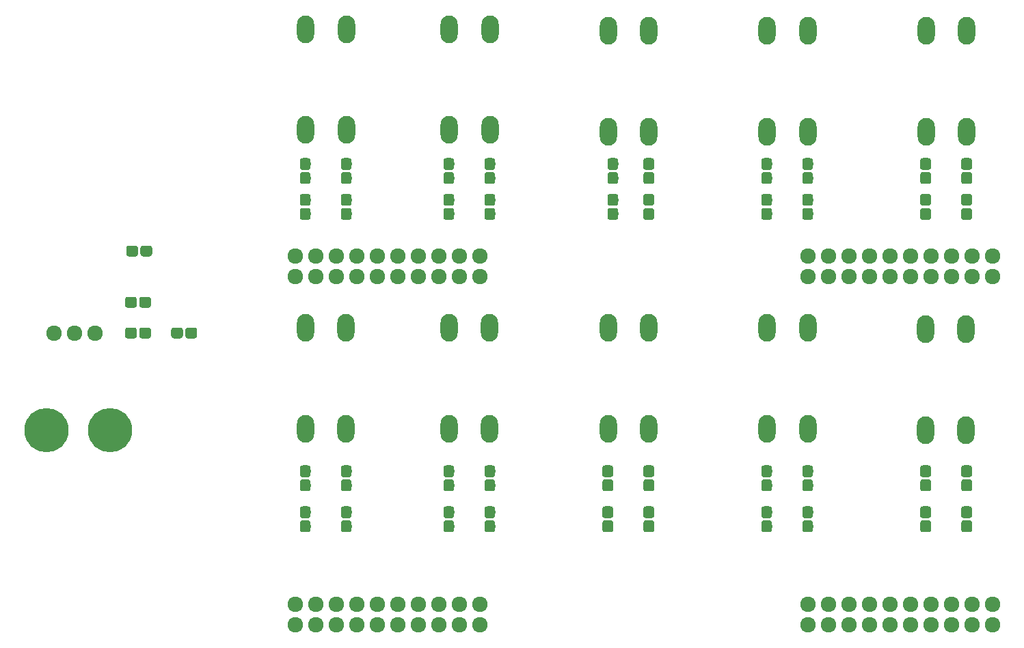
<source format=gbr>
G04 #@! TF.GenerationSoftware,KiCad,Pcbnew,(5.0.0)*
G04 #@! TF.CreationDate,2020-11-30T16:59:43-06:00*
G04 #@! TF.ProjectId,GiecoBoard_2021_Rev1,476965636F426F6172645F323032315F,rev?*
G04 #@! TF.SameCoordinates,Original*
G04 #@! TF.FileFunction,Soldermask,Top*
G04 #@! TF.FilePolarity,Negative*
%FSLAX46Y46*%
G04 Gerber Fmt 4.6, Leading zero omitted, Abs format (unit mm)*
G04 Created by KiCad (PCBNEW (5.0.0)) date 11/30/20 16:59:43*
%MOMM*%
%LPD*%
G01*
G04 APERTURE LIST*
%ADD10C,0.100000*%
%ADD11C,1.350000*%
%ADD12O,2.127200X3.448000*%
%ADD13C,5.480000*%
%ADD14C,1.920000*%
%ADD15C,1.924000*%
G04 APERTURE END LIST*
D10*
G04 #@! TO.C,C1*
G36*
X116145581Y-88861625D02*
X116178343Y-88866485D01*
X116210471Y-88874533D01*
X116241656Y-88885691D01*
X116271596Y-88899852D01*
X116300005Y-88916879D01*
X116326608Y-88936609D01*
X116351149Y-88958851D01*
X116373391Y-88983392D01*
X116393121Y-89009995D01*
X116410148Y-89038404D01*
X116424309Y-89068344D01*
X116435467Y-89099529D01*
X116443515Y-89131657D01*
X116448375Y-89164419D01*
X116450000Y-89197500D01*
X116450000Y-89872500D01*
X116448375Y-89905581D01*
X116443515Y-89938343D01*
X116435467Y-89970471D01*
X116424309Y-90001656D01*
X116410148Y-90031596D01*
X116393121Y-90060005D01*
X116373391Y-90086608D01*
X116351149Y-90111149D01*
X116326608Y-90133391D01*
X116300005Y-90153121D01*
X116271596Y-90170148D01*
X116241656Y-90184309D01*
X116210471Y-90195467D01*
X116178343Y-90203515D01*
X116145581Y-90208375D01*
X116112500Y-90210000D01*
X115337500Y-90210000D01*
X115304419Y-90208375D01*
X115271657Y-90203515D01*
X115239529Y-90195467D01*
X115208344Y-90184309D01*
X115178404Y-90170148D01*
X115149995Y-90153121D01*
X115123392Y-90133391D01*
X115098851Y-90111149D01*
X115076609Y-90086608D01*
X115056879Y-90060005D01*
X115039852Y-90031596D01*
X115025691Y-90001656D01*
X115014533Y-89970471D01*
X115006485Y-89938343D01*
X115001625Y-89905581D01*
X115000000Y-89872500D01*
X115000000Y-89197500D01*
X115001625Y-89164419D01*
X115006485Y-89131657D01*
X115014533Y-89099529D01*
X115025691Y-89068344D01*
X115039852Y-89038404D01*
X115056879Y-89009995D01*
X115076609Y-88983392D01*
X115098851Y-88958851D01*
X115123392Y-88936609D01*
X115149995Y-88916879D01*
X115178404Y-88899852D01*
X115208344Y-88885691D01*
X115239529Y-88874533D01*
X115271657Y-88866485D01*
X115304419Y-88861625D01*
X115337500Y-88860000D01*
X116112500Y-88860000D01*
X116145581Y-88861625D01*
X116145581Y-88861625D01*
G37*
D11*
X115725000Y-89535000D03*
D10*
G36*
X117895581Y-88861625D02*
X117928343Y-88866485D01*
X117960471Y-88874533D01*
X117991656Y-88885691D01*
X118021596Y-88899852D01*
X118050005Y-88916879D01*
X118076608Y-88936609D01*
X118101149Y-88958851D01*
X118123391Y-88983392D01*
X118143121Y-89009995D01*
X118160148Y-89038404D01*
X118174309Y-89068344D01*
X118185467Y-89099529D01*
X118193515Y-89131657D01*
X118198375Y-89164419D01*
X118200000Y-89197500D01*
X118200000Y-89872500D01*
X118198375Y-89905581D01*
X118193515Y-89938343D01*
X118185467Y-89970471D01*
X118174309Y-90001656D01*
X118160148Y-90031596D01*
X118143121Y-90060005D01*
X118123391Y-90086608D01*
X118101149Y-90111149D01*
X118076608Y-90133391D01*
X118050005Y-90153121D01*
X118021596Y-90170148D01*
X117991656Y-90184309D01*
X117960471Y-90195467D01*
X117928343Y-90203515D01*
X117895581Y-90208375D01*
X117862500Y-90210000D01*
X117087500Y-90210000D01*
X117054419Y-90208375D01*
X117021657Y-90203515D01*
X116989529Y-90195467D01*
X116958344Y-90184309D01*
X116928404Y-90170148D01*
X116899995Y-90153121D01*
X116873392Y-90133391D01*
X116848851Y-90111149D01*
X116826609Y-90086608D01*
X116806879Y-90060005D01*
X116789852Y-90031596D01*
X116775691Y-90001656D01*
X116764533Y-89970471D01*
X116756485Y-89938343D01*
X116751625Y-89905581D01*
X116750000Y-89872500D01*
X116750000Y-89197500D01*
X116751625Y-89164419D01*
X116756485Y-89131657D01*
X116764533Y-89099529D01*
X116775691Y-89068344D01*
X116789852Y-89038404D01*
X116806879Y-89009995D01*
X116826609Y-88983392D01*
X116848851Y-88958851D01*
X116873392Y-88936609D01*
X116899995Y-88916879D01*
X116928404Y-88899852D01*
X116958344Y-88885691D01*
X116989529Y-88874533D01*
X117021657Y-88866485D01*
X117054419Y-88861625D01*
X117087500Y-88860000D01*
X117862500Y-88860000D01*
X117895581Y-88861625D01*
X117895581Y-88861625D01*
G37*
D11*
X117475000Y-89535000D03*
G04 #@! TD*
D12*
G04 #@! TO.C,J2*
X194390000Y-99060000D03*
X199390000Y-99060000D03*
X194390000Y-111560000D03*
X199390000Y-111560000D03*
G04 #@! TD*
G04 #@! TO.C,J3*
X174705000Y-99060000D03*
X179705000Y-99060000D03*
X174705000Y-111560000D03*
X179705000Y-111560000D03*
G04 #@! TD*
G04 #@! TO.C,J4*
X199390000Y-74730000D03*
X194390000Y-74730000D03*
X199390000Y-62230000D03*
X194390000Y-62230000D03*
G04 #@! TD*
G04 #@! TO.C,J5*
X219075000Y-74730000D03*
X214075000Y-74730000D03*
X219075000Y-62230000D03*
X214075000Y-62230000D03*
G04 #@! TD*
G04 #@! TO.C,J6*
X159940000Y-111560000D03*
X154940000Y-111560000D03*
X159940000Y-99060000D03*
X154940000Y-99060000D03*
G04 #@! TD*
G04 #@! TO.C,J7*
X137160000Y-99060000D03*
X142160000Y-99060000D03*
X137160000Y-111560000D03*
X142160000Y-111560000D03*
G04 #@! TD*
G04 #@! TO.C,J8*
X142240000Y-74530000D03*
X137240000Y-74530000D03*
X142240000Y-62030000D03*
X137240000Y-62030000D03*
G04 #@! TD*
G04 #@! TO.C,J9*
X155020000Y-62030000D03*
X160020000Y-62030000D03*
X155020000Y-74530000D03*
X160020000Y-74530000D03*
G04 #@! TD*
G04 #@! TO.C,J10*
X179705000Y-74730000D03*
X174705000Y-74730000D03*
X179705000Y-62230000D03*
X174705000Y-62230000D03*
G04 #@! TD*
D10*
G04 #@! TO.C,R2*
G36*
X219445581Y-117866625D02*
X219478343Y-117871485D01*
X219510471Y-117879533D01*
X219541656Y-117890691D01*
X219571596Y-117904852D01*
X219600005Y-117921879D01*
X219626608Y-117941609D01*
X219651149Y-117963851D01*
X219673391Y-117988392D01*
X219693121Y-118014995D01*
X219710148Y-118043404D01*
X219724309Y-118073344D01*
X219735467Y-118104529D01*
X219743515Y-118136657D01*
X219748375Y-118169419D01*
X219750000Y-118202500D01*
X219750000Y-118977500D01*
X219748375Y-119010581D01*
X219743515Y-119043343D01*
X219735467Y-119075471D01*
X219724309Y-119106656D01*
X219710148Y-119136596D01*
X219693121Y-119165005D01*
X219673391Y-119191608D01*
X219651149Y-119216149D01*
X219626608Y-119238391D01*
X219600005Y-119258121D01*
X219571596Y-119275148D01*
X219541656Y-119289309D01*
X219510471Y-119300467D01*
X219478343Y-119308515D01*
X219445581Y-119313375D01*
X219412500Y-119315000D01*
X218737500Y-119315000D01*
X218704419Y-119313375D01*
X218671657Y-119308515D01*
X218639529Y-119300467D01*
X218608344Y-119289309D01*
X218578404Y-119275148D01*
X218549995Y-119258121D01*
X218523392Y-119238391D01*
X218498851Y-119216149D01*
X218476609Y-119191608D01*
X218456879Y-119165005D01*
X218439852Y-119136596D01*
X218425691Y-119106656D01*
X218414533Y-119075471D01*
X218406485Y-119043343D01*
X218401625Y-119010581D01*
X218400000Y-118977500D01*
X218400000Y-118202500D01*
X218401625Y-118169419D01*
X218406485Y-118136657D01*
X218414533Y-118104529D01*
X218425691Y-118073344D01*
X218439852Y-118043404D01*
X218456879Y-118014995D01*
X218476609Y-117988392D01*
X218498851Y-117963851D01*
X218523392Y-117941609D01*
X218549995Y-117921879D01*
X218578404Y-117904852D01*
X218608344Y-117890691D01*
X218639529Y-117879533D01*
X218671657Y-117871485D01*
X218704419Y-117866625D01*
X218737500Y-117865000D01*
X219412500Y-117865000D01*
X219445581Y-117866625D01*
X219445581Y-117866625D01*
G37*
D11*
X219075000Y-118590000D03*
D10*
G36*
X219445581Y-116116625D02*
X219478343Y-116121485D01*
X219510471Y-116129533D01*
X219541656Y-116140691D01*
X219571596Y-116154852D01*
X219600005Y-116171879D01*
X219626608Y-116191609D01*
X219651149Y-116213851D01*
X219673391Y-116238392D01*
X219693121Y-116264995D01*
X219710148Y-116293404D01*
X219724309Y-116323344D01*
X219735467Y-116354529D01*
X219743515Y-116386657D01*
X219748375Y-116419419D01*
X219750000Y-116452500D01*
X219750000Y-117227500D01*
X219748375Y-117260581D01*
X219743515Y-117293343D01*
X219735467Y-117325471D01*
X219724309Y-117356656D01*
X219710148Y-117386596D01*
X219693121Y-117415005D01*
X219673391Y-117441608D01*
X219651149Y-117466149D01*
X219626608Y-117488391D01*
X219600005Y-117508121D01*
X219571596Y-117525148D01*
X219541656Y-117539309D01*
X219510471Y-117550467D01*
X219478343Y-117558515D01*
X219445581Y-117563375D01*
X219412500Y-117565000D01*
X218737500Y-117565000D01*
X218704419Y-117563375D01*
X218671657Y-117558515D01*
X218639529Y-117550467D01*
X218608344Y-117539309D01*
X218578404Y-117525148D01*
X218549995Y-117508121D01*
X218523392Y-117488391D01*
X218498851Y-117466149D01*
X218476609Y-117441608D01*
X218456879Y-117415005D01*
X218439852Y-117386596D01*
X218425691Y-117356656D01*
X218414533Y-117325471D01*
X218406485Y-117293343D01*
X218401625Y-117260581D01*
X218400000Y-117227500D01*
X218400000Y-116452500D01*
X218401625Y-116419419D01*
X218406485Y-116386657D01*
X218414533Y-116354529D01*
X218425691Y-116323344D01*
X218439852Y-116293404D01*
X218456879Y-116264995D01*
X218476609Y-116238392D01*
X218498851Y-116213851D01*
X218523392Y-116191609D01*
X218549995Y-116171879D01*
X218578404Y-116154852D01*
X218608344Y-116140691D01*
X218639529Y-116129533D01*
X218671657Y-116121485D01*
X218704419Y-116116625D01*
X218737500Y-116115000D01*
X219412500Y-116115000D01*
X219445581Y-116116625D01*
X219445581Y-116116625D01*
G37*
D11*
X219075000Y-116840000D03*
G04 #@! TD*
D10*
G04 #@! TO.C,R1*
G36*
X214365581Y-117866625D02*
X214398343Y-117871485D01*
X214430471Y-117879533D01*
X214461656Y-117890691D01*
X214491596Y-117904852D01*
X214520005Y-117921879D01*
X214546608Y-117941609D01*
X214571149Y-117963851D01*
X214593391Y-117988392D01*
X214613121Y-118014995D01*
X214630148Y-118043404D01*
X214644309Y-118073344D01*
X214655467Y-118104529D01*
X214663515Y-118136657D01*
X214668375Y-118169419D01*
X214670000Y-118202500D01*
X214670000Y-118977500D01*
X214668375Y-119010581D01*
X214663515Y-119043343D01*
X214655467Y-119075471D01*
X214644309Y-119106656D01*
X214630148Y-119136596D01*
X214613121Y-119165005D01*
X214593391Y-119191608D01*
X214571149Y-119216149D01*
X214546608Y-119238391D01*
X214520005Y-119258121D01*
X214491596Y-119275148D01*
X214461656Y-119289309D01*
X214430471Y-119300467D01*
X214398343Y-119308515D01*
X214365581Y-119313375D01*
X214332500Y-119315000D01*
X213657500Y-119315000D01*
X213624419Y-119313375D01*
X213591657Y-119308515D01*
X213559529Y-119300467D01*
X213528344Y-119289309D01*
X213498404Y-119275148D01*
X213469995Y-119258121D01*
X213443392Y-119238391D01*
X213418851Y-119216149D01*
X213396609Y-119191608D01*
X213376879Y-119165005D01*
X213359852Y-119136596D01*
X213345691Y-119106656D01*
X213334533Y-119075471D01*
X213326485Y-119043343D01*
X213321625Y-119010581D01*
X213320000Y-118977500D01*
X213320000Y-118202500D01*
X213321625Y-118169419D01*
X213326485Y-118136657D01*
X213334533Y-118104529D01*
X213345691Y-118073344D01*
X213359852Y-118043404D01*
X213376879Y-118014995D01*
X213396609Y-117988392D01*
X213418851Y-117963851D01*
X213443392Y-117941609D01*
X213469995Y-117921879D01*
X213498404Y-117904852D01*
X213528344Y-117890691D01*
X213559529Y-117879533D01*
X213591657Y-117871485D01*
X213624419Y-117866625D01*
X213657500Y-117865000D01*
X214332500Y-117865000D01*
X214365581Y-117866625D01*
X214365581Y-117866625D01*
G37*
D11*
X213995000Y-118590000D03*
D10*
G36*
X214365581Y-116116625D02*
X214398343Y-116121485D01*
X214430471Y-116129533D01*
X214461656Y-116140691D01*
X214491596Y-116154852D01*
X214520005Y-116171879D01*
X214546608Y-116191609D01*
X214571149Y-116213851D01*
X214593391Y-116238392D01*
X214613121Y-116264995D01*
X214630148Y-116293404D01*
X214644309Y-116323344D01*
X214655467Y-116354529D01*
X214663515Y-116386657D01*
X214668375Y-116419419D01*
X214670000Y-116452500D01*
X214670000Y-117227500D01*
X214668375Y-117260581D01*
X214663515Y-117293343D01*
X214655467Y-117325471D01*
X214644309Y-117356656D01*
X214630148Y-117386596D01*
X214613121Y-117415005D01*
X214593391Y-117441608D01*
X214571149Y-117466149D01*
X214546608Y-117488391D01*
X214520005Y-117508121D01*
X214491596Y-117525148D01*
X214461656Y-117539309D01*
X214430471Y-117550467D01*
X214398343Y-117558515D01*
X214365581Y-117563375D01*
X214332500Y-117565000D01*
X213657500Y-117565000D01*
X213624419Y-117563375D01*
X213591657Y-117558515D01*
X213559529Y-117550467D01*
X213528344Y-117539309D01*
X213498404Y-117525148D01*
X213469995Y-117508121D01*
X213443392Y-117488391D01*
X213418851Y-117466149D01*
X213396609Y-117441608D01*
X213376879Y-117415005D01*
X213359852Y-117386596D01*
X213345691Y-117356656D01*
X213334533Y-117325471D01*
X213326485Y-117293343D01*
X213321625Y-117260581D01*
X213320000Y-117227500D01*
X213320000Y-116452500D01*
X213321625Y-116419419D01*
X213326485Y-116386657D01*
X213334533Y-116354529D01*
X213345691Y-116323344D01*
X213359852Y-116293404D01*
X213376879Y-116264995D01*
X213396609Y-116238392D01*
X213418851Y-116213851D01*
X213443392Y-116191609D01*
X213469995Y-116171879D01*
X213498404Y-116154852D01*
X213528344Y-116140691D01*
X213559529Y-116129533D01*
X213591657Y-116121485D01*
X213624419Y-116116625D01*
X213657500Y-116115000D01*
X214332500Y-116115000D01*
X214365581Y-116116625D01*
X214365581Y-116116625D01*
G37*
D11*
X213995000Y-116840000D03*
G04 #@! TD*
D10*
G04 #@! TO.C,R5*
G36*
X199760581Y-117866625D02*
X199793343Y-117871485D01*
X199825471Y-117879533D01*
X199856656Y-117890691D01*
X199886596Y-117904852D01*
X199915005Y-117921879D01*
X199941608Y-117941609D01*
X199966149Y-117963851D01*
X199988391Y-117988392D01*
X200008121Y-118014995D01*
X200025148Y-118043404D01*
X200039309Y-118073344D01*
X200050467Y-118104529D01*
X200058515Y-118136657D01*
X200063375Y-118169419D01*
X200065000Y-118202500D01*
X200065000Y-118977500D01*
X200063375Y-119010581D01*
X200058515Y-119043343D01*
X200050467Y-119075471D01*
X200039309Y-119106656D01*
X200025148Y-119136596D01*
X200008121Y-119165005D01*
X199988391Y-119191608D01*
X199966149Y-119216149D01*
X199941608Y-119238391D01*
X199915005Y-119258121D01*
X199886596Y-119275148D01*
X199856656Y-119289309D01*
X199825471Y-119300467D01*
X199793343Y-119308515D01*
X199760581Y-119313375D01*
X199727500Y-119315000D01*
X199052500Y-119315000D01*
X199019419Y-119313375D01*
X198986657Y-119308515D01*
X198954529Y-119300467D01*
X198923344Y-119289309D01*
X198893404Y-119275148D01*
X198864995Y-119258121D01*
X198838392Y-119238391D01*
X198813851Y-119216149D01*
X198791609Y-119191608D01*
X198771879Y-119165005D01*
X198754852Y-119136596D01*
X198740691Y-119106656D01*
X198729533Y-119075471D01*
X198721485Y-119043343D01*
X198716625Y-119010581D01*
X198715000Y-118977500D01*
X198715000Y-118202500D01*
X198716625Y-118169419D01*
X198721485Y-118136657D01*
X198729533Y-118104529D01*
X198740691Y-118073344D01*
X198754852Y-118043404D01*
X198771879Y-118014995D01*
X198791609Y-117988392D01*
X198813851Y-117963851D01*
X198838392Y-117941609D01*
X198864995Y-117921879D01*
X198893404Y-117904852D01*
X198923344Y-117890691D01*
X198954529Y-117879533D01*
X198986657Y-117871485D01*
X199019419Y-117866625D01*
X199052500Y-117865000D01*
X199727500Y-117865000D01*
X199760581Y-117866625D01*
X199760581Y-117866625D01*
G37*
D11*
X199390000Y-118590000D03*
D10*
G36*
X199760581Y-116116625D02*
X199793343Y-116121485D01*
X199825471Y-116129533D01*
X199856656Y-116140691D01*
X199886596Y-116154852D01*
X199915005Y-116171879D01*
X199941608Y-116191609D01*
X199966149Y-116213851D01*
X199988391Y-116238392D01*
X200008121Y-116264995D01*
X200025148Y-116293404D01*
X200039309Y-116323344D01*
X200050467Y-116354529D01*
X200058515Y-116386657D01*
X200063375Y-116419419D01*
X200065000Y-116452500D01*
X200065000Y-117227500D01*
X200063375Y-117260581D01*
X200058515Y-117293343D01*
X200050467Y-117325471D01*
X200039309Y-117356656D01*
X200025148Y-117386596D01*
X200008121Y-117415005D01*
X199988391Y-117441608D01*
X199966149Y-117466149D01*
X199941608Y-117488391D01*
X199915005Y-117508121D01*
X199886596Y-117525148D01*
X199856656Y-117539309D01*
X199825471Y-117550467D01*
X199793343Y-117558515D01*
X199760581Y-117563375D01*
X199727500Y-117565000D01*
X199052500Y-117565000D01*
X199019419Y-117563375D01*
X198986657Y-117558515D01*
X198954529Y-117550467D01*
X198923344Y-117539309D01*
X198893404Y-117525148D01*
X198864995Y-117508121D01*
X198838392Y-117488391D01*
X198813851Y-117466149D01*
X198791609Y-117441608D01*
X198771879Y-117415005D01*
X198754852Y-117386596D01*
X198740691Y-117356656D01*
X198729533Y-117325471D01*
X198721485Y-117293343D01*
X198716625Y-117260581D01*
X198715000Y-117227500D01*
X198715000Y-116452500D01*
X198716625Y-116419419D01*
X198721485Y-116386657D01*
X198729533Y-116354529D01*
X198740691Y-116323344D01*
X198754852Y-116293404D01*
X198771879Y-116264995D01*
X198791609Y-116238392D01*
X198813851Y-116213851D01*
X198838392Y-116191609D01*
X198864995Y-116171879D01*
X198893404Y-116154852D01*
X198923344Y-116140691D01*
X198954529Y-116129533D01*
X198986657Y-116121485D01*
X199019419Y-116116625D01*
X199052500Y-116115000D01*
X199727500Y-116115000D01*
X199760581Y-116116625D01*
X199760581Y-116116625D01*
G37*
D11*
X199390000Y-116840000D03*
G04 #@! TD*
D10*
G04 #@! TO.C,R3*
G36*
X194680581Y-117866625D02*
X194713343Y-117871485D01*
X194745471Y-117879533D01*
X194776656Y-117890691D01*
X194806596Y-117904852D01*
X194835005Y-117921879D01*
X194861608Y-117941609D01*
X194886149Y-117963851D01*
X194908391Y-117988392D01*
X194928121Y-118014995D01*
X194945148Y-118043404D01*
X194959309Y-118073344D01*
X194970467Y-118104529D01*
X194978515Y-118136657D01*
X194983375Y-118169419D01*
X194985000Y-118202500D01*
X194985000Y-118977500D01*
X194983375Y-119010581D01*
X194978515Y-119043343D01*
X194970467Y-119075471D01*
X194959309Y-119106656D01*
X194945148Y-119136596D01*
X194928121Y-119165005D01*
X194908391Y-119191608D01*
X194886149Y-119216149D01*
X194861608Y-119238391D01*
X194835005Y-119258121D01*
X194806596Y-119275148D01*
X194776656Y-119289309D01*
X194745471Y-119300467D01*
X194713343Y-119308515D01*
X194680581Y-119313375D01*
X194647500Y-119315000D01*
X193972500Y-119315000D01*
X193939419Y-119313375D01*
X193906657Y-119308515D01*
X193874529Y-119300467D01*
X193843344Y-119289309D01*
X193813404Y-119275148D01*
X193784995Y-119258121D01*
X193758392Y-119238391D01*
X193733851Y-119216149D01*
X193711609Y-119191608D01*
X193691879Y-119165005D01*
X193674852Y-119136596D01*
X193660691Y-119106656D01*
X193649533Y-119075471D01*
X193641485Y-119043343D01*
X193636625Y-119010581D01*
X193635000Y-118977500D01*
X193635000Y-118202500D01*
X193636625Y-118169419D01*
X193641485Y-118136657D01*
X193649533Y-118104529D01*
X193660691Y-118073344D01*
X193674852Y-118043404D01*
X193691879Y-118014995D01*
X193711609Y-117988392D01*
X193733851Y-117963851D01*
X193758392Y-117941609D01*
X193784995Y-117921879D01*
X193813404Y-117904852D01*
X193843344Y-117890691D01*
X193874529Y-117879533D01*
X193906657Y-117871485D01*
X193939419Y-117866625D01*
X193972500Y-117865000D01*
X194647500Y-117865000D01*
X194680581Y-117866625D01*
X194680581Y-117866625D01*
G37*
D11*
X194310000Y-118590000D03*
D10*
G36*
X194680581Y-116116625D02*
X194713343Y-116121485D01*
X194745471Y-116129533D01*
X194776656Y-116140691D01*
X194806596Y-116154852D01*
X194835005Y-116171879D01*
X194861608Y-116191609D01*
X194886149Y-116213851D01*
X194908391Y-116238392D01*
X194928121Y-116264995D01*
X194945148Y-116293404D01*
X194959309Y-116323344D01*
X194970467Y-116354529D01*
X194978515Y-116386657D01*
X194983375Y-116419419D01*
X194985000Y-116452500D01*
X194985000Y-117227500D01*
X194983375Y-117260581D01*
X194978515Y-117293343D01*
X194970467Y-117325471D01*
X194959309Y-117356656D01*
X194945148Y-117386596D01*
X194928121Y-117415005D01*
X194908391Y-117441608D01*
X194886149Y-117466149D01*
X194861608Y-117488391D01*
X194835005Y-117508121D01*
X194806596Y-117525148D01*
X194776656Y-117539309D01*
X194745471Y-117550467D01*
X194713343Y-117558515D01*
X194680581Y-117563375D01*
X194647500Y-117565000D01*
X193972500Y-117565000D01*
X193939419Y-117563375D01*
X193906657Y-117558515D01*
X193874529Y-117550467D01*
X193843344Y-117539309D01*
X193813404Y-117525148D01*
X193784995Y-117508121D01*
X193758392Y-117488391D01*
X193733851Y-117466149D01*
X193711609Y-117441608D01*
X193691879Y-117415005D01*
X193674852Y-117386596D01*
X193660691Y-117356656D01*
X193649533Y-117325471D01*
X193641485Y-117293343D01*
X193636625Y-117260581D01*
X193635000Y-117227500D01*
X193635000Y-116452500D01*
X193636625Y-116419419D01*
X193641485Y-116386657D01*
X193649533Y-116354529D01*
X193660691Y-116323344D01*
X193674852Y-116293404D01*
X193691879Y-116264995D01*
X193711609Y-116238392D01*
X193733851Y-116213851D01*
X193758392Y-116191609D01*
X193784995Y-116171879D01*
X193813404Y-116154852D01*
X193843344Y-116140691D01*
X193874529Y-116129533D01*
X193906657Y-116121485D01*
X193939419Y-116116625D01*
X193972500Y-116115000D01*
X194647500Y-116115000D01*
X194680581Y-116116625D01*
X194680581Y-116116625D01*
G37*
D11*
X194310000Y-116840000D03*
G04 #@! TD*
D10*
G04 #@! TO.C,R7*
G36*
X180075581Y-117866625D02*
X180108343Y-117871485D01*
X180140471Y-117879533D01*
X180171656Y-117890691D01*
X180201596Y-117904852D01*
X180230005Y-117921879D01*
X180256608Y-117941609D01*
X180281149Y-117963851D01*
X180303391Y-117988392D01*
X180323121Y-118014995D01*
X180340148Y-118043404D01*
X180354309Y-118073344D01*
X180365467Y-118104529D01*
X180373515Y-118136657D01*
X180378375Y-118169419D01*
X180380000Y-118202500D01*
X180380000Y-118977500D01*
X180378375Y-119010581D01*
X180373515Y-119043343D01*
X180365467Y-119075471D01*
X180354309Y-119106656D01*
X180340148Y-119136596D01*
X180323121Y-119165005D01*
X180303391Y-119191608D01*
X180281149Y-119216149D01*
X180256608Y-119238391D01*
X180230005Y-119258121D01*
X180201596Y-119275148D01*
X180171656Y-119289309D01*
X180140471Y-119300467D01*
X180108343Y-119308515D01*
X180075581Y-119313375D01*
X180042500Y-119315000D01*
X179367500Y-119315000D01*
X179334419Y-119313375D01*
X179301657Y-119308515D01*
X179269529Y-119300467D01*
X179238344Y-119289309D01*
X179208404Y-119275148D01*
X179179995Y-119258121D01*
X179153392Y-119238391D01*
X179128851Y-119216149D01*
X179106609Y-119191608D01*
X179086879Y-119165005D01*
X179069852Y-119136596D01*
X179055691Y-119106656D01*
X179044533Y-119075471D01*
X179036485Y-119043343D01*
X179031625Y-119010581D01*
X179030000Y-118977500D01*
X179030000Y-118202500D01*
X179031625Y-118169419D01*
X179036485Y-118136657D01*
X179044533Y-118104529D01*
X179055691Y-118073344D01*
X179069852Y-118043404D01*
X179086879Y-118014995D01*
X179106609Y-117988392D01*
X179128851Y-117963851D01*
X179153392Y-117941609D01*
X179179995Y-117921879D01*
X179208404Y-117904852D01*
X179238344Y-117890691D01*
X179269529Y-117879533D01*
X179301657Y-117871485D01*
X179334419Y-117866625D01*
X179367500Y-117865000D01*
X180042500Y-117865000D01*
X180075581Y-117866625D01*
X180075581Y-117866625D01*
G37*
D11*
X179705000Y-118590000D03*
D10*
G36*
X180075581Y-116116625D02*
X180108343Y-116121485D01*
X180140471Y-116129533D01*
X180171656Y-116140691D01*
X180201596Y-116154852D01*
X180230005Y-116171879D01*
X180256608Y-116191609D01*
X180281149Y-116213851D01*
X180303391Y-116238392D01*
X180323121Y-116264995D01*
X180340148Y-116293404D01*
X180354309Y-116323344D01*
X180365467Y-116354529D01*
X180373515Y-116386657D01*
X180378375Y-116419419D01*
X180380000Y-116452500D01*
X180380000Y-117227500D01*
X180378375Y-117260581D01*
X180373515Y-117293343D01*
X180365467Y-117325471D01*
X180354309Y-117356656D01*
X180340148Y-117386596D01*
X180323121Y-117415005D01*
X180303391Y-117441608D01*
X180281149Y-117466149D01*
X180256608Y-117488391D01*
X180230005Y-117508121D01*
X180201596Y-117525148D01*
X180171656Y-117539309D01*
X180140471Y-117550467D01*
X180108343Y-117558515D01*
X180075581Y-117563375D01*
X180042500Y-117565000D01*
X179367500Y-117565000D01*
X179334419Y-117563375D01*
X179301657Y-117558515D01*
X179269529Y-117550467D01*
X179238344Y-117539309D01*
X179208404Y-117525148D01*
X179179995Y-117508121D01*
X179153392Y-117488391D01*
X179128851Y-117466149D01*
X179106609Y-117441608D01*
X179086879Y-117415005D01*
X179069852Y-117386596D01*
X179055691Y-117356656D01*
X179044533Y-117325471D01*
X179036485Y-117293343D01*
X179031625Y-117260581D01*
X179030000Y-117227500D01*
X179030000Y-116452500D01*
X179031625Y-116419419D01*
X179036485Y-116386657D01*
X179044533Y-116354529D01*
X179055691Y-116323344D01*
X179069852Y-116293404D01*
X179086879Y-116264995D01*
X179106609Y-116238392D01*
X179128851Y-116213851D01*
X179153392Y-116191609D01*
X179179995Y-116171879D01*
X179208404Y-116154852D01*
X179238344Y-116140691D01*
X179269529Y-116129533D01*
X179301657Y-116121485D01*
X179334419Y-116116625D01*
X179367500Y-116115000D01*
X180042500Y-116115000D01*
X180075581Y-116116625D01*
X180075581Y-116116625D01*
G37*
D11*
X179705000Y-116840000D03*
G04 #@! TD*
D10*
G04 #@! TO.C,R4*
G36*
X174995581Y-116116625D02*
X175028343Y-116121485D01*
X175060471Y-116129533D01*
X175091656Y-116140691D01*
X175121596Y-116154852D01*
X175150005Y-116171879D01*
X175176608Y-116191609D01*
X175201149Y-116213851D01*
X175223391Y-116238392D01*
X175243121Y-116264995D01*
X175260148Y-116293404D01*
X175274309Y-116323344D01*
X175285467Y-116354529D01*
X175293515Y-116386657D01*
X175298375Y-116419419D01*
X175300000Y-116452500D01*
X175300000Y-117227500D01*
X175298375Y-117260581D01*
X175293515Y-117293343D01*
X175285467Y-117325471D01*
X175274309Y-117356656D01*
X175260148Y-117386596D01*
X175243121Y-117415005D01*
X175223391Y-117441608D01*
X175201149Y-117466149D01*
X175176608Y-117488391D01*
X175150005Y-117508121D01*
X175121596Y-117525148D01*
X175091656Y-117539309D01*
X175060471Y-117550467D01*
X175028343Y-117558515D01*
X174995581Y-117563375D01*
X174962500Y-117565000D01*
X174287500Y-117565000D01*
X174254419Y-117563375D01*
X174221657Y-117558515D01*
X174189529Y-117550467D01*
X174158344Y-117539309D01*
X174128404Y-117525148D01*
X174099995Y-117508121D01*
X174073392Y-117488391D01*
X174048851Y-117466149D01*
X174026609Y-117441608D01*
X174006879Y-117415005D01*
X173989852Y-117386596D01*
X173975691Y-117356656D01*
X173964533Y-117325471D01*
X173956485Y-117293343D01*
X173951625Y-117260581D01*
X173950000Y-117227500D01*
X173950000Y-116452500D01*
X173951625Y-116419419D01*
X173956485Y-116386657D01*
X173964533Y-116354529D01*
X173975691Y-116323344D01*
X173989852Y-116293404D01*
X174006879Y-116264995D01*
X174026609Y-116238392D01*
X174048851Y-116213851D01*
X174073392Y-116191609D01*
X174099995Y-116171879D01*
X174128404Y-116154852D01*
X174158344Y-116140691D01*
X174189529Y-116129533D01*
X174221657Y-116121485D01*
X174254419Y-116116625D01*
X174287500Y-116115000D01*
X174962500Y-116115000D01*
X174995581Y-116116625D01*
X174995581Y-116116625D01*
G37*
D11*
X174625000Y-116840000D03*
D10*
G36*
X174995581Y-117866625D02*
X175028343Y-117871485D01*
X175060471Y-117879533D01*
X175091656Y-117890691D01*
X175121596Y-117904852D01*
X175150005Y-117921879D01*
X175176608Y-117941609D01*
X175201149Y-117963851D01*
X175223391Y-117988392D01*
X175243121Y-118014995D01*
X175260148Y-118043404D01*
X175274309Y-118073344D01*
X175285467Y-118104529D01*
X175293515Y-118136657D01*
X175298375Y-118169419D01*
X175300000Y-118202500D01*
X175300000Y-118977500D01*
X175298375Y-119010581D01*
X175293515Y-119043343D01*
X175285467Y-119075471D01*
X175274309Y-119106656D01*
X175260148Y-119136596D01*
X175243121Y-119165005D01*
X175223391Y-119191608D01*
X175201149Y-119216149D01*
X175176608Y-119238391D01*
X175150005Y-119258121D01*
X175121596Y-119275148D01*
X175091656Y-119289309D01*
X175060471Y-119300467D01*
X175028343Y-119308515D01*
X174995581Y-119313375D01*
X174962500Y-119315000D01*
X174287500Y-119315000D01*
X174254419Y-119313375D01*
X174221657Y-119308515D01*
X174189529Y-119300467D01*
X174158344Y-119289309D01*
X174128404Y-119275148D01*
X174099995Y-119258121D01*
X174073392Y-119238391D01*
X174048851Y-119216149D01*
X174026609Y-119191608D01*
X174006879Y-119165005D01*
X173989852Y-119136596D01*
X173975691Y-119106656D01*
X173964533Y-119075471D01*
X173956485Y-119043343D01*
X173951625Y-119010581D01*
X173950000Y-118977500D01*
X173950000Y-118202500D01*
X173951625Y-118169419D01*
X173956485Y-118136657D01*
X173964533Y-118104529D01*
X173975691Y-118073344D01*
X173989852Y-118043404D01*
X174006879Y-118014995D01*
X174026609Y-117988392D01*
X174048851Y-117963851D01*
X174073392Y-117941609D01*
X174099995Y-117921879D01*
X174128404Y-117904852D01*
X174158344Y-117890691D01*
X174189529Y-117879533D01*
X174221657Y-117871485D01*
X174254419Y-117866625D01*
X174287500Y-117865000D01*
X174962500Y-117865000D01*
X174995581Y-117866625D01*
X174995581Y-117866625D01*
G37*
D11*
X174625000Y-118590000D03*
G04 #@! TD*
D10*
G04 #@! TO.C,R10*
G36*
X199760581Y-79766625D02*
X199793343Y-79771485D01*
X199825471Y-79779533D01*
X199856656Y-79790691D01*
X199886596Y-79804852D01*
X199915005Y-79821879D01*
X199941608Y-79841609D01*
X199966149Y-79863851D01*
X199988391Y-79888392D01*
X200008121Y-79914995D01*
X200025148Y-79943404D01*
X200039309Y-79973344D01*
X200050467Y-80004529D01*
X200058515Y-80036657D01*
X200063375Y-80069419D01*
X200065000Y-80102500D01*
X200065000Y-80877500D01*
X200063375Y-80910581D01*
X200058515Y-80943343D01*
X200050467Y-80975471D01*
X200039309Y-81006656D01*
X200025148Y-81036596D01*
X200008121Y-81065005D01*
X199988391Y-81091608D01*
X199966149Y-81116149D01*
X199941608Y-81138391D01*
X199915005Y-81158121D01*
X199886596Y-81175148D01*
X199856656Y-81189309D01*
X199825471Y-81200467D01*
X199793343Y-81208515D01*
X199760581Y-81213375D01*
X199727500Y-81215000D01*
X199052500Y-81215000D01*
X199019419Y-81213375D01*
X198986657Y-81208515D01*
X198954529Y-81200467D01*
X198923344Y-81189309D01*
X198893404Y-81175148D01*
X198864995Y-81158121D01*
X198838392Y-81138391D01*
X198813851Y-81116149D01*
X198791609Y-81091608D01*
X198771879Y-81065005D01*
X198754852Y-81036596D01*
X198740691Y-81006656D01*
X198729533Y-80975471D01*
X198721485Y-80943343D01*
X198716625Y-80910581D01*
X198715000Y-80877500D01*
X198715000Y-80102500D01*
X198716625Y-80069419D01*
X198721485Y-80036657D01*
X198729533Y-80004529D01*
X198740691Y-79973344D01*
X198754852Y-79943404D01*
X198771879Y-79914995D01*
X198791609Y-79888392D01*
X198813851Y-79863851D01*
X198838392Y-79841609D01*
X198864995Y-79821879D01*
X198893404Y-79804852D01*
X198923344Y-79790691D01*
X198954529Y-79779533D01*
X198986657Y-79771485D01*
X199019419Y-79766625D01*
X199052500Y-79765000D01*
X199727500Y-79765000D01*
X199760581Y-79766625D01*
X199760581Y-79766625D01*
G37*
D11*
X199390000Y-80490000D03*
D10*
G36*
X199760581Y-78016625D02*
X199793343Y-78021485D01*
X199825471Y-78029533D01*
X199856656Y-78040691D01*
X199886596Y-78054852D01*
X199915005Y-78071879D01*
X199941608Y-78091609D01*
X199966149Y-78113851D01*
X199988391Y-78138392D01*
X200008121Y-78164995D01*
X200025148Y-78193404D01*
X200039309Y-78223344D01*
X200050467Y-78254529D01*
X200058515Y-78286657D01*
X200063375Y-78319419D01*
X200065000Y-78352500D01*
X200065000Y-79127500D01*
X200063375Y-79160581D01*
X200058515Y-79193343D01*
X200050467Y-79225471D01*
X200039309Y-79256656D01*
X200025148Y-79286596D01*
X200008121Y-79315005D01*
X199988391Y-79341608D01*
X199966149Y-79366149D01*
X199941608Y-79388391D01*
X199915005Y-79408121D01*
X199886596Y-79425148D01*
X199856656Y-79439309D01*
X199825471Y-79450467D01*
X199793343Y-79458515D01*
X199760581Y-79463375D01*
X199727500Y-79465000D01*
X199052500Y-79465000D01*
X199019419Y-79463375D01*
X198986657Y-79458515D01*
X198954529Y-79450467D01*
X198923344Y-79439309D01*
X198893404Y-79425148D01*
X198864995Y-79408121D01*
X198838392Y-79388391D01*
X198813851Y-79366149D01*
X198791609Y-79341608D01*
X198771879Y-79315005D01*
X198754852Y-79286596D01*
X198740691Y-79256656D01*
X198729533Y-79225471D01*
X198721485Y-79193343D01*
X198716625Y-79160581D01*
X198715000Y-79127500D01*
X198715000Y-78352500D01*
X198716625Y-78319419D01*
X198721485Y-78286657D01*
X198729533Y-78254529D01*
X198740691Y-78223344D01*
X198754852Y-78193404D01*
X198771879Y-78164995D01*
X198791609Y-78138392D01*
X198813851Y-78113851D01*
X198838392Y-78091609D01*
X198864995Y-78071879D01*
X198893404Y-78054852D01*
X198923344Y-78040691D01*
X198954529Y-78029533D01*
X198986657Y-78021485D01*
X199019419Y-78016625D01*
X199052500Y-78015000D01*
X199727500Y-78015000D01*
X199760581Y-78016625D01*
X199760581Y-78016625D01*
G37*
D11*
X199390000Y-78740000D03*
G04 #@! TD*
D10*
G04 #@! TO.C,R6*
G36*
X194680581Y-78016625D02*
X194713343Y-78021485D01*
X194745471Y-78029533D01*
X194776656Y-78040691D01*
X194806596Y-78054852D01*
X194835005Y-78071879D01*
X194861608Y-78091609D01*
X194886149Y-78113851D01*
X194908391Y-78138392D01*
X194928121Y-78164995D01*
X194945148Y-78193404D01*
X194959309Y-78223344D01*
X194970467Y-78254529D01*
X194978515Y-78286657D01*
X194983375Y-78319419D01*
X194985000Y-78352500D01*
X194985000Y-79127500D01*
X194983375Y-79160581D01*
X194978515Y-79193343D01*
X194970467Y-79225471D01*
X194959309Y-79256656D01*
X194945148Y-79286596D01*
X194928121Y-79315005D01*
X194908391Y-79341608D01*
X194886149Y-79366149D01*
X194861608Y-79388391D01*
X194835005Y-79408121D01*
X194806596Y-79425148D01*
X194776656Y-79439309D01*
X194745471Y-79450467D01*
X194713343Y-79458515D01*
X194680581Y-79463375D01*
X194647500Y-79465000D01*
X193972500Y-79465000D01*
X193939419Y-79463375D01*
X193906657Y-79458515D01*
X193874529Y-79450467D01*
X193843344Y-79439309D01*
X193813404Y-79425148D01*
X193784995Y-79408121D01*
X193758392Y-79388391D01*
X193733851Y-79366149D01*
X193711609Y-79341608D01*
X193691879Y-79315005D01*
X193674852Y-79286596D01*
X193660691Y-79256656D01*
X193649533Y-79225471D01*
X193641485Y-79193343D01*
X193636625Y-79160581D01*
X193635000Y-79127500D01*
X193635000Y-78352500D01*
X193636625Y-78319419D01*
X193641485Y-78286657D01*
X193649533Y-78254529D01*
X193660691Y-78223344D01*
X193674852Y-78193404D01*
X193691879Y-78164995D01*
X193711609Y-78138392D01*
X193733851Y-78113851D01*
X193758392Y-78091609D01*
X193784995Y-78071879D01*
X193813404Y-78054852D01*
X193843344Y-78040691D01*
X193874529Y-78029533D01*
X193906657Y-78021485D01*
X193939419Y-78016625D01*
X193972500Y-78015000D01*
X194647500Y-78015000D01*
X194680581Y-78016625D01*
X194680581Y-78016625D01*
G37*
D11*
X194310000Y-78740000D03*
D10*
G36*
X194680581Y-79766625D02*
X194713343Y-79771485D01*
X194745471Y-79779533D01*
X194776656Y-79790691D01*
X194806596Y-79804852D01*
X194835005Y-79821879D01*
X194861608Y-79841609D01*
X194886149Y-79863851D01*
X194908391Y-79888392D01*
X194928121Y-79914995D01*
X194945148Y-79943404D01*
X194959309Y-79973344D01*
X194970467Y-80004529D01*
X194978515Y-80036657D01*
X194983375Y-80069419D01*
X194985000Y-80102500D01*
X194985000Y-80877500D01*
X194983375Y-80910581D01*
X194978515Y-80943343D01*
X194970467Y-80975471D01*
X194959309Y-81006656D01*
X194945148Y-81036596D01*
X194928121Y-81065005D01*
X194908391Y-81091608D01*
X194886149Y-81116149D01*
X194861608Y-81138391D01*
X194835005Y-81158121D01*
X194806596Y-81175148D01*
X194776656Y-81189309D01*
X194745471Y-81200467D01*
X194713343Y-81208515D01*
X194680581Y-81213375D01*
X194647500Y-81215000D01*
X193972500Y-81215000D01*
X193939419Y-81213375D01*
X193906657Y-81208515D01*
X193874529Y-81200467D01*
X193843344Y-81189309D01*
X193813404Y-81175148D01*
X193784995Y-81158121D01*
X193758392Y-81138391D01*
X193733851Y-81116149D01*
X193711609Y-81091608D01*
X193691879Y-81065005D01*
X193674852Y-81036596D01*
X193660691Y-81006656D01*
X193649533Y-80975471D01*
X193641485Y-80943343D01*
X193636625Y-80910581D01*
X193635000Y-80877500D01*
X193635000Y-80102500D01*
X193636625Y-80069419D01*
X193641485Y-80036657D01*
X193649533Y-80004529D01*
X193660691Y-79973344D01*
X193674852Y-79943404D01*
X193691879Y-79914995D01*
X193711609Y-79888392D01*
X193733851Y-79863851D01*
X193758392Y-79841609D01*
X193784995Y-79821879D01*
X193813404Y-79804852D01*
X193843344Y-79790691D01*
X193874529Y-79779533D01*
X193906657Y-79771485D01*
X193939419Y-79766625D01*
X193972500Y-79765000D01*
X194647500Y-79765000D01*
X194680581Y-79766625D01*
X194680581Y-79766625D01*
G37*
D11*
X194310000Y-80490000D03*
G04 #@! TD*
D10*
G04 #@! TO.C,R12*
G36*
X219445581Y-78016625D02*
X219478343Y-78021485D01*
X219510471Y-78029533D01*
X219541656Y-78040691D01*
X219571596Y-78054852D01*
X219600005Y-78071879D01*
X219626608Y-78091609D01*
X219651149Y-78113851D01*
X219673391Y-78138392D01*
X219693121Y-78164995D01*
X219710148Y-78193404D01*
X219724309Y-78223344D01*
X219735467Y-78254529D01*
X219743515Y-78286657D01*
X219748375Y-78319419D01*
X219750000Y-78352500D01*
X219750000Y-79127500D01*
X219748375Y-79160581D01*
X219743515Y-79193343D01*
X219735467Y-79225471D01*
X219724309Y-79256656D01*
X219710148Y-79286596D01*
X219693121Y-79315005D01*
X219673391Y-79341608D01*
X219651149Y-79366149D01*
X219626608Y-79388391D01*
X219600005Y-79408121D01*
X219571596Y-79425148D01*
X219541656Y-79439309D01*
X219510471Y-79450467D01*
X219478343Y-79458515D01*
X219445581Y-79463375D01*
X219412500Y-79465000D01*
X218737500Y-79465000D01*
X218704419Y-79463375D01*
X218671657Y-79458515D01*
X218639529Y-79450467D01*
X218608344Y-79439309D01*
X218578404Y-79425148D01*
X218549995Y-79408121D01*
X218523392Y-79388391D01*
X218498851Y-79366149D01*
X218476609Y-79341608D01*
X218456879Y-79315005D01*
X218439852Y-79286596D01*
X218425691Y-79256656D01*
X218414533Y-79225471D01*
X218406485Y-79193343D01*
X218401625Y-79160581D01*
X218400000Y-79127500D01*
X218400000Y-78352500D01*
X218401625Y-78319419D01*
X218406485Y-78286657D01*
X218414533Y-78254529D01*
X218425691Y-78223344D01*
X218439852Y-78193404D01*
X218456879Y-78164995D01*
X218476609Y-78138392D01*
X218498851Y-78113851D01*
X218523392Y-78091609D01*
X218549995Y-78071879D01*
X218578404Y-78054852D01*
X218608344Y-78040691D01*
X218639529Y-78029533D01*
X218671657Y-78021485D01*
X218704419Y-78016625D01*
X218737500Y-78015000D01*
X219412500Y-78015000D01*
X219445581Y-78016625D01*
X219445581Y-78016625D01*
G37*
D11*
X219075000Y-78740000D03*
D10*
G36*
X219445581Y-79766625D02*
X219478343Y-79771485D01*
X219510471Y-79779533D01*
X219541656Y-79790691D01*
X219571596Y-79804852D01*
X219600005Y-79821879D01*
X219626608Y-79841609D01*
X219651149Y-79863851D01*
X219673391Y-79888392D01*
X219693121Y-79914995D01*
X219710148Y-79943404D01*
X219724309Y-79973344D01*
X219735467Y-80004529D01*
X219743515Y-80036657D01*
X219748375Y-80069419D01*
X219750000Y-80102500D01*
X219750000Y-80877500D01*
X219748375Y-80910581D01*
X219743515Y-80943343D01*
X219735467Y-80975471D01*
X219724309Y-81006656D01*
X219710148Y-81036596D01*
X219693121Y-81065005D01*
X219673391Y-81091608D01*
X219651149Y-81116149D01*
X219626608Y-81138391D01*
X219600005Y-81158121D01*
X219571596Y-81175148D01*
X219541656Y-81189309D01*
X219510471Y-81200467D01*
X219478343Y-81208515D01*
X219445581Y-81213375D01*
X219412500Y-81215000D01*
X218737500Y-81215000D01*
X218704419Y-81213375D01*
X218671657Y-81208515D01*
X218639529Y-81200467D01*
X218608344Y-81189309D01*
X218578404Y-81175148D01*
X218549995Y-81158121D01*
X218523392Y-81138391D01*
X218498851Y-81116149D01*
X218476609Y-81091608D01*
X218456879Y-81065005D01*
X218439852Y-81036596D01*
X218425691Y-81006656D01*
X218414533Y-80975471D01*
X218406485Y-80943343D01*
X218401625Y-80910581D01*
X218400000Y-80877500D01*
X218400000Y-80102500D01*
X218401625Y-80069419D01*
X218406485Y-80036657D01*
X218414533Y-80004529D01*
X218425691Y-79973344D01*
X218439852Y-79943404D01*
X218456879Y-79914995D01*
X218476609Y-79888392D01*
X218498851Y-79863851D01*
X218523392Y-79841609D01*
X218549995Y-79821879D01*
X218578404Y-79804852D01*
X218608344Y-79790691D01*
X218639529Y-79779533D01*
X218671657Y-79771485D01*
X218704419Y-79766625D01*
X218737500Y-79765000D01*
X219412500Y-79765000D01*
X219445581Y-79766625D01*
X219445581Y-79766625D01*
G37*
D11*
X219075000Y-80490000D03*
G04 #@! TD*
D10*
G04 #@! TO.C,R8*
G36*
X214365581Y-78016625D02*
X214398343Y-78021485D01*
X214430471Y-78029533D01*
X214461656Y-78040691D01*
X214491596Y-78054852D01*
X214520005Y-78071879D01*
X214546608Y-78091609D01*
X214571149Y-78113851D01*
X214593391Y-78138392D01*
X214613121Y-78164995D01*
X214630148Y-78193404D01*
X214644309Y-78223344D01*
X214655467Y-78254529D01*
X214663515Y-78286657D01*
X214668375Y-78319419D01*
X214670000Y-78352500D01*
X214670000Y-79127500D01*
X214668375Y-79160581D01*
X214663515Y-79193343D01*
X214655467Y-79225471D01*
X214644309Y-79256656D01*
X214630148Y-79286596D01*
X214613121Y-79315005D01*
X214593391Y-79341608D01*
X214571149Y-79366149D01*
X214546608Y-79388391D01*
X214520005Y-79408121D01*
X214491596Y-79425148D01*
X214461656Y-79439309D01*
X214430471Y-79450467D01*
X214398343Y-79458515D01*
X214365581Y-79463375D01*
X214332500Y-79465000D01*
X213657500Y-79465000D01*
X213624419Y-79463375D01*
X213591657Y-79458515D01*
X213559529Y-79450467D01*
X213528344Y-79439309D01*
X213498404Y-79425148D01*
X213469995Y-79408121D01*
X213443392Y-79388391D01*
X213418851Y-79366149D01*
X213396609Y-79341608D01*
X213376879Y-79315005D01*
X213359852Y-79286596D01*
X213345691Y-79256656D01*
X213334533Y-79225471D01*
X213326485Y-79193343D01*
X213321625Y-79160581D01*
X213320000Y-79127500D01*
X213320000Y-78352500D01*
X213321625Y-78319419D01*
X213326485Y-78286657D01*
X213334533Y-78254529D01*
X213345691Y-78223344D01*
X213359852Y-78193404D01*
X213376879Y-78164995D01*
X213396609Y-78138392D01*
X213418851Y-78113851D01*
X213443392Y-78091609D01*
X213469995Y-78071879D01*
X213498404Y-78054852D01*
X213528344Y-78040691D01*
X213559529Y-78029533D01*
X213591657Y-78021485D01*
X213624419Y-78016625D01*
X213657500Y-78015000D01*
X214332500Y-78015000D01*
X214365581Y-78016625D01*
X214365581Y-78016625D01*
G37*
D11*
X213995000Y-78740000D03*
D10*
G36*
X214365581Y-79766625D02*
X214398343Y-79771485D01*
X214430471Y-79779533D01*
X214461656Y-79790691D01*
X214491596Y-79804852D01*
X214520005Y-79821879D01*
X214546608Y-79841609D01*
X214571149Y-79863851D01*
X214593391Y-79888392D01*
X214613121Y-79914995D01*
X214630148Y-79943404D01*
X214644309Y-79973344D01*
X214655467Y-80004529D01*
X214663515Y-80036657D01*
X214668375Y-80069419D01*
X214670000Y-80102500D01*
X214670000Y-80877500D01*
X214668375Y-80910581D01*
X214663515Y-80943343D01*
X214655467Y-80975471D01*
X214644309Y-81006656D01*
X214630148Y-81036596D01*
X214613121Y-81065005D01*
X214593391Y-81091608D01*
X214571149Y-81116149D01*
X214546608Y-81138391D01*
X214520005Y-81158121D01*
X214491596Y-81175148D01*
X214461656Y-81189309D01*
X214430471Y-81200467D01*
X214398343Y-81208515D01*
X214365581Y-81213375D01*
X214332500Y-81215000D01*
X213657500Y-81215000D01*
X213624419Y-81213375D01*
X213591657Y-81208515D01*
X213559529Y-81200467D01*
X213528344Y-81189309D01*
X213498404Y-81175148D01*
X213469995Y-81158121D01*
X213443392Y-81138391D01*
X213418851Y-81116149D01*
X213396609Y-81091608D01*
X213376879Y-81065005D01*
X213359852Y-81036596D01*
X213345691Y-81006656D01*
X213334533Y-80975471D01*
X213326485Y-80943343D01*
X213321625Y-80910581D01*
X213320000Y-80877500D01*
X213320000Y-80102500D01*
X213321625Y-80069419D01*
X213326485Y-80036657D01*
X213334533Y-80004529D01*
X213345691Y-79973344D01*
X213359852Y-79943404D01*
X213376879Y-79914995D01*
X213396609Y-79888392D01*
X213418851Y-79863851D01*
X213443392Y-79841609D01*
X213469995Y-79821879D01*
X213498404Y-79804852D01*
X213528344Y-79790691D01*
X213559529Y-79779533D01*
X213591657Y-79771485D01*
X213624419Y-79766625D01*
X213657500Y-79765000D01*
X214332500Y-79765000D01*
X214365581Y-79766625D01*
X214365581Y-79766625D01*
G37*
D11*
X213995000Y-80490000D03*
G04 #@! TD*
D10*
G04 #@! TO.C,R15*
G36*
X160390581Y-117866625D02*
X160423343Y-117871485D01*
X160455471Y-117879533D01*
X160486656Y-117890691D01*
X160516596Y-117904852D01*
X160545005Y-117921879D01*
X160571608Y-117941609D01*
X160596149Y-117963851D01*
X160618391Y-117988392D01*
X160638121Y-118014995D01*
X160655148Y-118043404D01*
X160669309Y-118073344D01*
X160680467Y-118104529D01*
X160688515Y-118136657D01*
X160693375Y-118169419D01*
X160695000Y-118202500D01*
X160695000Y-118977500D01*
X160693375Y-119010581D01*
X160688515Y-119043343D01*
X160680467Y-119075471D01*
X160669309Y-119106656D01*
X160655148Y-119136596D01*
X160638121Y-119165005D01*
X160618391Y-119191608D01*
X160596149Y-119216149D01*
X160571608Y-119238391D01*
X160545005Y-119258121D01*
X160516596Y-119275148D01*
X160486656Y-119289309D01*
X160455471Y-119300467D01*
X160423343Y-119308515D01*
X160390581Y-119313375D01*
X160357500Y-119315000D01*
X159682500Y-119315000D01*
X159649419Y-119313375D01*
X159616657Y-119308515D01*
X159584529Y-119300467D01*
X159553344Y-119289309D01*
X159523404Y-119275148D01*
X159494995Y-119258121D01*
X159468392Y-119238391D01*
X159443851Y-119216149D01*
X159421609Y-119191608D01*
X159401879Y-119165005D01*
X159384852Y-119136596D01*
X159370691Y-119106656D01*
X159359533Y-119075471D01*
X159351485Y-119043343D01*
X159346625Y-119010581D01*
X159345000Y-118977500D01*
X159345000Y-118202500D01*
X159346625Y-118169419D01*
X159351485Y-118136657D01*
X159359533Y-118104529D01*
X159370691Y-118073344D01*
X159384852Y-118043404D01*
X159401879Y-118014995D01*
X159421609Y-117988392D01*
X159443851Y-117963851D01*
X159468392Y-117941609D01*
X159494995Y-117921879D01*
X159523404Y-117904852D01*
X159553344Y-117890691D01*
X159584529Y-117879533D01*
X159616657Y-117871485D01*
X159649419Y-117866625D01*
X159682500Y-117865000D01*
X160357500Y-117865000D01*
X160390581Y-117866625D01*
X160390581Y-117866625D01*
G37*
D11*
X160020000Y-118590000D03*
D10*
G36*
X160390581Y-116116625D02*
X160423343Y-116121485D01*
X160455471Y-116129533D01*
X160486656Y-116140691D01*
X160516596Y-116154852D01*
X160545005Y-116171879D01*
X160571608Y-116191609D01*
X160596149Y-116213851D01*
X160618391Y-116238392D01*
X160638121Y-116264995D01*
X160655148Y-116293404D01*
X160669309Y-116323344D01*
X160680467Y-116354529D01*
X160688515Y-116386657D01*
X160693375Y-116419419D01*
X160695000Y-116452500D01*
X160695000Y-117227500D01*
X160693375Y-117260581D01*
X160688515Y-117293343D01*
X160680467Y-117325471D01*
X160669309Y-117356656D01*
X160655148Y-117386596D01*
X160638121Y-117415005D01*
X160618391Y-117441608D01*
X160596149Y-117466149D01*
X160571608Y-117488391D01*
X160545005Y-117508121D01*
X160516596Y-117525148D01*
X160486656Y-117539309D01*
X160455471Y-117550467D01*
X160423343Y-117558515D01*
X160390581Y-117563375D01*
X160357500Y-117565000D01*
X159682500Y-117565000D01*
X159649419Y-117563375D01*
X159616657Y-117558515D01*
X159584529Y-117550467D01*
X159553344Y-117539309D01*
X159523404Y-117525148D01*
X159494995Y-117508121D01*
X159468392Y-117488391D01*
X159443851Y-117466149D01*
X159421609Y-117441608D01*
X159401879Y-117415005D01*
X159384852Y-117386596D01*
X159370691Y-117356656D01*
X159359533Y-117325471D01*
X159351485Y-117293343D01*
X159346625Y-117260581D01*
X159345000Y-117227500D01*
X159345000Y-116452500D01*
X159346625Y-116419419D01*
X159351485Y-116386657D01*
X159359533Y-116354529D01*
X159370691Y-116323344D01*
X159384852Y-116293404D01*
X159401879Y-116264995D01*
X159421609Y-116238392D01*
X159443851Y-116213851D01*
X159468392Y-116191609D01*
X159494995Y-116171879D01*
X159523404Y-116154852D01*
X159553344Y-116140691D01*
X159584529Y-116129533D01*
X159616657Y-116121485D01*
X159649419Y-116116625D01*
X159682500Y-116115000D01*
X160357500Y-116115000D01*
X160390581Y-116116625D01*
X160390581Y-116116625D01*
G37*
D11*
X160020000Y-116840000D03*
G04 #@! TD*
D10*
G04 #@! TO.C,R9*
G36*
X155310581Y-116116625D02*
X155343343Y-116121485D01*
X155375471Y-116129533D01*
X155406656Y-116140691D01*
X155436596Y-116154852D01*
X155465005Y-116171879D01*
X155491608Y-116191609D01*
X155516149Y-116213851D01*
X155538391Y-116238392D01*
X155558121Y-116264995D01*
X155575148Y-116293404D01*
X155589309Y-116323344D01*
X155600467Y-116354529D01*
X155608515Y-116386657D01*
X155613375Y-116419419D01*
X155615000Y-116452500D01*
X155615000Y-117227500D01*
X155613375Y-117260581D01*
X155608515Y-117293343D01*
X155600467Y-117325471D01*
X155589309Y-117356656D01*
X155575148Y-117386596D01*
X155558121Y-117415005D01*
X155538391Y-117441608D01*
X155516149Y-117466149D01*
X155491608Y-117488391D01*
X155465005Y-117508121D01*
X155436596Y-117525148D01*
X155406656Y-117539309D01*
X155375471Y-117550467D01*
X155343343Y-117558515D01*
X155310581Y-117563375D01*
X155277500Y-117565000D01*
X154602500Y-117565000D01*
X154569419Y-117563375D01*
X154536657Y-117558515D01*
X154504529Y-117550467D01*
X154473344Y-117539309D01*
X154443404Y-117525148D01*
X154414995Y-117508121D01*
X154388392Y-117488391D01*
X154363851Y-117466149D01*
X154341609Y-117441608D01*
X154321879Y-117415005D01*
X154304852Y-117386596D01*
X154290691Y-117356656D01*
X154279533Y-117325471D01*
X154271485Y-117293343D01*
X154266625Y-117260581D01*
X154265000Y-117227500D01*
X154265000Y-116452500D01*
X154266625Y-116419419D01*
X154271485Y-116386657D01*
X154279533Y-116354529D01*
X154290691Y-116323344D01*
X154304852Y-116293404D01*
X154321879Y-116264995D01*
X154341609Y-116238392D01*
X154363851Y-116213851D01*
X154388392Y-116191609D01*
X154414995Y-116171879D01*
X154443404Y-116154852D01*
X154473344Y-116140691D01*
X154504529Y-116129533D01*
X154536657Y-116121485D01*
X154569419Y-116116625D01*
X154602500Y-116115000D01*
X155277500Y-116115000D01*
X155310581Y-116116625D01*
X155310581Y-116116625D01*
G37*
D11*
X154940000Y-116840000D03*
D10*
G36*
X155310581Y-117866625D02*
X155343343Y-117871485D01*
X155375471Y-117879533D01*
X155406656Y-117890691D01*
X155436596Y-117904852D01*
X155465005Y-117921879D01*
X155491608Y-117941609D01*
X155516149Y-117963851D01*
X155538391Y-117988392D01*
X155558121Y-118014995D01*
X155575148Y-118043404D01*
X155589309Y-118073344D01*
X155600467Y-118104529D01*
X155608515Y-118136657D01*
X155613375Y-118169419D01*
X155615000Y-118202500D01*
X155615000Y-118977500D01*
X155613375Y-119010581D01*
X155608515Y-119043343D01*
X155600467Y-119075471D01*
X155589309Y-119106656D01*
X155575148Y-119136596D01*
X155558121Y-119165005D01*
X155538391Y-119191608D01*
X155516149Y-119216149D01*
X155491608Y-119238391D01*
X155465005Y-119258121D01*
X155436596Y-119275148D01*
X155406656Y-119289309D01*
X155375471Y-119300467D01*
X155343343Y-119308515D01*
X155310581Y-119313375D01*
X155277500Y-119315000D01*
X154602500Y-119315000D01*
X154569419Y-119313375D01*
X154536657Y-119308515D01*
X154504529Y-119300467D01*
X154473344Y-119289309D01*
X154443404Y-119275148D01*
X154414995Y-119258121D01*
X154388392Y-119238391D01*
X154363851Y-119216149D01*
X154341609Y-119191608D01*
X154321879Y-119165005D01*
X154304852Y-119136596D01*
X154290691Y-119106656D01*
X154279533Y-119075471D01*
X154271485Y-119043343D01*
X154266625Y-119010581D01*
X154265000Y-118977500D01*
X154265000Y-118202500D01*
X154266625Y-118169419D01*
X154271485Y-118136657D01*
X154279533Y-118104529D01*
X154290691Y-118073344D01*
X154304852Y-118043404D01*
X154321879Y-118014995D01*
X154341609Y-117988392D01*
X154363851Y-117963851D01*
X154388392Y-117941609D01*
X154414995Y-117921879D01*
X154443404Y-117904852D01*
X154473344Y-117890691D01*
X154504529Y-117879533D01*
X154536657Y-117871485D01*
X154569419Y-117866625D01*
X154602500Y-117865000D01*
X155277500Y-117865000D01*
X155310581Y-117866625D01*
X155310581Y-117866625D01*
G37*
D11*
X154940000Y-118590000D03*
G04 #@! TD*
D10*
G04 #@! TO.C,R17*
G36*
X142610581Y-116116625D02*
X142643343Y-116121485D01*
X142675471Y-116129533D01*
X142706656Y-116140691D01*
X142736596Y-116154852D01*
X142765005Y-116171879D01*
X142791608Y-116191609D01*
X142816149Y-116213851D01*
X142838391Y-116238392D01*
X142858121Y-116264995D01*
X142875148Y-116293404D01*
X142889309Y-116323344D01*
X142900467Y-116354529D01*
X142908515Y-116386657D01*
X142913375Y-116419419D01*
X142915000Y-116452500D01*
X142915000Y-117227500D01*
X142913375Y-117260581D01*
X142908515Y-117293343D01*
X142900467Y-117325471D01*
X142889309Y-117356656D01*
X142875148Y-117386596D01*
X142858121Y-117415005D01*
X142838391Y-117441608D01*
X142816149Y-117466149D01*
X142791608Y-117488391D01*
X142765005Y-117508121D01*
X142736596Y-117525148D01*
X142706656Y-117539309D01*
X142675471Y-117550467D01*
X142643343Y-117558515D01*
X142610581Y-117563375D01*
X142577500Y-117565000D01*
X141902500Y-117565000D01*
X141869419Y-117563375D01*
X141836657Y-117558515D01*
X141804529Y-117550467D01*
X141773344Y-117539309D01*
X141743404Y-117525148D01*
X141714995Y-117508121D01*
X141688392Y-117488391D01*
X141663851Y-117466149D01*
X141641609Y-117441608D01*
X141621879Y-117415005D01*
X141604852Y-117386596D01*
X141590691Y-117356656D01*
X141579533Y-117325471D01*
X141571485Y-117293343D01*
X141566625Y-117260581D01*
X141565000Y-117227500D01*
X141565000Y-116452500D01*
X141566625Y-116419419D01*
X141571485Y-116386657D01*
X141579533Y-116354529D01*
X141590691Y-116323344D01*
X141604852Y-116293404D01*
X141621879Y-116264995D01*
X141641609Y-116238392D01*
X141663851Y-116213851D01*
X141688392Y-116191609D01*
X141714995Y-116171879D01*
X141743404Y-116154852D01*
X141773344Y-116140691D01*
X141804529Y-116129533D01*
X141836657Y-116121485D01*
X141869419Y-116116625D01*
X141902500Y-116115000D01*
X142577500Y-116115000D01*
X142610581Y-116116625D01*
X142610581Y-116116625D01*
G37*
D11*
X142240000Y-116840000D03*
D10*
G36*
X142610581Y-117866625D02*
X142643343Y-117871485D01*
X142675471Y-117879533D01*
X142706656Y-117890691D01*
X142736596Y-117904852D01*
X142765005Y-117921879D01*
X142791608Y-117941609D01*
X142816149Y-117963851D01*
X142838391Y-117988392D01*
X142858121Y-118014995D01*
X142875148Y-118043404D01*
X142889309Y-118073344D01*
X142900467Y-118104529D01*
X142908515Y-118136657D01*
X142913375Y-118169419D01*
X142915000Y-118202500D01*
X142915000Y-118977500D01*
X142913375Y-119010581D01*
X142908515Y-119043343D01*
X142900467Y-119075471D01*
X142889309Y-119106656D01*
X142875148Y-119136596D01*
X142858121Y-119165005D01*
X142838391Y-119191608D01*
X142816149Y-119216149D01*
X142791608Y-119238391D01*
X142765005Y-119258121D01*
X142736596Y-119275148D01*
X142706656Y-119289309D01*
X142675471Y-119300467D01*
X142643343Y-119308515D01*
X142610581Y-119313375D01*
X142577500Y-119315000D01*
X141902500Y-119315000D01*
X141869419Y-119313375D01*
X141836657Y-119308515D01*
X141804529Y-119300467D01*
X141773344Y-119289309D01*
X141743404Y-119275148D01*
X141714995Y-119258121D01*
X141688392Y-119238391D01*
X141663851Y-119216149D01*
X141641609Y-119191608D01*
X141621879Y-119165005D01*
X141604852Y-119136596D01*
X141590691Y-119106656D01*
X141579533Y-119075471D01*
X141571485Y-119043343D01*
X141566625Y-119010581D01*
X141565000Y-118977500D01*
X141565000Y-118202500D01*
X141566625Y-118169419D01*
X141571485Y-118136657D01*
X141579533Y-118104529D01*
X141590691Y-118073344D01*
X141604852Y-118043404D01*
X141621879Y-118014995D01*
X141641609Y-117988392D01*
X141663851Y-117963851D01*
X141688392Y-117941609D01*
X141714995Y-117921879D01*
X141743404Y-117904852D01*
X141773344Y-117890691D01*
X141804529Y-117879533D01*
X141836657Y-117871485D01*
X141869419Y-117866625D01*
X141902500Y-117865000D01*
X142577500Y-117865000D01*
X142610581Y-117866625D01*
X142610581Y-117866625D01*
G37*
D11*
X142240000Y-118590000D03*
G04 #@! TD*
D10*
G04 #@! TO.C,R11*
G36*
X137530581Y-116116625D02*
X137563343Y-116121485D01*
X137595471Y-116129533D01*
X137626656Y-116140691D01*
X137656596Y-116154852D01*
X137685005Y-116171879D01*
X137711608Y-116191609D01*
X137736149Y-116213851D01*
X137758391Y-116238392D01*
X137778121Y-116264995D01*
X137795148Y-116293404D01*
X137809309Y-116323344D01*
X137820467Y-116354529D01*
X137828515Y-116386657D01*
X137833375Y-116419419D01*
X137835000Y-116452500D01*
X137835000Y-117227500D01*
X137833375Y-117260581D01*
X137828515Y-117293343D01*
X137820467Y-117325471D01*
X137809309Y-117356656D01*
X137795148Y-117386596D01*
X137778121Y-117415005D01*
X137758391Y-117441608D01*
X137736149Y-117466149D01*
X137711608Y-117488391D01*
X137685005Y-117508121D01*
X137656596Y-117525148D01*
X137626656Y-117539309D01*
X137595471Y-117550467D01*
X137563343Y-117558515D01*
X137530581Y-117563375D01*
X137497500Y-117565000D01*
X136822500Y-117565000D01*
X136789419Y-117563375D01*
X136756657Y-117558515D01*
X136724529Y-117550467D01*
X136693344Y-117539309D01*
X136663404Y-117525148D01*
X136634995Y-117508121D01*
X136608392Y-117488391D01*
X136583851Y-117466149D01*
X136561609Y-117441608D01*
X136541879Y-117415005D01*
X136524852Y-117386596D01*
X136510691Y-117356656D01*
X136499533Y-117325471D01*
X136491485Y-117293343D01*
X136486625Y-117260581D01*
X136485000Y-117227500D01*
X136485000Y-116452500D01*
X136486625Y-116419419D01*
X136491485Y-116386657D01*
X136499533Y-116354529D01*
X136510691Y-116323344D01*
X136524852Y-116293404D01*
X136541879Y-116264995D01*
X136561609Y-116238392D01*
X136583851Y-116213851D01*
X136608392Y-116191609D01*
X136634995Y-116171879D01*
X136663404Y-116154852D01*
X136693344Y-116140691D01*
X136724529Y-116129533D01*
X136756657Y-116121485D01*
X136789419Y-116116625D01*
X136822500Y-116115000D01*
X137497500Y-116115000D01*
X137530581Y-116116625D01*
X137530581Y-116116625D01*
G37*
D11*
X137160000Y-116840000D03*
D10*
G36*
X137530581Y-117866625D02*
X137563343Y-117871485D01*
X137595471Y-117879533D01*
X137626656Y-117890691D01*
X137656596Y-117904852D01*
X137685005Y-117921879D01*
X137711608Y-117941609D01*
X137736149Y-117963851D01*
X137758391Y-117988392D01*
X137778121Y-118014995D01*
X137795148Y-118043404D01*
X137809309Y-118073344D01*
X137820467Y-118104529D01*
X137828515Y-118136657D01*
X137833375Y-118169419D01*
X137835000Y-118202500D01*
X137835000Y-118977500D01*
X137833375Y-119010581D01*
X137828515Y-119043343D01*
X137820467Y-119075471D01*
X137809309Y-119106656D01*
X137795148Y-119136596D01*
X137778121Y-119165005D01*
X137758391Y-119191608D01*
X137736149Y-119216149D01*
X137711608Y-119238391D01*
X137685005Y-119258121D01*
X137656596Y-119275148D01*
X137626656Y-119289309D01*
X137595471Y-119300467D01*
X137563343Y-119308515D01*
X137530581Y-119313375D01*
X137497500Y-119315000D01*
X136822500Y-119315000D01*
X136789419Y-119313375D01*
X136756657Y-119308515D01*
X136724529Y-119300467D01*
X136693344Y-119289309D01*
X136663404Y-119275148D01*
X136634995Y-119258121D01*
X136608392Y-119238391D01*
X136583851Y-119216149D01*
X136561609Y-119191608D01*
X136541879Y-119165005D01*
X136524852Y-119136596D01*
X136510691Y-119106656D01*
X136499533Y-119075471D01*
X136491485Y-119043343D01*
X136486625Y-119010581D01*
X136485000Y-118977500D01*
X136485000Y-118202500D01*
X136486625Y-118169419D01*
X136491485Y-118136657D01*
X136499533Y-118104529D01*
X136510691Y-118073344D01*
X136524852Y-118043404D01*
X136541879Y-118014995D01*
X136561609Y-117988392D01*
X136583851Y-117963851D01*
X136608392Y-117941609D01*
X136634995Y-117921879D01*
X136663404Y-117904852D01*
X136693344Y-117890691D01*
X136724529Y-117879533D01*
X136756657Y-117871485D01*
X136789419Y-117866625D01*
X136822500Y-117865000D01*
X137497500Y-117865000D01*
X137530581Y-117866625D01*
X137530581Y-117866625D01*
G37*
D11*
X137160000Y-118590000D03*
G04 #@! TD*
D10*
G04 #@! TO.C,R18*
G36*
X142610581Y-79766625D02*
X142643343Y-79771485D01*
X142675471Y-79779533D01*
X142706656Y-79790691D01*
X142736596Y-79804852D01*
X142765005Y-79821879D01*
X142791608Y-79841609D01*
X142816149Y-79863851D01*
X142838391Y-79888392D01*
X142858121Y-79914995D01*
X142875148Y-79943404D01*
X142889309Y-79973344D01*
X142900467Y-80004529D01*
X142908515Y-80036657D01*
X142913375Y-80069419D01*
X142915000Y-80102500D01*
X142915000Y-80877500D01*
X142913375Y-80910581D01*
X142908515Y-80943343D01*
X142900467Y-80975471D01*
X142889309Y-81006656D01*
X142875148Y-81036596D01*
X142858121Y-81065005D01*
X142838391Y-81091608D01*
X142816149Y-81116149D01*
X142791608Y-81138391D01*
X142765005Y-81158121D01*
X142736596Y-81175148D01*
X142706656Y-81189309D01*
X142675471Y-81200467D01*
X142643343Y-81208515D01*
X142610581Y-81213375D01*
X142577500Y-81215000D01*
X141902500Y-81215000D01*
X141869419Y-81213375D01*
X141836657Y-81208515D01*
X141804529Y-81200467D01*
X141773344Y-81189309D01*
X141743404Y-81175148D01*
X141714995Y-81158121D01*
X141688392Y-81138391D01*
X141663851Y-81116149D01*
X141641609Y-81091608D01*
X141621879Y-81065005D01*
X141604852Y-81036596D01*
X141590691Y-81006656D01*
X141579533Y-80975471D01*
X141571485Y-80943343D01*
X141566625Y-80910581D01*
X141565000Y-80877500D01*
X141565000Y-80102500D01*
X141566625Y-80069419D01*
X141571485Y-80036657D01*
X141579533Y-80004529D01*
X141590691Y-79973344D01*
X141604852Y-79943404D01*
X141621879Y-79914995D01*
X141641609Y-79888392D01*
X141663851Y-79863851D01*
X141688392Y-79841609D01*
X141714995Y-79821879D01*
X141743404Y-79804852D01*
X141773344Y-79790691D01*
X141804529Y-79779533D01*
X141836657Y-79771485D01*
X141869419Y-79766625D01*
X141902500Y-79765000D01*
X142577500Y-79765000D01*
X142610581Y-79766625D01*
X142610581Y-79766625D01*
G37*
D11*
X142240000Y-80490000D03*
D10*
G36*
X142610581Y-78016625D02*
X142643343Y-78021485D01*
X142675471Y-78029533D01*
X142706656Y-78040691D01*
X142736596Y-78054852D01*
X142765005Y-78071879D01*
X142791608Y-78091609D01*
X142816149Y-78113851D01*
X142838391Y-78138392D01*
X142858121Y-78164995D01*
X142875148Y-78193404D01*
X142889309Y-78223344D01*
X142900467Y-78254529D01*
X142908515Y-78286657D01*
X142913375Y-78319419D01*
X142915000Y-78352500D01*
X142915000Y-79127500D01*
X142913375Y-79160581D01*
X142908515Y-79193343D01*
X142900467Y-79225471D01*
X142889309Y-79256656D01*
X142875148Y-79286596D01*
X142858121Y-79315005D01*
X142838391Y-79341608D01*
X142816149Y-79366149D01*
X142791608Y-79388391D01*
X142765005Y-79408121D01*
X142736596Y-79425148D01*
X142706656Y-79439309D01*
X142675471Y-79450467D01*
X142643343Y-79458515D01*
X142610581Y-79463375D01*
X142577500Y-79465000D01*
X141902500Y-79465000D01*
X141869419Y-79463375D01*
X141836657Y-79458515D01*
X141804529Y-79450467D01*
X141773344Y-79439309D01*
X141743404Y-79425148D01*
X141714995Y-79408121D01*
X141688392Y-79388391D01*
X141663851Y-79366149D01*
X141641609Y-79341608D01*
X141621879Y-79315005D01*
X141604852Y-79286596D01*
X141590691Y-79256656D01*
X141579533Y-79225471D01*
X141571485Y-79193343D01*
X141566625Y-79160581D01*
X141565000Y-79127500D01*
X141565000Y-78352500D01*
X141566625Y-78319419D01*
X141571485Y-78286657D01*
X141579533Y-78254529D01*
X141590691Y-78223344D01*
X141604852Y-78193404D01*
X141621879Y-78164995D01*
X141641609Y-78138392D01*
X141663851Y-78113851D01*
X141688392Y-78091609D01*
X141714995Y-78071879D01*
X141743404Y-78054852D01*
X141773344Y-78040691D01*
X141804529Y-78029533D01*
X141836657Y-78021485D01*
X141869419Y-78016625D01*
X141902500Y-78015000D01*
X142577500Y-78015000D01*
X142610581Y-78016625D01*
X142610581Y-78016625D01*
G37*
D11*
X142240000Y-78740000D03*
G04 #@! TD*
D10*
G04 #@! TO.C,R13*
G36*
X137530581Y-78016625D02*
X137563343Y-78021485D01*
X137595471Y-78029533D01*
X137626656Y-78040691D01*
X137656596Y-78054852D01*
X137685005Y-78071879D01*
X137711608Y-78091609D01*
X137736149Y-78113851D01*
X137758391Y-78138392D01*
X137778121Y-78164995D01*
X137795148Y-78193404D01*
X137809309Y-78223344D01*
X137820467Y-78254529D01*
X137828515Y-78286657D01*
X137833375Y-78319419D01*
X137835000Y-78352500D01*
X137835000Y-79127500D01*
X137833375Y-79160581D01*
X137828515Y-79193343D01*
X137820467Y-79225471D01*
X137809309Y-79256656D01*
X137795148Y-79286596D01*
X137778121Y-79315005D01*
X137758391Y-79341608D01*
X137736149Y-79366149D01*
X137711608Y-79388391D01*
X137685005Y-79408121D01*
X137656596Y-79425148D01*
X137626656Y-79439309D01*
X137595471Y-79450467D01*
X137563343Y-79458515D01*
X137530581Y-79463375D01*
X137497500Y-79465000D01*
X136822500Y-79465000D01*
X136789419Y-79463375D01*
X136756657Y-79458515D01*
X136724529Y-79450467D01*
X136693344Y-79439309D01*
X136663404Y-79425148D01*
X136634995Y-79408121D01*
X136608392Y-79388391D01*
X136583851Y-79366149D01*
X136561609Y-79341608D01*
X136541879Y-79315005D01*
X136524852Y-79286596D01*
X136510691Y-79256656D01*
X136499533Y-79225471D01*
X136491485Y-79193343D01*
X136486625Y-79160581D01*
X136485000Y-79127500D01*
X136485000Y-78352500D01*
X136486625Y-78319419D01*
X136491485Y-78286657D01*
X136499533Y-78254529D01*
X136510691Y-78223344D01*
X136524852Y-78193404D01*
X136541879Y-78164995D01*
X136561609Y-78138392D01*
X136583851Y-78113851D01*
X136608392Y-78091609D01*
X136634995Y-78071879D01*
X136663404Y-78054852D01*
X136693344Y-78040691D01*
X136724529Y-78029533D01*
X136756657Y-78021485D01*
X136789419Y-78016625D01*
X136822500Y-78015000D01*
X137497500Y-78015000D01*
X137530581Y-78016625D01*
X137530581Y-78016625D01*
G37*
D11*
X137160000Y-78740000D03*
D10*
G36*
X137530581Y-79766625D02*
X137563343Y-79771485D01*
X137595471Y-79779533D01*
X137626656Y-79790691D01*
X137656596Y-79804852D01*
X137685005Y-79821879D01*
X137711608Y-79841609D01*
X137736149Y-79863851D01*
X137758391Y-79888392D01*
X137778121Y-79914995D01*
X137795148Y-79943404D01*
X137809309Y-79973344D01*
X137820467Y-80004529D01*
X137828515Y-80036657D01*
X137833375Y-80069419D01*
X137835000Y-80102500D01*
X137835000Y-80877500D01*
X137833375Y-80910581D01*
X137828515Y-80943343D01*
X137820467Y-80975471D01*
X137809309Y-81006656D01*
X137795148Y-81036596D01*
X137778121Y-81065005D01*
X137758391Y-81091608D01*
X137736149Y-81116149D01*
X137711608Y-81138391D01*
X137685005Y-81158121D01*
X137656596Y-81175148D01*
X137626656Y-81189309D01*
X137595471Y-81200467D01*
X137563343Y-81208515D01*
X137530581Y-81213375D01*
X137497500Y-81215000D01*
X136822500Y-81215000D01*
X136789419Y-81213375D01*
X136756657Y-81208515D01*
X136724529Y-81200467D01*
X136693344Y-81189309D01*
X136663404Y-81175148D01*
X136634995Y-81158121D01*
X136608392Y-81138391D01*
X136583851Y-81116149D01*
X136561609Y-81091608D01*
X136541879Y-81065005D01*
X136524852Y-81036596D01*
X136510691Y-81006656D01*
X136499533Y-80975471D01*
X136491485Y-80943343D01*
X136486625Y-80910581D01*
X136485000Y-80877500D01*
X136485000Y-80102500D01*
X136486625Y-80069419D01*
X136491485Y-80036657D01*
X136499533Y-80004529D01*
X136510691Y-79973344D01*
X136524852Y-79943404D01*
X136541879Y-79914995D01*
X136561609Y-79888392D01*
X136583851Y-79863851D01*
X136608392Y-79841609D01*
X136634995Y-79821879D01*
X136663404Y-79804852D01*
X136693344Y-79790691D01*
X136724529Y-79779533D01*
X136756657Y-79771485D01*
X136789419Y-79766625D01*
X136822500Y-79765000D01*
X137497500Y-79765000D01*
X137530581Y-79766625D01*
X137530581Y-79766625D01*
G37*
D11*
X137160000Y-80490000D03*
G04 #@! TD*
D10*
G04 #@! TO.C,R19*
G36*
X160390581Y-78016625D02*
X160423343Y-78021485D01*
X160455471Y-78029533D01*
X160486656Y-78040691D01*
X160516596Y-78054852D01*
X160545005Y-78071879D01*
X160571608Y-78091609D01*
X160596149Y-78113851D01*
X160618391Y-78138392D01*
X160638121Y-78164995D01*
X160655148Y-78193404D01*
X160669309Y-78223344D01*
X160680467Y-78254529D01*
X160688515Y-78286657D01*
X160693375Y-78319419D01*
X160695000Y-78352500D01*
X160695000Y-79127500D01*
X160693375Y-79160581D01*
X160688515Y-79193343D01*
X160680467Y-79225471D01*
X160669309Y-79256656D01*
X160655148Y-79286596D01*
X160638121Y-79315005D01*
X160618391Y-79341608D01*
X160596149Y-79366149D01*
X160571608Y-79388391D01*
X160545005Y-79408121D01*
X160516596Y-79425148D01*
X160486656Y-79439309D01*
X160455471Y-79450467D01*
X160423343Y-79458515D01*
X160390581Y-79463375D01*
X160357500Y-79465000D01*
X159682500Y-79465000D01*
X159649419Y-79463375D01*
X159616657Y-79458515D01*
X159584529Y-79450467D01*
X159553344Y-79439309D01*
X159523404Y-79425148D01*
X159494995Y-79408121D01*
X159468392Y-79388391D01*
X159443851Y-79366149D01*
X159421609Y-79341608D01*
X159401879Y-79315005D01*
X159384852Y-79286596D01*
X159370691Y-79256656D01*
X159359533Y-79225471D01*
X159351485Y-79193343D01*
X159346625Y-79160581D01*
X159345000Y-79127500D01*
X159345000Y-78352500D01*
X159346625Y-78319419D01*
X159351485Y-78286657D01*
X159359533Y-78254529D01*
X159370691Y-78223344D01*
X159384852Y-78193404D01*
X159401879Y-78164995D01*
X159421609Y-78138392D01*
X159443851Y-78113851D01*
X159468392Y-78091609D01*
X159494995Y-78071879D01*
X159523404Y-78054852D01*
X159553344Y-78040691D01*
X159584529Y-78029533D01*
X159616657Y-78021485D01*
X159649419Y-78016625D01*
X159682500Y-78015000D01*
X160357500Y-78015000D01*
X160390581Y-78016625D01*
X160390581Y-78016625D01*
G37*
D11*
X160020000Y-78740000D03*
D10*
G36*
X160390581Y-79766625D02*
X160423343Y-79771485D01*
X160455471Y-79779533D01*
X160486656Y-79790691D01*
X160516596Y-79804852D01*
X160545005Y-79821879D01*
X160571608Y-79841609D01*
X160596149Y-79863851D01*
X160618391Y-79888392D01*
X160638121Y-79914995D01*
X160655148Y-79943404D01*
X160669309Y-79973344D01*
X160680467Y-80004529D01*
X160688515Y-80036657D01*
X160693375Y-80069419D01*
X160695000Y-80102500D01*
X160695000Y-80877500D01*
X160693375Y-80910581D01*
X160688515Y-80943343D01*
X160680467Y-80975471D01*
X160669309Y-81006656D01*
X160655148Y-81036596D01*
X160638121Y-81065005D01*
X160618391Y-81091608D01*
X160596149Y-81116149D01*
X160571608Y-81138391D01*
X160545005Y-81158121D01*
X160516596Y-81175148D01*
X160486656Y-81189309D01*
X160455471Y-81200467D01*
X160423343Y-81208515D01*
X160390581Y-81213375D01*
X160357500Y-81215000D01*
X159682500Y-81215000D01*
X159649419Y-81213375D01*
X159616657Y-81208515D01*
X159584529Y-81200467D01*
X159553344Y-81189309D01*
X159523404Y-81175148D01*
X159494995Y-81158121D01*
X159468392Y-81138391D01*
X159443851Y-81116149D01*
X159421609Y-81091608D01*
X159401879Y-81065005D01*
X159384852Y-81036596D01*
X159370691Y-81006656D01*
X159359533Y-80975471D01*
X159351485Y-80943343D01*
X159346625Y-80910581D01*
X159345000Y-80877500D01*
X159345000Y-80102500D01*
X159346625Y-80069419D01*
X159351485Y-80036657D01*
X159359533Y-80004529D01*
X159370691Y-79973344D01*
X159384852Y-79943404D01*
X159401879Y-79914995D01*
X159421609Y-79888392D01*
X159443851Y-79863851D01*
X159468392Y-79841609D01*
X159494995Y-79821879D01*
X159523404Y-79804852D01*
X159553344Y-79790691D01*
X159584529Y-79779533D01*
X159616657Y-79771485D01*
X159649419Y-79766625D01*
X159682500Y-79765000D01*
X160357500Y-79765000D01*
X160390581Y-79766625D01*
X160390581Y-79766625D01*
G37*
D11*
X160020000Y-80490000D03*
G04 #@! TD*
D10*
G04 #@! TO.C,R14*
G36*
X155310581Y-79766625D02*
X155343343Y-79771485D01*
X155375471Y-79779533D01*
X155406656Y-79790691D01*
X155436596Y-79804852D01*
X155465005Y-79821879D01*
X155491608Y-79841609D01*
X155516149Y-79863851D01*
X155538391Y-79888392D01*
X155558121Y-79914995D01*
X155575148Y-79943404D01*
X155589309Y-79973344D01*
X155600467Y-80004529D01*
X155608515Y-80036657D01*
X155613375Y-80069419D01*
X155615000Y-80102500D01*
X155615000Y-80877500D01*
X155613375Y-80910581D01*
X155608515Y-80943343D01*
X155600467Y-80975471D01*
X155589309Y-81006656D01*
X155575148Y-81036596D01*
X155558121Y-81065005D01*
X155538391Y-81091608D01*
X155516149Y-81116149D01*
X155491608Y-81138391D01*
X155465005Y-81158121D01*
X155436596Y-81175148D01*
X155406656Y-81189309D01*
X155375471Y-81200467D01*
X155343343Y-81208515D01*
X155310581Y-81213375D01*
X155277500Y-81215000D01*
X154602500Y-81215000D01*
X154569419Y-81213375D01*
X154536657Y-81208515D01*
X154504529Y-81200467D01*
X154473344Y-81189309D01*
X154443404Y-81175148D01*
X154414995Y-81158121D01*
X154388392Y-81138391D01*
X154363851Y-81116149D01*
X154341609Y-81091608D01*
X154321879Y-81065005D01*
X154304852Y-81036596D01*
X154290691Y-81006656D01*
X154279533Y-80975471D01*
X154271485Y-80943343D01*
X154266625Y-80910581D01*
X154265000Y-80877500D01*
X154265000Y-80102500D01*
X154266625Y-80069419D01*
X154271485Y-80036657D01*
X154279533Y-80004529D01*
X154290691Y-79973344D01*
X154304852Y-79943404D01*
X154321879Y-79914995D01*
X154341609Y-79888392D01*
X154363851Y-79863851D01*
X154388392Y-79841609D01*
X154414995Y-79821879D01*
X154443404Y-79804852D01*
X154473344Y-79790691D01*
X154504529Y-79779533D01*
X154536657Y-79771485D01*
X154569419Y-79766625D01*
X154602500Y-79765000D01*
X155277500Y-79765000D01*
X155310581Y-79766625D01*
X155310581Y-79766625D01*
G37*
D11*
X154940000Y-80490000D03*
D10*
G36*
X155310581Y-78016625D02*
X155343343Y-78021485D01*
X155375471Y-78029533D01*
X155406656Y-78040691D01*
X155436596Y-78054852D01*
X155465005Y-78071879D01*
X155491608Y-78091609D01*
X155516149Y-78113851D01*
X155538391Y-78138392D01*
X155558121Y-78164995D01*
X155575148Y-78193404D01*
X155589309Y-78223344D01*
X155600467Y-78254529D01*
X155608515Y-78286657D01*
X155613375Y-78319419D01*
X155615000Y-78352500D01*
X155615000Y-79127500D01*
X155613375Y-79160581D01*
X155608515Y-79193343D01*
X155600467Y-79225471D01*
X155589309Y-79256656D01*
X155575148Y-79286596D01*
X155558121Y-79315005D01*
X155538391Y-79341608D01*
X155516149Y-79366149D01*
X155491608Y-79388391D01*
X155465005Y-79408121D01*
X155436596Y-79425148D01*
X155406656Y-79439309D01*
X155375471Y-79450467D01*
X155343343Y-79458515D01*
X155310581Y-79463375D01*
X155277500Y-79465000D01*
X154602500Y-79465000D01*
X154569419Y-79463375D01*
X154536657Y-79458515D01*
X154504529Y-79450467D01*
X154473344Y-79439309D01*
X154443404Y-79425148D01*
X154414995Y-79408121D01*
X154388392Y-79388391D01*
X154363851Y-79366149D01*
X154341609Y-79341608D01*
X154321879Y-79315005D01*
X154304852Y-79286596D01*
X154290691Y-79256656D01*
X154279533Y-79225471D01*
X154271485Y-79193343D01*
X154266625Y-79160581D01*
X154265000Y-79127500D01*
X154265000Y-78352500D01*
X154266625Y-78319419D01*
X154271485Y-78286657D01*
X154279533Y-78254529D01*
X154290691Y-78223344D01*
X154304852Y-78193404D01*
X154321879Y-78164995D01*
X154341609Y-78138392D01*
X154363851Y-78113851D01*
X154388392Y-78091609D01*
X154414995Y-78071879D01*
X154443404Y-78054852D01*
X154473344Y-78040691D01*
X154504529Y-78029533D01*
X154536657Y-78021485D01*
X154569419Y-78016625D01*
X154602500Y-78015000D01*
X155277500Y-78015000D01*
X155310581Y-78016625D01*
X155310581Y-78016625D01*
G37*
D11*
X154940000Y-78740000D03*
G04 #@! TD*
D10*
G04 #@! TO.C,R20*
G36*
X180075581Y-79766625D02*
X180108343Y-79771485D01*
X180140471Y-79779533D01*
X180171656Y-79790691D01*
X180201596Y-79804852D01*
X180230005Y-79821879D01*
X180256608Y-79841609D01*
X180281149Y-79863851D01*
X180303391Y-79888392D01*
X180323121Y-79914995D01*
X180340148Y-79943404D01*
X180354309Y-79973344D01*
X180365467Y-80004529D01*
X180373515Y-80036657D01*
X180378375Y-80069419D01*
X180380000Y-80102500D01*
X180380000Y-80877500D01*
X180378375Y-80910581D01*
X180373515Y-80943343D01*
X180365467Y-80975471D01*
X180354309Y-81006656D01*
X180340148Y-81036596D01*
X180323121Y-81065005D01*
X180303391Y-81091608D01*
X180281149Y-81116149D01*
X180256608Y-81138391D01*
X180230005Y-81158121D01*
X180201596Y-81175148D01*
X180171656Y-81189309D01*
X180140471Y-81200467D01*
X180108343Y-81208515D01*
X180075581Y-81213375D01*
X180042500Y-81215000D01*
X179367500Y-81215000D01*
X179334419Y-81213375D01*
X179301657Y-81208515D01*
X179269529Y-81200467D01*
X179238344Y-81189309D01*
X179208404Y-81175148D01*
X179179995Y-81158121D01*
X179153392Y-81138391D01*
X179128851Y-81116149D01*
X179106609Y-81091608D01*
X179086879Y-81065005D01*
X179069852Y-81036596D01*
X179055691Y-81006656D01*
X179044533Y-80975471D01*
X179036485Y-80943343D01*
X179031625Y-80910581D01*
X179030000Y-80877500D01*
X179030000Y-80102500D01*
X179031625Y-80069419D01*
X179036485Y-80036657D01*
X179044533Y-80004529D01*
X179055691Y-79973344D01*
X179069852Y-79943404D01*
X179086879Y-79914995D01*
X179106609Y-79888392D01*
X179128851Y-79863851D01*
X179153392Y-79841609D01*
X179179995Y-79821879D01*
X179208404Y-79804852D01*
X179238344Y-79790691D01*
X179269529Y-79779533D01*
X179301657Y-79771485D01*
X179334419Y-79766625D01*
X179367500Y-79765000D01*
X180042500Y-79765000D01*
X180075581Y-79766625D01*
X180075581Y-79766625D01*
G37*
D11*
X179705000Y-80490000D03*
D10*
G36*
X180075581Y-78016625D02*
X180108343Y-78021485D01*
X180140471Y-78029533D01*
X180171656Y-78040691D01*
X180201596Y-78054852D01*
X180230005Y-78071879D01*
X180256608Y-78091609D01*
X180281149Y-78113851D01*
X180303391Y-78138392D01*
X180323121Y-78164995D01*
X180340148Y-78193404D01*
X180354309Y-78223344D01*
X180365467Y-78254529D01*
X180373515Y-78286657D01*
X180378375Y-78319419D01*
X180380000Y-78352500D01*
X180380000Y-79127500D01*
X180378375Y-79160581D01*
X180373515Y-79193343D01*
X180365467Y-79225471D01*
X180354309Y-79256656D01*
X180340148Y-79286596D01*
X180323121Y-79315005D01*
X180303391Y-79341608D01*
X180281149Y-79366149D01*
X180256608Y-79388391D01*
X180230005Y-79408121D01*
X180201596Y-79425148D01*
X180171656Y-79439309D01*
X180140471Y-79450467D01*
X180108343Y-79458515D01*
X180075581Y-79463375D01*
X180042500Y-79465000D01*
X179367500Y-79465000D01*
X179334419Y-79463375D01*
X179301657Y-79458515D01*
X179269529Y-79450467D01*
X179238344Y-79439309D01*
X179208404Y-79425148D01*
X179179995Y-79408121D01*
X179153392Y-79388391D01*
X179128851Y-79366149D01*
X179106609Y-79341608D01*
X179086879Y-79315005D01*
X179069852Y-79286596D01*
X179055691Y-79256656D01*
X179044533Y-79225471D01*
X179036485Y-79193343D01*
X179031625Y-79160581D01*
X179030000Y-79127500D01*
X179030000Y-78352500D01*
X179031625Y-78319419D01*
X179036485Y-78286657D01*
X179044533Y-78254529D01*
X179055691Y-78223344D01*
X179069852Y-78193404D01*
X179086879Y-78164995D01*
X179106609Y-78138392D01*
X179128851Y-78113851D01*
X179153392Y-78091609D01*
X179179995Y-78071879D01*
X179208404Y-78054852D01*
X179238344Y-78040691D01*
X179269529Y-78029533D01*
X179301657Y-78021485D01*
X179334419Y-78016625D01*
X179367500Y-78015000D01*
X180042500Y-78015000D01*
X180075581Y-78016625D01*
X180075581Y-78016625D01*
G37*
D11*
X179705000Y-78740000D03*
G04 #@! TD*
D10*
G04 #@! TO.C,R16*
G36*
X175630581Y-79766625D02*
X175663343Y-79771485D01*
X175695471Y-79779533D01*
X175726656Y-79790691D01*
X175756596Y-79804852D01*
X175785005Y-79821879D01*
X175811608Y-79841609D01*
X175836149Y-79863851D01*
X175858391Y-79888392D01*
X175878121Y-79914995D01*
X175895148Y-79943404D01*
X175909309Y-79973344D01*
X175920467Y-80004529D01*
X175928515Y-80036657D01*
X175933375Y-80069419D01*
X175935000Y-80102500D01*
X175935000Y-80877500D01*
X175933375Y-80910581D01*
X175928515Y-80943343D01*
X175920467Y-80975471D01*
X175909309Y-81006656D01*
X175895148Y-81036596D01*
X175878121Y-81065005D01*
X175858391Y-81091608D01*
X175836149Y-81116149D01*
X175811608Y-81138391D01*
X175785005Y-81158121D01*
X175756596Y-81175148D01*
X175726656Y-81189309D01*
X175695471Y-81200467D01*
X175663343Y-81208515D01*
X175630581Y-81213375D01*
X175597500Y-81215000D01*
X174922500Y-81215000D01*
X174889419Y-81213375D01*
X174856657Y-81208515D01*
X174824529Y-81200467D01*
X174793344Y-81189309D01*
X174763404Y-81175148D01*
X174734995Y-81158121D01*
X174708392Y-81138391D01*
X174683851Y-81116149D01*
X174661609Y-81091608D01*
X174641879Y-81065005D01*
X174624852Y-81036596D01*
X174610691Y-81006656D01*
X174599533Y-80975471D01*
X174591485Y-80943343D01*
X174586625Y-80910581D01*
X174585000Y-80877500D01*
X174585000Y-80102500D01*
X174586625Y-80069419D01*
X174591485Y-80036657D01*
X174599533Y-80004529D01*
X174610691Y-79973344D01*
X174624852Y-79943404D01*
X174641879Y-79914995D01*
X174661609Y-79888392D01*
X174683851Y-79863851D01*
X174708392Y-79841609D01*
X174734995Y-79821879D01*
X174763404Y-79804852D01*
X174793344Y-79790691D01*
X174824529Y-79779533D01*
X174856657Y-79771485D01*
X174889419Y-79766625D01*
X174922500Y-79765000D01*
X175597500Y-79765000D01*
X175630581Y-79766625D01*
X175630581Y-79766625D01*
G37*
D11*
X175260000Y-80490000D03*
D10*
G36*
X175630581Y-78016625D02*
X175663343Y-78021485D01*
X175695471Y-78029533D01*
X175726656Y-78040691D01*
X175756596Y-78054852D01*
X175785005Y-78071879D01*
X175811608Y-78091609D01*
X175836149Y-78113851D01*
X175858391Y-78138392D01*
X175878121Y-78164995D01*
X175895148Y-78193404D01*
X175909309Y-78223344D01*
X175920467Y-78254529D01*
X175928515Y-78286657D01*
X175933375Y-78319419D01*
X175935000Y-78352500D01*
X175935000Y-79127500D01*
X175933375Y-79160581D01*
X175928515Y-79193343D01*
X175920467Y-79225471D01*
X175909309Y-79256656D01*
X175895148Y-79286596D01*
X175878121Y-79315005D01*
X175858391Y-79341608D01*
X175836149Y-79366149D01*
X175811608Y-79388391D01*
X175785005Y-79408121D01*
X175756596Y-79425148D01*
X175726656Y-79439309D01*
X175695471Y-79450467D01*
X175663343Y-79458515D01*
X175630581Y-79463375D01*
X175597500Y-79465000D01*
X174922500Y-79465000D01*
X174889419Y-79463375D01*
X174856657Y-79458515D01*
X174824529Y-79450467D01*
X174793344Y-79439309D01*
X174763404Y-79425148D01*
X174734995Y-79408121D01*
X174708392Y-79388391D01*
X174683851Y-79366149D01*
X174661609Y-79341608D01*
X174641879Y-79315005D01*
X174624852Y-79286596D01*
X174610691Y-79256656D01*
X174599533Y-79225471D01*
X174591485Y-79193343D01*
X174586625Y-79160581D01*
X174585000Y-79127500D01*
X174585000Y-78352500D01*
X174586625Y-78319419D01*
X174591485Y-78286657D01*
X174599533Y-78254529D01*
X174610691Y-78223344D01*
X174624852Y-78193404D01*
X174641879Y-78164995D01*
X174661609Y-78138392D01*
X174683851Y-78113851D01*
X174708392Y-78091609D01*
X174734995Y-78071879D01*
X174763404Y-78054852D01*
X174793344Y-78040691D01*
X174824529Y-78029533D01*
X174856657Y-78021485D01*
X174889419Y-78016625D01*
X174922500Y-78015000D01*
X175597500Y-78015000D01*
X175630581Y-78016625D01*
X175630581Y-78016625D01*
G37*
D11*
X175260000Y-78740000D03*
G04 #@! TD*
D12*
G04 #@! TO.C,J1*
X213995000Y-99260000D03*
X218995000Y-99260000D03*
X213995000Y-111760000D03*
X218995000Y-111760000D03*
G04 #@! TD*
D13*
G04 #@! TO.C,Conn1*
X113017000Y-111734000D03*
X105117000Y-111734000D03*
G04 #@! TD*
D14*
G04 #@! TO.C,U1*
X158750000Y-135890000D03*
X135890000Y-90170000D03*
X138430000Y-90170000D03*
X146050000Y-90170000D03*
X148590000Y-133350000D03*
X143510000Y-90170000D03*
X140970000Y-90170000D03*
X143510000Y-135890000D03*
X138430000Y-133350000D03*
X148590000Y-90170000D03*
X151130000Y-90170000D03*
X138430000Y-135890000D03*
X143510000Y-133350000D03*
X146050000Y-133350000D03*
X158750000Y-133350000D03*
X156210000Y-133350000D03*
X153670000Y-133350000D03*
X151130000Y-133350000D03*
X140970000Y-133350000D03*
X135890000Y-133350000D03*
X156210000Y-135890000D03*
X153670000Y-135890000D03*
X151130000Y-135890000D03*
X148590000Y-135890000D03*
X146050000Y-135890000D03*
X140970000Y-135890000D03*
X135890000Y-135890000D03*
X158750000Y-92710000D03*
X156210000Y-92710000D03*
X153670000Y-92710000D03*
X151130000Y-92710000D03*
X148590000Y-92710000D03*
X146050000Y-92710000D03*
X143510000Y-92710000D03*
X140970000Y-92710000D03*
X138430000Y-92710000D03*
X135890000Y-92710000D03*
X158750000Y-90170000D03*
X156210000Y-90170000D03*
X153670000Y-90170000D03*
X222250000Y-133350000D03*
X219710000Y-133350000D03*
X217170000Y-133350000D03*
X214630000Y-133350000D03*
X212090000Y-133350000D03*
X209550000Y-133350000D03*
X207010000Y-133350000D03*
X204470000Y-133350000D03*
X201930000Y-133350000D03*
X199390000Y-133350000D03*
X222250000Y-135890000D03*
X219710000Y-135890000D03*
X217170000Y-135890000D03*
X214630000Y-135890000D03*
X212090000Y-135890000D03*
X209550000Y-135890000D03*
X207010000Y-135890000D03*
X204470000Y-135890000D03*
X201930000Y-135890000D03*
X199390000Y-135890000D03*
X222250000Y-92710000D03*
X219710000Y-92710000D03*
X217170000Y-92710000D03*
X214630000Y-92710000D03*
X212090000Y-92710000D03*
X209550000Y-92710000D03*
X207010000Y-92710000D03*
X204470000Y-92710000D03*
X201930000Y-92710000D03*
X199390000Y-92710000D03*
X222250000Y-90170000D03*
X219710000Y-90170000D03*
X217170000Y-90170000D03*
X214630000Y-90170000D03*
X212090000Y-90170000D03*
X209550000Y-90170000D03*
X207010000Y-90170000D03*
X204470000Y-90170000D03*
X201930000Y-90170000D03*
X199390000Y-90170000D03*
G04 #@! TD*
D15*
G04 #@! TO.C,U2*
X106045000Y-99695000D03*
X108585000Y-99695000D03*
X111125000Y-99695000D03*
G04 #@! TD*
D10*
G04 #@! TO.C,C2*
G36*
X115990581Y-95211625D02*
X116023343Y-95216485D01*
X116055471Y-95224533D01*
X116086656Y-95235691D01*
X116116596Y-95249852D01*
X116145005Y-95266879D01*
X116171608Y-95286609D01*
X116196149Y-95308851D01*
X116218391Y-95333392D01*
X116238121Y-95359995D01*
X116255148Y-95388404D01*
X116269309Y-95418344D01*
X116280467Y-95449529D01*
X116288515Y-95481657D01*
X116293375Y-95514419D01*
X116295000Y-95547500D01*
X116295000Y-96222500D01*
X116293375Y-96255581D01*
X116288515Y-96288343D01*
X116280467Y-96320471D01*
X116269309Y-96351656D01*
X116255148Y-96381596D01*
X116238121Y-96410005D01*
X116218391Y-96436608D01*
X116196149Y-96461149D01*
X116171608Y-96483391D01*
X116145005Y-96503121D01*
X116116596Y-96520148D01*
X116086656Y-96534309D01*
X116055471Y-96545467D01*
X116023343Y-96553515D01*
X115990581Y-96558375D01*
X115957500Y-96560000D01*
X115182500Y-96560000D01*
X115149419Y-96558375D01*
X115116657Y-96553515D01*
X115084529Y-96545467D01*
X115053344Y-96534309D01*
X115023404Y-96520148D01*
X114994995Y-96503121D01*
X114968392Y-96483391D01*
X114943851Y-96461149D01*
X114921609Y-96436608D01*
X114901879Y-96410005D01*
X114884852Y-96381596D01*
X114870691Y-96351656D01*
X114859533Y-96320471D01*
X114851485Y-96288343D01*
X114846625Y-96255581D01*
X114845000Y-96222500D01*
X114845000Y-95547500D01*
X114846625Y-95514419D01*
X114851485Y-95481657D01*
X114859533Y-95449529D01*
X114870691Y-95418344D01*
X114884852Y-95388404D01*
X114901879Y-95359995D01*
X114921609Y-95333392D01*
X114943851Y-95308851D01*
X114968392Y-95286609D01*
X114994995Y-95266879D01*
X115023404Y-95249852D01*
X115053344Y-95235691D01*
X115084529Y-95224533D01*
X115116657Y-95216485D01*
X115149419Y-95211625D01*
X115182500Y-95210000D01*
X115957500Y-95210000D01*
X115990581Y-95211625D01*
X115990581Y-95211625D01*
G37*
D11*
X115570000Y-95885000D03*
D10*
G36*
X117740581Y-95211625D02*
X117773343Y-95216485D01*
X117805471Y-95224533D01*
X117836656Y-95235691D01*
X117866596Y-95249852D01*
X117895005Y-95266879D01*
X117921608Y-95286609D01*
X117946149Y-95308851D01*
X117968391Y-95333392D01*
X117988121Y-95359995D01*
X118005148Y-95388404D01*
X118019309Y-95418344D01*
X118030467Y-95449529D01*
X118038515Y-95481657D01*
X118043375Y-95514419D01*
X118045000Y-95547500D01*
X118045000Y-96222500D01*
X118043375Y-96255581D01*
X118038515Y-96288343D01*
X118030467Y-96320471D01*
X118019309Y-96351656D01*
X118005148Y-96381596D01*
X117988121Y-96410005D01*
X117968391Y-96436608D01*
X117946149Y-96461149D01*
X117921608Y-96483391D01*
X117895005Y-96503121D01*
X117866596Y-96520148D01*
X117836656Y-96534309D01*
X117805471Y-96545467D01*
X117773343Y-96553515D01*
X117740581Y-96558375D01*
X117707500Y-96560000D01*
X116932500Y-96560000D01*
X116899419Y-96558375D01*
X116866657Y-96553515D01*
X116834529Y-96545467D01*
X116803344Y-96534309D01*
X116773404Y-96520148D01*
X116744995Y-96503121D01*
X116718392Y-96483391D01*
X116693851Y-96461149D01*
X116671609Y-96436608D01*
X116651879Y-96410005D01*
X116634852Y-96381596D01*
X116620691Y-96351656D01*
X116609533Y-96320471D01*
X116601485Y-96288343D01*
X116596625Y-96255581D01*
X116595000Y-96222500D01*
X116595000Y-95547500D01*
X116596625Y-95514419D01*
X116601485Y-95481657D01*
X116609533Y-95449529D01*
X116620691Y-95418344D01*
X116634852Y-95388404D01*
X116651879Y-95359995D01*
X116671609Y-95333392D01*
X116693851Y-95308851D01*
X116718392Y-95286609D01*
X116744995Y-95266879D01*
X116773404Y-95249852D01*
X116803344Y-95235691D01*
X116834529Y-95224533D01*
X116866657Y-95216485D01*
X116899419Y-95211625D01*
X116932500Y-95210000D01*
X117707500Y-95210000D01*
X117740581Y-95211625D01*
X117740581Y-95211625D01*
G37*
D11*
X117320000Y-95885000D03*
G04 #@! TD*
D10*
G04 #@! TO.C,D1*
G36*
X214365581Y-122946625D02*
X214398343Y-122951485D01*
X214430471Y-122959533D01*
X214461656Y-122970691D01*
X214491596Y-122984852D01*
X214520005Y-123001879D01*
X214546608Y-123021609D01*
X214571149Y-123043851D01*
X214593391Y-123068392D01*
X214613121Y-123094995D01*
X214630148Y-123123404D01*
X214644309Y-123153344D01*
X214655467Y-123184529D01*
X214663515Y-123216657D01*
X214668375Y-123249419D01*
X214670000Y-123282500D01*
X214670000Y-124057500D01*
X214668375Y-124090581D01*
X214663515Y-124123343D01*
X214655467Y-124155471D01*
X214644309Y-124186656D01*
X214630148Y-124216596D01*
X214613121Y-124245005D01*
X214593391Y-124271608D01*
X214571149Y-124296149D01*
X214546608Y-124318391D01*
X214520005Y-124338121D01*
X214491596Y-124355148D01*
X214461656Y-124369309D01*
X214430471Y-124380467D01*
X214398343Y-124388515D01*
X214365581Y-124393375D01*
X214332500Y-124395000D01*
X213657500Y-124395000D01*
X213624419Y-124393375D01*
X213591657Y-124388515D01*
X213559529Y-124380467D01*
X213528344Y-124369309D01*
X213498404Y-124355148D01*
X213469995Y-124338121D01*
X213443392Y-124318391D01*
X213418851Y-124296149D01*
X213396609Y-124271608D01*
X213376879Y-124245005D01*
X213359852Y-124216596D01*
X213345691Y-124186656D01*
X213334533Y-124155471D01*
X213326485Y-124123343D01*
X213321625Y-124090581D01*
X213320000Y-124057500D01*
X213320000Y-123282500D01*
X213321625Y-123249419D01*
X213326485Y-123216657D01*
X213334533Y-123184529D01*
X213345691Y-123153344D01*
X213359852Y-123123404D01*
X213376879Y-123094995D01*
X213396609Y-123068392D01*
X213418851Y-123043851D01*
X213443392Y-123021609D01*
X213469995Y-123001879D01*
X213498404Y-122984852D01*
X213528344Y-122970691D01*
X213559529Y-122959533D01*
X213591657Y-122951485D01*
X213624419Y-122946625D01*
X213657500Y-122945000D01*
X214332500Y-122945000D01*
X214365581Y-122946625D01*
X214365581Y-122946625D01*
G37*
D11*
X213995000Y-123670000D03*
D10*
G36*
X214365581Y-121196625D02*
X214398343Y-121201485D01*
X214430471Y-121209533D01*
X214461656Y-121220691D01*
X214491596Y-121234852D01*
X214520005Y-121251879D01*
X214546608Y-121271609D01*
X214571149Y-121293851D01*
X214593391Y-121318392D01*
X214613121Y-121344995D01*
X214630148Y-121373404D01*
X214644309Y-121403344D01*
X214655467Y-121434529D01*
X214663515Y-121466657D01*
X214668375Y-121499419D01*
X214670000Y-121532500D01*
X214670000Y-122307500D01*
X214668375Y-122340581D01*
X214663515Y-122373343D01*
X214655467Y-122405471D01*
X214644309Y-122436656D01*
X214630148Y-122466596D01*
X214613121Y-122495005D01*
X214593391Y-122521608D01*
X214571149Y-122546149D01*
X214546608Y-122568391D01*
X214520005Y-122588121D01*
X214491596Y-122605148D01*
X214461656Y-122619309D01*
X214430471Y-122630467D01*
X214398343Y-122638515D01*
X214365581Y-122643375D01*
X214332500Y-122645000D01*
X213657500Y-122645000D01*
X213624419Y-122643375D01*
X213591657Y-122638515D01*
X213559529Y-122630467D01*
X213528344Y-122619309D01*
X213498404Y-122605148D01*
X213469995Y-122588121D01*
X213443392Y-122568391D01*
X213418851Y-122546149D01*
X213396609Y-122521608D01*
X213376879Y-122495005D01*
X213359852Y-122466596D01*
X213345691Y-122436656D01*
X213334533Y-122405471D01*
X213326485Y-122373343D01*
X213321625Y-122340581D01*
X213320000Y-122307500D01*
X213320000Y-121532500D01*
X213321625Y-121499419D01*
X213326485Y-121466657D01*
X213334533Y-121434529D01*
X213345691Y-121403344D01*
X213359852Y-121373404D01*
X213376879Y-121344995D01*
X213396609Y-121318392D01*
X213418851Y-121293851D01*
X213443392Y-121271609D01*
X213469995Y-121251879D01*
X213498404Y-121234852D01*
X213528344Y-121220691D01*
X213559529Y-121209533D01*
X213591657Y-121201485D01*
X213624419Y-121196625D01*
X213657500Y-121195000D01*
X214332500Y-121195000D01*
X214365581Y-121196625D01*
X214365581Y-121196625D01*
G37*
D11*
X213995000Y-121920000D03*
G04 #@! TD*
D10*
G04 #@! TO.C,D2*
G36*
X219445581Y-121196625D02*
X219478343Y-121201485D01*
X219510471Y-121209533D01*
X219541656Y-121220691D01*
X219571596Y-121234852D01*
X219600005Y-121251879D01*
X219626608Y-121271609D01*
X219651149Y-121293851D01*
X219673391Y-121318392D01*
X219693121Y-121344995D01*
X219710148Y-121373404D01*
X219724309Y-121403344D01*
X219735467Y-121434529D01*
X219743515Y-121466657D01*
X219748375Y-121499419D01*
X219750000Y-121532500D01*
X219750000Y-122307500D01*
X219748375Y-122340581D01*
X219743515Y-122373343D01*
X219735467Y-122405471D01*
X219724309Y-122436656D01*
X219710148Y-122466596D01*
X219693121Y-122495005D01*
X219673391Y-122521608D01*
X219651149Y-122546149D01*
X219626608Y-122568391D01*
X219600005Y-122588121D01*
X219571596Y-122605148D01*
X219541656Y-122619309D01*
X219510471Y-122630467D01*
X219478343Y-122638515D01*
X219445581Y-122643375D01*
X219412500Y-122645000D01*
X218737500Y-122645000D01*
X218704419Y-122643375D01*
X218671657Y-122638515D01*
X218639529Y-122630467D01*
X218608344Y-122619309D01*
X218578404Y-122605148D01*
X218549995Y-122588121D01*
X218523392Y-122568391D01*
X218498851Y-122546149D01*
X218476609Y-122521608D01*
X218456879Y-122495005D01*
X218439852Y-122466596D01*
X218425691Y-122436656D01*
X218414533Y-122405471D01*
X218406485Y-122373343D01*
X218401625Y-122340581D01*
X218400000Y-122307500D01*
X218400000Y-121532500D01*
X218401625Y-121499419D01*
X218406485Y-121466657D01*
X218414533Y-121434529D01*
X218425691Y-121403344D01*
X218439852Y-121373404D01*
X218456879Y-121344995D01*
X218476609Y-121318392D01*
X218498851Y-121293851D01*
X218523392Y-121271609D01*
X218549995Y-121251879D01*
X218578404Y-121234852D01*
X218608344Y-121220691D01*
X218639529Y-121209533D01*
X218671657Y-121201485D01*
X218704419Y-121196625D01*
X218737500Y-121195000D01*
X219412500Y-121195000D01*
X219445581Y-121196625D01*
X219445581Y-121196625D01*
G37*
D11*
X219075000Y-121920000D03*
D10*
G36*
X219445581Y-122946625D02*
X219478343Y-122951485D01*
X219510471Y-122959533D01*
X219541656Y-122970691D01*
X219571596Y-122984852D01*
X219600005Y-123001879D01*
X219626608Y-123021609D01*
X219651149Y-123043851D01*
X219673391Y-123068392D01*
X219693121Y-123094995D01*
X219710148Y-123123404D01*
X219724309Y-123153344D01*
X219735467Y-123184529D01*
X219743515Y-123216657D01*
X219748375Y-123249419D01*
X219750000Y-123282500D01*
X219750000Y-124057500D01*
X219748375Y-124090581D01*
X219743515Y-124123343D01*
X219735467Y-124155471D01*
X219724309Y-124186656D01*
X219710148Y-124216596D01*
X219693121Y-124245005D01*
X219673391Y-124271608D01*
X219651149Y-124296149D01*
X219626608Y-124318391D01*
X219600005Y-124338121D01*
X219571596Y-124355148D01*
X219541656Y-124369309D01*
X219510471Y-124380467D01*
X219478343Y-124388515D01*
X219445581Y-124393375D01*
X219412500Y-124395000D01*
X218737500Y-124395000D01*
X218704419Y-124393375D01*
X218671657Y-124388515D01*
X218639529Y-124380467D01*
X218608344Y-124369309D01*
X218578404Y-124355148D01*
X218549995Y-124338121D01*
X218523392Y-124318391D01*
X218498851Y-124296149D01*
X218476609Y-124271608D01*
X218456879Y-124245005D01*
X218439852Y-124216596D01*
X218425691Y-124186656D01*
X218414533Y-124155471D01*
X218406485Y-124123343D01*
X218401625Y-124090581D01*
X218400000Y-124057500D01*
X218400000Y-123282500D01*
X218401625Y-123249419D01*
X218406485Y-123216657D01*
X218414533Y-123184529D01*
X218425691Y-123153344D01*
X218439852Y-123123404D01*
X218456879Y-123094995D01*
X218476609Y-123068392D01*
X218498851Y-123043851D01*
X218523392Y-123021609D01*
X218549995Y-123001879D01*
X218578404Y-122984852D01*
X218608344Y-122970691D01*
X218639529Y-122959533D01*
X218671657Y-122951485D01*
X218704419Y-122946625D01*
X218737500Y-122945000D01*
X219412500Y-122945000D01*
X219445581Y-122946625D01*
X219445581Y-122946625D01*
G37*
D11*
X219075000Y-123670000D03*
G04 #@! TD*
D10*
G04 #@! TO.C,D3*
G36*
X194680581Y-121196625D02*
X194713343Y-121201485D01*
X194745471Y-121209533D01*
X194776656Y-121220691D01*
X194806596Y-121234852D01*
X194835005Y-121251879D01*
X194861608Y-121271609D01*
X194886149Y-121293851D01*
X194908391Y-121318392D01*
X194928121Y-121344995D01*
X194945148Y-121373404D01*
X194959309Y-121403344D01*
X194970467Y-121434529D01*
X194978515Y-121466657D01*
X194983375Y-121499419D01*
X194985000Y-121532500D01*
X194985000Y-122307500D01*
X194983375Y-122340581D01*
X194978515Y-122373343D01*
X194970467Y-122405471D01*
X194959309Y-122436656D01*
X194945148Y-122466596D01*
X194928121Y-122495005D01*
X194908391Y-122521608D01*
X194886149Y-122546149D01*
X194861608Y-122568391D01*
X194835005Y-122588121D01*
X194806596Y-122605148D01*
X194776656Y-122619309D01*
X194745471Y-122630467D01*
X194713343Y-122638515D01*
X194680581Y-122643375D01*
X194647500Y-122645000D01*
X193972500Y-122645000D01*
X193939419Y-122643375D01*
X193906657Y-122638515D01*
X193874529Y-122630467D01*
X193843344Y-122619309D01*
X193813404Y-122605148D01*
X193784995Y-122588121D01*
X193758392Y-122568391D01*
X193733851Y-122546149D01*
X193711609Y-122521608D01*
X193691879Y-122495005D01*
X193674852Y-122466596D01*
X193660691Y-122436656D01*
X193649533Y-122405471D01*
X193641485Y-122373343D01*
X193636625Y-122340581D01*
X193635000Y-122307500D01*
X193635000Y-121532500D01*
X193636625Y-121499419D01*
X193641485Y-121466657D01*
X193649533Y-121434529D01*
X193660691Y-121403344D01*
X193674852Y-121373404D01*
X193691879Y-121344995D01*
X193711609Y-121318392D01*
X193733851Y-121293851D01*
X193758392Y-121271609D01*
X193784995Y-121251879D01*
X193813404Y-121234852D01*
X193843344Y-121220691D01*
X193874529Y-121209533D01*
X193906657Y-121201485D01*
X193939419Y-121196625D01*
X193972500Y-121195000D01*
X194647500Y-121195000D01*
X194680581Y-121196625D01*
X194680581Y-121196625D01*
G37*
D11*
X194310000Y-121920000D03*
D10*
G36*
X194680581Y-122946625D02*
X194713343Y-122951485D01*
X194745471Y-122959533D01*
X194776656Y-122970691D01*
X194806596Y-122984852D01*
X194835005Y-123001879D01*
X194861608Y-123021609D01*
X194886149Y-123043851D01*
X194908391Y-123068392D01*
X194928121Y-123094995D01*
X194945148Y-123123404D01*
X194959309Y-123153344D01*
X194970467Y-123184529D01*
X194978515Y-123216657D01*
X194983375Y-123249419D01*
X194985000Y-123282500D01*
X194985000Y-124057500D01*
X194983375Y-124090581D01*
X194978515Y-124123343D01*
X194970467Y-124155471D01*
X194959309Y-124186656D01*
X194945148Y-124216596D01*
X194928121Y-124245005D01*
X194908391Y-124271608D01*
X194886149Y-124296149D01*
X194861608Y-124318391D01*
X194835005Y-124338121D01*
X194806596Y-124355148D01*
X194776656Y-124369309D01*
X194745471Y-124380467D01*
X194713343Y-124388515D01*
X194680581Y-124393375D01*
X194647500Y-124395000D01*
X193972500Y-124395000D01*
X193939419Y-124393375D01*
X193906657Y-124388515D01*
X193874529Y-124380467D01*
X193843344Y-124369309D01*
X193813404Y-124355148D01*
X193784995Y-124338121D01*
X193758392Y-124318391D01*
X193733851Y-124296149D01*
X193711609Y-124271608D01*
X193691879Y-124245005D01*
X193674852Y-124216596D01*
X193660691Y-124186656D01*
X193649533Y-124155471D01*
X193641485Y-124123343D01*
X193636625Y-124090581D01*
X193635000Y-124057500D01*
X193635000Y-123282500D01*
X193636625Y-123249419D01*
X193641485Y-123216657D01*
X193649533Y-123184529D01*
X193660691Y-123153344D01*
X193674852Y-123123404D01*
X193691879Y-123094995D01*
X193711609Y-123068392D01*
X193733851Y-123043851D01*
X193758392Y-123021609D01*
X193784995Y-123001879D01*
X193813404Y-122984852D01*
X193843344Y-122970691D01*
X193874529Y-122959533D01*
X193906657Y-122951485D01*
X193939419Y-122946625D01*
X193972500Y-122945000D01*
X194647500Y-122945000D01*
X194680581Y-122946625D01*
X194680581Y-122946625D01*
G37*
D11*
X194310000Y-123670000D03*
G04 #@! TD*
D10*
G04 #@! TO.C,D4*
G36*
X174995581Y-122946625D02*
X175028343Y-122951485D01*
X175060471Y-122959533D01*
X175091656Y-122970691D01*
X175121596Y-122984852D01*
X175150005Y-123001879D01*
X175176608Y-123021609D01*
X175201149Y-123043851D01*
X175223391Y-123068392D01*
X175243121Y-123094995D01*
X175260148Y-123123404D01*
X175274309Y-123153344D01*
X175285467Y-123184529D01*
X175293515Y-123216657D01*
X175298375Y-123249419D01*
X175300000Y-123282500D01*
X175300000Y-124057500D01*
X175298375Y-124090581D01*
X175293515Y-124123343D01*
X175285467Y-124155471D01*
X175274309Y-124186656D01*
X175260148Y-124216596D01*
X175243121Y-124245005D01*
X175223391Y-124271608D01*
X175201149Y-124296149D01*
X175176608Y-124318391D01*
X175150005Y-124338121D01*
X175121596Y-124355148D01*
X175091656Y-124369309D01*
X175060471Y-124380467D01*
X175028343Y-124388515D01*
X174995581Y-124393375D01*
X174962500Y-124395000D01*
X174287500Y-124395000D01*
X174254419Y-124393375D01*
X174221657Y-124388515D01*
X174189529Y-124380467D01*
X174158344Y-124369309D01*
X174128404Y-124355148D01*
X174099995Y-124338121D01*
X174073392Y-124318391D01*
X174048851Y-124296149D01*
X174026609Y-124271608D01*
X174006879Y-124245005D01*
X173989852Y-124216596D01*
X173975691Y-124186656D01*
X173964533Y-124155471D01*
X173956485Y-124123343D01*
X173951625Y-124090581D01*
X173950000Y-124057500D01*
X173950000Y-123282500D01*
X173951625Y-123249419D01*
X173956485Y-123216657D01*
X173964533Y-123184529D01*
X173975691Y-123153344D01*
X173989852Y-123123404D01*
X174006879Y-123094995D01*
X174026609Y-123068392D01*
X174048851Y-123043851D01*
X174073392Y-123021609D01*
X174099995Y-123001879D01*
X174128404Y-122984852D01*
X174158344Y-122970691D01*
X174189529Y-122959533D01*
X174221657Y-122951485D01*
X174254419Y-122946625D01*
X174287500Y-122945000D01*
X174962500Y-122945000D01*
X174995581Y-122946625D01*
X174995581Y-122946625D01*
G37*
D11*
X174625000Y-123670000D03*
D10*
G36*
X174995581Y-121196625D02*
X175028343Y-121201485D01*
X175060471Y-121209533D01*
X175091656Y-121220691D01*
X175121596Y-121234852D01*
X175150005Y-121251879D01*
X175176608Y-121271609D01*
X175201149Y-121293851D01*
X175223391Y-121318392D01*
X175243121Y-121344995D01*
X175260148Y-121373404D01*
X175274309Y-121403344D01*
X175285467Y-121434529D01*
X175293515Y-121466657D01*
X175298375Y-121499419D01*
X175300000Y-121532500D01*
X175300000Y-122307500D01*
X175298375Y-122340581D01*
X175293515Y-122373343D01*
X175285467Y-122405471D01*
X175274309Y-122436656D01*
X175260148Y-122466596D01*
X175243121Y-122495005D01*
X175223391Y-122521608D01*
X175201149Y-122546149D01*
X175176608Y-122568391D01*
X175150005Y-122588121D01*
X175121596Y-122605148D01*
X175091656Y-122619309D01*
X175060471Y-122630467D01*
X175028343Y-122638515D01*
X174995581Y-122643375D01*
X174962500Y-122645000D01*
X174287500Y-122645000D01*
X174254419Y-122643375D01*
X174221657Y-122638515D01*
X174189529Y-122630467D01*
X174158344Y-122619309D01*
X174128404Y-122605148D01*
X174099995Y-122588121D01*
X174073392Y-122568391D01*
X174048851Y-122546149D01*
X174026609Y-122521608D01*
X174006879Y-122495005D01*
X173989852Y-122466596D01*
X173975691Y-122436656D01*
X173964533Y-122405471D01*
X173956485Y-122373343D01*
X173951625Y-122340581D01*
X173950000Y-122307500D01*
X173950000Y-121532500D01*
X173951625Y-121499419D01*
X173956485Y-121466657D01*
X173964533Y-121434529D01*
X173975691Y-121403344D01*
X173989852Y-121373404D01*
X174006879Y-121344995D01*
X174026609Y-121318392D01*
X174048851Y-121293851D01*
X174073392Y-121271609D01*
X174099995Y-121251879D01*
X174128404Y-121234852D01*
X174158344Y-121220691D01*
X174189529Y-121209533D01*
X174221657Y-121201485D01*
X174254419Y-121196625D01*
X174287500Y-121195000D01*
X174962500Y-121195000D01*
X174995581Y-121196625D01*
X174995581Y-121196625D01*
G37*
D11*
X174625000Y-121920000D03*
G04 #@! TD*
D10*
G04 #@! TO.C,D5*
G36*
X199760581Y-121196625D02*
X199793343Y-121201485D01*
X199825471Y-121209533D01*
X199856656Y-121220691D01*
X199886596Y-121234852D01*
X199915005Y-121251879D01*
X199941608Y-121271609D01*
X199966149Y-121293851D01*
X199988391Y-121318392D01*
X200008121Y-121344995D01*
X200025148Y-121373404D01*
X200039309Y-121403344D01*
X200050467Y-121434529D01*
X200058515Y-121466657D01*
X200063375Y-121499419D01*
X200065000Y-121532500D01*
X200065000Y-122307500D01*
X200063375Y-122340581D01*
X200058515Y-122373343D01*
X200050467Y-122405471D01*
X200039309Y-122436656D01*
X200025148Y-122466596D01*
X200008121Y-122495005D01*
X199988391Y-122521608D01*
X199966149Y-122546149D01*
X199941608Y-122568391D01*
X199915005Y-122588121D01*
X199886596Y-122605148D01*
X199856656Y-122619309D01*
X199825471Y-122630467D01*
X199793343Y-122638515D01*
X199760581Y-122643375D01*
X199727500Y-122645000D01*
X199052500Y-122645000D01*
X199019419Y-122643375D01*
X198986657Y-122638515D01*
X198954529Y-122630467D01*
X198923344Y-122619309D01*
X198893404Y-122605148D01*
X198864995Y-122588121D01*
X198838392Y-122568391D01*
X198813851Y-122546149D01*
X198791609Y-122521608D01*
X198771879Y-122495005D01*
X198754852Y-122466596D01*
X198740691Y-122436656D01*
X198729533Y-122405471D01*
X198721485Y-122373343D01*
X198716625Y-122340581D01*
X198715000Y-122307500D01*
X198715000Y-121532500D01*
X198716625Y-121499419D01*
X198721485Y-121466657D01*
X198729533Y-121434529D01*
X198740691Y-121403344D01*
X198754852Y-121373404D01*
X198771879Y-121344995D01*
X198791609Y-121318392D01*
X198813851Y-121293851D01*
X198838392Y-121271609D01*
X198864995Y-121251879D01*
X198893404Y-121234852D01*
X198923344Y-121220691D01*
X198954529Y-121209533D01*
X198986657Y-121201485D01*
X199019419Y-121196625D01*
X199052500Y-121195000D01*
X199727500Y-121195000D01*
X199760581Y-121196625D01*
X199760581Y-121196625D01*
G37*
D11*
X199390000Y-121920000D03*
D10*
G36*
X199760581Y-122946625D02*
X199793343Y-122951485D01*
X199825471Y-122959533D01*
X199856656Y-122970691D01*
X199886596Y-122984852D01*
X199915005Y-123001879D01*
X199941608Y-123021609D01*
X199966149Y-123043851D01*
X199988391Y-123068392D01*
X200008121Y-123094995D01*
X200025148Y-123123404D01*
X200039309Y-123153344D01*
X200050467Y-123184529D01*
X200058515Y-123216657D01*
X200063375Y-123249419D01*
X200065000Y-123282500D01*
X200065000Y-124057500D01*
X200063375Y-124090581D01*
X200058515Y-124123343D01*
X200050467Y-124155471D01*
X200039309Y-124186656D01*
X200025148Y-124216596D01*
X200008121Y-124245005D01*
X199988391Y-124271608D01*
X199966149Y-124296149D01*
X199941608Y-124318391D01*
X199915005Y-124338121D01*
X199886596Y-124355148D01*
X199856656Y-124369309D01*
X199825471Y-124380467D01*
X199793343Y-124388515D01*
X199760581Y-124393375D01*
X199727500Y-124395000D01*
X199052500Y-124395000D01*
X199019419Y-124393375D01*
X198986657Y-124388515D01*
X198954529Y-124380467D01*
X198923344Y-124369309D01*
X198893404Y-124355148D01*
X198864995Y-124338121D01*
X198838392Y-124318391D01*
X198813851Y-124296149D01*
X198791609Y-124271608D01*
X198771879Y-124245005D01*
X198754852Y-124216596D01*
X198740691Y-124186656D01*
X198729533Y-124155471D01*
X198721485Y-124123343D01*
X198716625Y-124090581D01*
X198715000Y-124057500D01*
X198715000Y-123282500D01*
X198716625Y-123249419D01*
X198721485Y-123216657D01*
X198729533Y-123184529D01*
X198740691Y-123153344D01*
X198754852Y-123123404D01*
X198771879Y-123094995D01*
X198791609Y-123068392D01*
X198813851Y-123043851D01*
X198838392Y-123021609D01*
X198864995Y-123001879D01*
X198893404Y-122984852D01*
X198923344Y-122970691D01*
X198954529Y-122959533D01*
X198986657Y-122951485D01*
X199019419Y-122946625D01*
X199052500Y-122945000D01*
X199727500Y-122945000D01*
X199760581Y-122946625D01*
X199760581Y-122946625D01*
G37*
D11*
X199390000Y-123670000D03*
G04 #@! TD*
D10*
G04 #@! TO.C,D6*
G36*
X194680581Y-82461625D02*
X194713343Y-82466485D01*
X194745471Y-82474533D01*
X194776656Y-82485691D01*
X194806596Y-82499852D01*
X194835005Y-82516879D01*
X194861608Y-82536609D01*
X194886149Y-82558851D01*
X194908391Y-82583392D01*
X194928121Y-82609995D01*
X194945148Y-82638404D01*
X194959309Y-82668344D01*
X194970467Y-82699529D01*
X194978515Y-82731657D01*
X194983375Y-82764419D01*
X194985000Y-82797500D01*
X194985000Y-83572500D01*
X194983375Y-83605581D01*
X194978515Y-83638343D01*
X194970467Y-83670471D01*
X194959309Y-83701656D01*
X194945148Y-83731596D01*
X194928121Y-83760005D01*
X194908391Y-83786608D01*
X194886149Y-83811149D01*
X194861608Y-83833391D01*
X194835005Y-83853121D01*
X194806596Y-83870148D01*
X194776656Y-83884309D01*
X194745471Y-83895467D01*
X194713343Y-83903515D01*
X194680581Y-83908375D01*
X194647500Y-83910000D01*
X193972500Y-83910000D01*
X193939419Y-83908375D01*
X193906657Y-83903515D01*
X193874529Y-83895467D01*
X193843344Y-83884309D01*
X193813404Y-83870148D01*
X193784995Y-83853121D01*
X193758392Y-83833391D01*
X193733851Y-83811149D01*
X193711609Y-83786608D01*
X193691879Y-83760005D01*
X193674852Y-83731596D01*
X193660691Y-83701656D01*
X193649533Y-83670471D01*
X193641485Y-83638343D01*
X193636625Y-83605581D01*
X193635000Y-83572500D01*
X193635000Y-82797500D01*
X193636625Y-82764419D01*
X193641485Y-82731657D01*
X193649533Y-82699529D01*
X193660691Y-82668344D01*
X193674852Y-82638404D01*
X193691879Y-82609995D01*
X193711609Y-82583392D01*
X193733851Y-82558851D01*
X193758392Y-82536609D01*
X193784995Y-82516879D01*
X193813404Y-82499852D01*
X193843344Y-82485691D01*
X193874529Y-82474533D01*
X193906657Y-82466485D01*
X193939419Y-82461625D01*
X193972500Y-82460000D01*
X194647500Y-82460000D01*
X194680581Y-82461625D01*
X194680581Y-82461625D01*
G37*
D11*
X194310000Y-83185000D03*
D10*
G36*
X194680581Y-84211625D02*
X194713343Y-84216485D01*
X194745471Y-84224533D01*
X194776656Y-84235691D01*
X194806596Y-84249852D01*
X194835005Y-84266879D01*
X194861608Y-84286609D01*
X194886149Y-84308851D01*
X194908391Y-84333392D01*
X194928121Y-84359995D01*
X194945148Y-84388404D01*
X194959309Y-84418344D01*
X194970467Y-84449529D01*
X194978515Y-84481657D01*
X194983375Y-84514419D01*
X194985000Y-84547500D01*
X194985000Y-85322500D01*
X194983375Y-85355581D01*
X194978515Y-85388343D01*
X194970467Y-85420471D01*
X194959309Y-85451656D01*
X194945148Y-85481596D01*
X194928121Y-85510005D01*
X194908391Y-85536608D01*
X194886149Y-85561149D01*
X194861608Y-85583391D01*
X194835005Y-85603121D01*
X194806596Y-85620148D01*
X194776656Y-85634309D01*
X194745471Y-85645467D01*
X194713343Y-85653515D01*
X194680581Y-85658375D01*
X194647500Y-85660000D01*
X193972500Y-85660000D01*
X193939419Y-85658375D01*
X193906657Y-85653515D01*
X193874529Y-85645467D01*
X193843344Y-85634309D01*
X193813404Y-85620148D01*
X193784995Y-85603121D01*
X193758392Y-85583391D01*
X193733851Y-85561149D01*
X193711609Y-85536608D01*
X193691879Y-85510005D01*
X193674852Y-85481596D01*
X193660691Y-85451656D01*
X193649533Y-85420471D01*
X193641485Y-85388343D01*
X193636625Y-85355581D01*
X193635000Y-85322500D01*
X193635000Y-84547500D01*
X193636625Y-84514419D01*
X193641485Y-84481657D01*
X193649533Y-84449529D01*
X193660691Y-84418344D01*
X193674852Y-84388404D01*
X193691879Y-84359995D01*
X193711609Y-84333392D01*
X193733851Y-84308851D01*
X193758392Y-84286609D01*
X193784995Y-84266879D01*
X193813404Y-84249852D01*
X193843344Y-84235691D01*
X193874529Y-84224533D01*
X193906657Y-84216485D01*
X193939419Y-84211625D01*
X193972500Y-84210000D01*
X194647500Y-84210000D01*
X194680581Y-84211625D01*
X194680581Y-84211625D01*
G37*
D11*
X194310000Y-84935000D03*
G04 #@! TD*
D10*
G04 #@! TO.C,D7*
G36*
X180075581Y-121196625D02*
X180108343Y-121201485D01*
X180140471Y-121209533D01*
X180171656Y-121220691D01*
X180201596Y-121234852D01*
X180230005Y-121251879D01*
X180256608Y-121271609D01*
X180281149Y-121293851D01*
X180303391Y-121318392D01*
X180323121Y-121344995D01*
X180340148Y-121373404D01*
X180354309Y-121403344D01*
X180365467Y-121434529D01*
X180373515Y-121466657D01*
X180378375Y-121499419D01*
X180380000Y-121532500D01*
X180380000Y-122307500D01*
X180378375Y-122340581D01*
X180373515Y-122373343D01*
X180365467Y-122405471D01*
X180354309Y-122436656D01*
X180340148Y-122466596D01*
X180323121Y-122495005D01*
X180303391Y-122521608D01*
X180281149Y-122546149D01*
X180256608Y-122568391D01*
X180230005Y-122588121D01*
X180201596Y-122605148D01*
X180171656Y-122619309D01*
X180140471Y-122630467D01*
X180108343Y-122638515D01*
X180075581Y-122643375D01*
X180042500Y-122645000D01*
X179367500Y-122645000D01*
X179334419Y-122643375D01*
X179301657Y-122638515D01*
X179269529Y-122630467D01*
X179238344Y-122619309D01*
X179208404Y-122605148D01*
X179179995Y-122588121D01*
X179153392Y-122568391D01*
X179128851Y-122546149D01*
X179106609Y-122521608D01*
X179086879Y-122495005D01*
X179069852Y-122466596D01*
X179055691Y-122436656D01*
X179044533Y-122405471D01*
X179036485Y-122373343D01*
X179031625Y-122340581D01*
X179030000Y-122307500D01*
X179030000Y-121532500D01*
X179031625Y-121499419D01*
X179036485Y-121466657D01*
X179044533Y-121434529D01*
X179055691Y-121403344D01*
X179069852Y-121373404D01*
X179086879Y-121344995D01*
X179106609Y-121318392D01*
X179128851Y-121293851D01*
X179153392Y-121271609D01*
X179179995Y-121251879D01*
X179208404Y-121234852D01*
X179238344Y-121220691D01*
X179269529Y-121209533D01*
X179301657Y-121201485D01*
X179334419Y-121196625D01*
X179367500Y-121195000D01*
X180042500Y-121195000D01*
X180075581Y-121196625D01*
X180075581Y-121196625D01*
G37*
D11*
X179705000Y-121920000D03*
D10*
G36*
X180075581Y-122946625D02*
X180108343Y-122951485D01*
X180140471Y-122959533D01*
X180171656Y-122970691D01*
X180201596Y-122984852D01*
X180230005Y-123001879D01*
X180256608Y-123021609D01*
X180281149Y-123043851D01*
X180303391Y-123068392D01*
X180323121Y-123094995D01*
X180340148Y-123123404D01*
X180354309Y-123153344D01*
X180365467Y-123184529D01*
X180373515Y-123216657D01*
X180378375Y-123249419D01*
X180380000Y-123282500D01*
X180380000Y-124057500D01*
X180378375Y-124090581D01*
X180373515Y-124123343D01*
X180365467Y-124155471D01*
X180354309Y-124186656D01*
X180340148Y-124216596D01*
X180323121Y-124245005D01*
X180303391Y-124271608D01*
X180281149Y-124296149D01*
X180256608Y-124318391D01*
X180230005Y-124338121D01*
X180201596Y-124355148D01*
X180171656Y-124369309D01*
X180140471Y-124380467D01*
X180108343Y-124388515D01*
X180075581Y-124393375D01*
X180042500Y-124395000D01*
X179367500Y-124395000D01*
X179334419Y-124393375D01*
X179301657Y-124388515D01*
X179269529Y-124380467D01*
X179238344Y-124369309D01*
X179208404Y-124355148D01*
X179179995Y-124338121D01*
X179153392Y-124318391D01*
X179128851Y-124296149D01*
X179106609Y-124271608D01*
X179086879Y-124245005D01*
X179069852Y-124216596D01*
X179055691Y-124186656D01*
X179044533Y-124155471D01*
X179036485Y-124123343D01*
X179031625Y-124090581D01*
X179030000Y-124057500D01*
X179030000Y-123282500D01*
X179031625Y-123249419D01*
X179036485Y-123216657D01*
X179044533Y-123184529D01*
X179055691Y-123153344D01*
X179069852Y-123123404D01*
X179086879Y-123094995D01*
X179106609Y-123068392D01*
X179128851Y-123043851D01*
X179153392Y-123021609D01*
X179179995Y-123001879D01*
X179208404Y-122984852D01*
X179238344Y-122970691D01*
X179269529Y-122959533D01*
X179301657Y-122951485D01*
X179334419Y-122946625D01*
X179367500Y-122945000D01*
X180042500Y-122945000D01*
X180075581Y-122946625D01*
X180075581Y-122946625D01*
G37*
D11*
X179705000Y-123670000D03*
G04 #@! TD*
D10*
G04 #@! TO.C,D8*
G36*
X214365581Y-84211625D02*
X214398343Y-84216485D01*
X214430471Y-84224533D01*
X214461656Y-84235691D01*
X214491596Y-84249852D01*
X214520005Y-84266879D01*
X214546608Y-84286609D01*
X214571149Y-84308851D01*
X214593391Y-84333392D01*
X214613121Y-84359995D01*
X214630148Y-84388404D01*
X214644309Y-84418344D01*
X214655467Y-84449529D01*
X214663515Y-84481657D01*
X214668375Y-84514419D01*
X214670000Y-84547500D01*
X214670000Y-85322500D01*
X214668375Y-85355581D01*
X214663515Y-85388343D01*
X214655467Y-85420471D01*
X214644309Y-85451656D01*
X214630148Y-85481596D01*
X214613121Y-85510005D01*
X214593391Y-85536608D01*
X214571149Y-85561149D01*
X214546608Y-85583391D01*
X214520005Y-85603121D01*
X214491596Y-85620148D01*
X214461656Y-85634309D01*
X214430471Y-85645467D01*
X214398343Y-85653515D01*
X214365581Y-85658375D01*
X214332500Y-85660000D01*
X213657500Y-85660000D01*
X213624419Y-85658375D01*
X213591657Y-85653515D01*
X213559529Y-85645467D01*
X213528344Y-85634309D01*
X213498404Y-85620148D01*
X213469995Y-85603121D01*
X213443392Y-85583391D01*
X213418851Y-85561149D01*
X213396609Y-85536608D01*
X213376879Y-85510005D01*
X213359852Y-85481596D01*
X213345691Y-85451656D01*
X213334533Y-85420471D01*
X213326485Y-85388343D01*
X213321625Y-85355581D01*
X213320000Y-85322500D01*
X213320000Y-84547500D01*
X213321625Y-84514419D01*
X213326485Y-84481657D01*
X213334533Y-84449529D01*
X213345691Y-84418344D01*
X213359852Y-84388404D01*
X213376879Y-84359995D01*
X213396609Y-84333392D01*
X213418851Y-84308851D01*
X213443392Y-84286609D01*
X213469995Y-84266879D01*
X213498404Y-84249852D01*
X213528344Y-84235691D01*
X213559529Y-84224533D01*
X213591657Y-84216485D01*
X213624419Y-84211625D01*
X213657500Y-84210000D01*
X214332500Y-84210000D01*
X214365581Y-84211625D01*
X214365581Y-84211625D01*
G37*
D11*
X213995000Y-84935000D03*
D10*
G36*
X214365581Y-82461625D02*
X214398343Y-82466485D01*
X214430471Y-82474533D01*
X214461656Y-82485691D01*
X214491596Y-82499852D01*
X214520005Y-82516879D01*
X214546608Y-82536609D01*
X214571149Y-82558851D01*
X214593391Y-82583392D01*
X214613121Y-82609995D01*
X214630148Y-82638404D01*
X214644309Y-82668344D01*
X214655467Y-82699529D01*
X214663515Y-82731657D01*
X214668375Y-82764419D01*
X214670000Y-82797500D01*
X214670000Y-83572500D01*
X214668375Y-83605581D01*
X214663515Y-83638343D01*
X214655467Y-83670471D01*
X214644309Y-83701656D01*
X214630148Y-83731596D01*
X214613121Y-83760005D01*
X214593391Y-83786608D01*
X214571149Y-83811149D01*
X214546608Y-83833391D01*
X214520005Y-83853121D01*
X214491596Y-83870148D01*
X214461656Y-83884309D01*
X214430471Y-83895467D01*
X214398343Y-83903515D01*
X214365581Y-83908375D01*
X214332500Y-83910000D01*
X213657500Y-83910000D01*
X213624419Y-83908375D01*
X213591657Y-83903515D01*
X213559529Y-83895467D01*
X213528344Y-83884309D01*
X213498404Y-83870148D01*
X213469995Y-83853121D01*
X213443392Y-83833391D01*
X213418851Y-83811149D01*
X213396609Y-83786608D01*
X213376879Y-83760005D01*
X213359852Y-83731596D01*
X213345691Y-83701656D01*
X213334533Y-83670471D01*
X213326485Y-83638343D01*
X213321625Y-83605581D01*
X213320000Y-83572500D01*
X213320000Y-82797500D01*
X213321625Y-82764419D01*
X213326485Y-82731657D01*
X213334533Y-82699529D01*
X213345691Y-82668344D01*
X213359852Y-82638404D01*
X213376879Y-82609995D01*
X213396609Y-82583392D01*
X213418851Y-82558851D01*
X213443392Y-82536609D01*
X213469995Y-82516879D01*
X213498404Y-82499852D01*
X213528344Y-82485691D01*
X213559529Y-82474533D01*
X213591657Y-82466485D01*
X213624419Y-82461625D01*
X213657500Y-82460000D01*
X214332500Y-82460000D01*
X214365581Y-82461625D01*
X214365581Y-82461625D01*
G37*
D11*
X213995000Y-83185000D03*
G04 #@! TD*
D10*
G04 #@! TO.C,D9*
G36*
X155310581Y-121196625D02*
X155343343Y-121201485D01*
X155375471Y-121209533D01*
X155406656Y-121220691D01*
X155436596Y-121234852D01*
X155465005Y-121251879D01*
X155491608Y-121271609D01*
X155516149Y-121293851D01*
X155538391Y-121318392D01*
X155558121Y-121344995D01*
X155575148Y-121373404D01*
X155589309Y-121403344D01*
X155600467Y-121434529D01*
X155608515Y-121466657D01*
X155613375Y-121499419D01*
X155615000Y-121532500D01*
X155615000Y-122307500D01*
X155613375Y-122340581D01*
X155608515Y-122373343D01*
X155600467Y-122405471D01*
X155589309Y-122436656D01*
X155575148Y-122466596D01*
X155558121Y-122495005D01*
X155538391Y-122521608D01*
X155516149Y-122546149D01*
X155491608Y-122568391D01*
X155465005Y-122588121D01*
X155436596Y-122605148D01*
X155406656Y-122619309D01*
X155375471Y-122630467D01*
X155343343Y-122638515D01*
X155310581Y-122643375D01*
X155277500Y-122645000D01*
X154602500Y-122645000D01*
X154569419Y-122643375D01*
X154536657Y-122638515D01*
X154504529Y-122630467D01*
X154473344Y-122619309D01*
X154443404Y-122605148D01*
X154414995Y-122588121D01*
X154388392Y-122568391D01*
X154363851Y-122546149D01*
X154341609Y-122521608D01*
X154321879Y-122495005D01*
X154304852Y-122466596D01*
X154290691Y-122436656D01*
X154279533Y-122405471D01*
X154271485Y-122373343D01*
X154266625Y-122340581D01*
X154265000Y-122307500D01*
X154265000Y-121532500D01*
X154266625Y-121499419D01*
X154271485Y-121466657D01*
X154279533Y-121434529D01*
X154290691Y-121403344D01*
X154304852Y-121373404D01*
X154321879Y-121344995D01*
X154341609Y-121318392D01*
X154363851Y-121293851D01*
X154388392Y-121271609D01*
X154414995Y-121251879D01*
X154443404Y-121234852D01*
X154473344Y-121220691D01*
X154504529Y-121209533D01*
X154536657Y-121201485D01*
X154569419Y-121196625D01*
X154602500Y-121195000D01*
X155277500Y-121195000D01*
X155310581Y-121196625D01*
X155310581Y-121196625D01*
G37*
D11*
X154940000Y-121920000D03*
D10*
G36*
X155310581Y-122946625D02*
X155343343Y-122951485D01*
X155375471Y-122959533D01*
X155406656Y-122970691D01*
X155436596Y-122984852D01*
X155465005Y-123001879D01*
X155491608Y-123021609D01*
X155516149Y-123043851D01*
X155538391Y-123068392D01*
X155558121Y-123094995D01*
X155575148Y-123123404D01*
X155589309Y-123153344D01*
X155600467Y-123184529D01*
X155608515Y-123216657D01*
X155613375Y-123249419D01*
X155615000Y-123282500D01*
X155615000Y-124057500D01*
X155613375Y-124090581D01*
X155608515Y-124123343D01*
X155600467Y-124155471D01*
X155589309Y-124186656D01*
X155575148Y-124216596D01*
X155558121Y-124245005D01*
X155538391Y-124271608D01*
X155516149Y-124296149D01*
X155491608Y-124318391D01*
X155465005Y-124338121D01*
X155436596Y-124355148D01*
X155406656Y-124369309D01*
X155375471Y-124380467D01*
X155343343Y-124388515D01*
X155310581Y-124393375D01*
X155277500Y-124395000D01*
X154602500Y-124395000D01*
X154569419Y-124393375D01*
X154536657Y-124388515D01*
X154504529Y-124380467D01*
X154473344Y-124369309D01*
X154443404Y-124355148D01*
X154414995Y-124338121D01*
X154388392Y-124318391D01*
X154363851Y-124296149D01*
X154341609Y-124271608D01*
X154321879Y-124245005D01*
X154304852Y-124216596D01*
X154290691Y-124186656D01*
X154279533Y-124155471D01*
X154271485Y-124123343D01*
X154266625Y-124090581D01*
X154265000Y-124057500D01*
X154265000Y-123282500D01*
X154266625Y-123249419D01*
X154271485Y-123216657D01*
X154279533Y-123184529D01*
X154290691Y-123153344D01*
X154304852Y-123123404D01*
X154321879Y-123094995D01*
X154341609Y-123068392D01*
X154363851Y-123043851D01*
X154388392Y-123021609D01*
X154414995Y-123001879D01*
X154443404Y-122984852D01*
X154473344Y-122970691D01*
X154504529Y-122959533D01*
X154536657Y-122951485D01*
X154569419Y-122946625D01*
X154602500Y-122945000D01*
X155277500Y-122945000D01*
X155310581Y-122946625D01*
X155310581Y-122946625D01*
G37*
D11*
X154940000Y-123670000D03*
G04 #@! TD*
D10*
G04 #@! TO.C,D10*
G36*
X199760581Y-82461625D02*
X199793343Y-82466485D01*
X199825471Y-82474533D01*
X199856656Y-82485691D01*
X199886596Y-82499852D01*
X199915005Y-82516879D01*
X199941608Y-82536609D01*
X199966149Y-82558851D01*
X199988391Y-82583392D01*
X200008121Y-82609995D01*
X200025148Y-82638404D01*
X200039309Y-82668344D01*
X200050467Y-82699529D01*
X200058515Y-82731657D01*
X200063375Y-82764419D01*
X200065000Y-82797500D01*
X200065000Y-83572500D01*
X200063375Y-83605581D01*
X200058515Y-83638343D01*
X200050467Y-83670471D01*
X200039309Y-83701656D01*
X200025148Y-83731596D01*
X200008121Y-83760005D01*
X199988391Y-83786608D01*
X199966149Y-83811149D01*
X199941608Y-83833391D01*
X199915005Y-83853121D01*
X199886596Y-83870148D01*
X199856656Y-83884309D01*
X199825471Y-83895467D01*
X199793343Y-83903515D01*
X199760581Y-83908375D01*
X199727500Y-83910000D01*
X199052500Y-83910000D01*
X199019419Y-83908375D01*
X198986657Y-83903515D01*
X198954529Y-83895467D01*
X198923344Y-83884309D01*
X198893404Y-83870148D01*
X198864995Y-83853121D01*
X198838392Y-83833391D01*
X198813851Y-83811149D01*
X198791609Y-83786608D01*
X198771879Y-83760005D01*
X198754852Y-83731596D01*
X198740691Y-83701656D01*
X198729533Y-83670471D01*
X198721485Y-83638343D01*
X198716625Y-83605581D01*
X198715000Y-83572500D01*
X198715000Y-82797500D01*
X198716625Y-82764419D01*
X198721485Y-82731657D01*
X198729533Y-82699529D01*
X198740691Y-82668344D01*
X198754852Y-82638404D01*
X198771879Y-82609995D01*
X198791609Y-82583392D01*
X198813851Y-82558851D01*
X198838392Y-82536609D01*
X198864995Y-82516879D01*
X198893404Y-82499852D01*
X198923344Y-82485691D01*
X198954529Y-82474533D01*
X198986657Y-82466485D01*
X199019419Y-82461625D01*
X199052500Y-82460000D01*
X199727500Y-82460000D01*
X199760581Y-82461625D01*
X199760581Y-82461625D01*
G37*
D11*
X199390000Y-83185000D03*
D10*
G36*
X199760581Y-84211625D02*
X199793343Y-84216485D01*
X199825471Y-84224533D01*
X199856656Y-84235691D01*
X199886596Y-84249852D01*
X199915005Y-84266879D01*
X199941608Y-84286609D01*
X199966149Y-84308851D01*
X199988391Y-84333392D01*
X200008121Y-84359995D01*
X200025148Y-84388404D01*
X200039309Y-84418344D01*
X200050467Y-84449529D01*
X200058515Y-84481657D01*
X200063375Y-84514419D01*
X200065000Y-84547500D01*
X200065000Y-85322500D01*
X200063375Y-85355581D01*
X200058515Y-85388343D01*
X200050467Y-85420471D01*
X200039309Y-85451656D01*
X200025148Y-85481596D01*
X200008121Y-85510005D01*
X199988391Y-85536608D01*
X199966149Y-85561149D01*
X199941608Y-85583391D01*
X199915005Y-85603121D01*
X199886596Y-85620148D01*
X199856656Y-85634309D01*
X199825471Y-85645467D01*
X199793343Y-85653515D01*
X199760581Y-85658375D01*
X199727500Y-85660000D01*
X199052500Y-85660000D01*
X199019419Y-85658375D01*
X198986657Y-85653515D01*
X198954529Y-85645467D01*
X198923344Y-85634309D01*
X198893404Y-85620148D01*
X198864995Y-85603121D01*
X198838392Y-85583391D01*
X198813851Y-85561149D01*
X198791609Y-85536608D01*
X198771879Y-85510005D01*
X198754852Y-85481596D01*
X198740691Y-85451656D01*
X198729533Y-85420471D01*
X198721485Y-85388343D01*
X198716625Y-85355581D01*
X198715000Y-85322500D01*
X198715000Y-84547500D01*
X198716625Y-84514419D01*
X198721485Y-84481657D01*
X198729533Y-84449529D01*
X198740691Y-84418344D01*
X198754852Y-84388404D01*
X198771879Y-84359995D01*
X198791609Y-84333392D01*
X198813851Y-84308851D01*
X198838392Y-84286609D01*
X198864995Y-84266879D01*
X198893404Y-84249852D01*
X198923344Y-84235691D01*
X198954529Y-84224533D01*
X198986657Y-84216485D01*
X199019419Y-84211625D01*
X199052500Y-84210000D01*
X199727500Y-84210000D01*
X199760581Y-84211625D01*
X199760581Y-84211625D01*
G37*
D11*
X199390000Y-84935000D03*
G04 #@! TD*
D10*
G04 #@! TO.C,D11*
G36*
X137530581Y-121196625D02*
X137563343Y-121201485D01*
X137595471Y-121209533D01*
X137626656Y-121220691D01*
X137656596Y-121234852D01*
X137685005Y-121251879D01*
X137711608Y-121271609D01*
X137736149Y-121293851D01*
X137758391Y-121318392D01*
X137778121Y-121344995D01*
X137795148Y-121373404D01*
X137809309Y-121403344D01*
X137820467Y-121434529D01*
X137828515Y-121466657D01*
X137833375Y-121499419D01*
X137835000Y-121532500D01*
X137835000Y-122307500D01*
X137833375Y-122340581D01*
X137828515Y-122373343D01*
X137820467Y-122405471D01*
X137809309Y-122436656D01*
X137795148Y-122466596D01*
X137778121Y-122495005D01*
X137758391Y-122521608D01*
X137736149Y-122546149D01*
X137711608Y-122568391D01*
X137685005Y-122588121D01*
X137656596Y-122605148D01*
X137626656Y-122619309D01*
X137595471Y-122630467D01*
X137563343Y-122638515D01*
X137530581Y-122643375D01*
X137497500Y-122645000D01*
X136822500Y-122645000D01*
X136789419Y-122643375D01*
X136756657Y-122638515D01*
X136724529Y-122630467D01*
X136693344Y-122619309D01*
X136663404Y-122605148D01*
X136634995Y-122588121D01*
X136608392Y-122568391D01*
X136583851Y-122546149D01*
X136561609Y-122521608D01*
X136541879Y-122495005D01*
X136524852Y-122466596D01*
X136510691Y-122436656D01*
X136499533Y-122405471D01*
X136491485Y-122373343D01*
X136486625Y-122340581D01*
X136485000Y-122307500D01*
X136485000Y-121532500D01*
X136486625Y-121499419D01*
X136491485Y-121466657D01*
X136499533Y-121434529D01*
X136510691Y-121403344D01*
X136524852Y-121373404D01*
X136541879Y-121344995D01*
X136561609Y-121318392D01*
X136583851Y-121293851D01*
X136608392Y-121271609D01*
X136634995Y-121251879D01*
X136663404Y-121234852D01*
X136693344Y-121220691D01*
X136724529Y-121209533D01*
X136756657Y-121201485D01*
X136789419Y-121196625D01*
X136822500Y-121195000D01*
X137497500Y-121195000D01*
X137530581Y-121196625D01*
X137530581Y-121196625D01*
G37*
D11*
X137160000Y-121920000D03*
D10*
G36*
X137530581Y-122946625D02*
X137563343Y-122951485D01*
X137595471Y-122959533D01*
X137626656Y-122970691D01*
X137656596Y-122984852D01*
X137685005Y-123001879D01*
X137711608Y-123021609D01*
X137736149Y-123043851D01*
X137758391Y-123068392D01*
X137778121Y-123094995D01*
X137795148Y-123123404D01*
X137809309Y-123153344D01*
X137820467Y-123184529D01*
X137828515Y-123216657D01*
X137833375Y-123249419D01*
X137835000Y-123282500D01*
X137835000Y-124057500D01*
X137833375Y-124090581D01*
X137828515Y-124123343D01*
X137820467Y-124155471D01*
X137809309Y-124186656D01*
X137795148Y-124216596D01*
X137778121Y-124245005D01*
X137758391Y-124271608D01*
X137736149Y-124296149D01*
X137711608Y-124318391D01*
X137685005Y-124338121D01*
X137656596Y-124355148D01*
X137626656Y-124369309D01*
X137595471Y-124380467D01*
X137563343Y-124388515D01*
X137530581Y-124393375D01*
X137497500Y-124395000D01*
X136822500Y-124395000D01*
X136789419Y-124393375D01*
X136756657Y-124388515D01*
X136724529Y-124380467D01*
X136693344Y-124369309D01*
X136663404Y-124355148D01*
X136634995Y-124338121D01*
X136608392Y-124318391D01*
X136583851Y-124296149D01*
X136561609Y-124271608D01*
X136541879Y-124245005D01*
X136524852Y-124216596D01*
X136510691Y-124186656D01*
X136499533Y-124155471D01*
X136491485Y-124123343D01*
X136486625Y-124090581D01*
X136485000Y-124057500D01*
X136485000Y-123282500D01*
X136486625Y-123249419D01*
X136491485Y-123216657D01*
X136499533Y-123184529D01*
X136510691Y-123153344D01*
X136524852Y-123123404D01*
X136541879Y-123094995D01*
X136561609Y-123068392D01*
X136583851Y-123043851D01*
X136608392Y-123021609D01*
X136634995Y-123001879D01*
X136663404Y-122984852D01*
X136693344Y-122970691D01*
X136724529Y-122959533D01*
X136756657Y-122951485D01*
X136789419Y-122946625D01*
X136822500Y-122945000D01*
X137497500Y-122945000D01*
X137530581Y-122946625D01*
X137530581Y-122946625D01*
G37*
D11*
X137160000Y-123670000D03*
G04 #@! TD*
D10*
G04 #@! TO.C,D12*
G36*
X219445581Y-82461625D02*
X219478343Y-82466485D01*
X219510471Y-82474533D01*
X219541656Y-82485691D01*
X219571596Y-82499852D01*
X219600005Y-82516879D01*
X219626608Y-82536609D01*
X219651149Y-82558851D01*
X219673391Y-82583392D01*
X219693121Y-82609995D01*
X219710148Y-82638404D01*
X219724309Y-82668344D01*
X219735467Y-82699529D01*
X219743515Y-82731657D01*
X219748375Y-82764419D01*
X219750000Y-82797500D01*
X219750000Y-83572500D01*
X219748375Y-83605581D01*
X219743515Y-83638343D01*
X219735467Y-83670471D01*
X219724309Y-83701656D01*
X219710148Y-83731596D01*
X219693121Y-83760005D01*
X219673391Y-83786608D01*
X219651149Y-83811149D01*
X219626608Y-83833391D01*
X219600005Y-83853121D01*
X219571596Y-83870148D01*
X219541656Y-83884309D01*
X219510471Y-83895467D01*
X219478343Y-83903515D01*
X219445581Y-83908375D01*
X219412500Y-83910000D01*
X218737500Y-83910000D01*
X218704419Y-83908375D01*
X218671657Y-83903515D01*
X218639529Y-83895467D01*
X218608344Y-83884309D01*
X218578404Y-83870148D01*
X218549995Y-83853121D01*
X218523392Y-83833391D01*
X218498851Y-83811149D01*
X218476609Y-83786608D01*
X218456879Y-83760005D01*
X218439852Y-83731596D01*
X218425691Y-83701656D01*
X218414533Y-83670471D01*
X218406485Y-83638343D01*
X218401625Y-83605581D01*
X218400000Y-83572500D01*
X218400000Y-82797500D01*
X218401625Y-82764419D01*
X218406485Y-82731657D01*
X218414533Y-82699529D01*
X218425691Y-82668344D01*
X218439852Y-82638404D01*
X218456879Y-82609995D01*
X218476609Y-82583392D01*
X218498851Y-82558851D01*
X218523392Y-82536609D01*
X218549995Y-82516879D01*
X218578404Y-82499852D01*
X218608344Y-82485691D01*
X218639529Y-82474533D01*
X218671657Y-82466485D01*
X218704419Y-82461625D01*
X218737500Y-82460000D01*
X219412500Y-82460000D01*
X219445581Y-82461625D01*
X219445581Y-82461625D01*
G37*
D11*
X219075000Y-83185000D03*
D10*
G36*
X219445581Y-84211625D02*
X219478343Y-84216485D01*
X219510471Y-84224533D01*
X219541656Y-84235691D01*
X219571596Y-84249852D01*
X219600005Y-84266879D01*
X219626608Y-84286609D01*
X219651149Y-84308851D01*
X219673391Y-84333392D01*
X219693121Y-84359995D01*
X219710148Y-84388404D01*
X219724309Y-84418344D01*
X219735467Y-84449529D01*
X219743515Y-84481657D01*
X219748375Y-84514419D01*
X219750000Y-84547500D01*
X219750000Y-85322500D01*
X219748375Y-85355581D01*
X219743515Y-85388343D01*
X219735467Y-85420471D01*
X219724309Y-85451656D01*
X219710148Y-85481596D01*
X219693121Y-85510005D01*
X219673391Y-85536608D01*
X219651149Y-85561149D01*
X219626608Y-85583391D01*
X219600005Y-85603121D01*
X219571596Y-85620148D01*
X219541656Y-85634309D01*
X219510471Y-85645467D01*
X219478343Y-85653515D01*
X219445581Y-85658375D01*
X219412500Y-85660000D01*
X218737500Y-85660000D01*
X218704419Y-85658375D01*
X218671657Y-85653515D01*
X218639529Y-85645467D01*
X218608344Y-85634309D01*
X218578404Y-85620148D01*
X218549995Y-85603121D01*
X218523392Y-85583391D01*
X218498851Y-85561149D01*
X218476609Y-85536608D01*
X218456879Y-85510005D01*
X218439852Y-85481596D01*
X218425691Y-85451656D01*
X218414533Y-85420471D01*
X218406485Y-85388343D01*
X218401625Y-85355581D01*
X218400000Y-85322500D01*
X218400000Y-84547500D01*
X218401625Y-84514419D01*
X218406485Y-84481657D01*
X218414533Y-84449529D01*
X218425691Y-84418344D01*
X218439852Y-84388404D01*
X218456879Y-84359995D01*
X218476609Y-84333392D01*
X218498851Y-84308851D01*
X218523392Y-84286609D01*
X218549995Y-84266879D01*
X218578404Y-84249852D01*
X218608344Y-84235691D01*
X218639529Y-84224533D01*
X218671657Y-84216485D01*
X218704419Y-84211625D01*
X218737500Y-84210000D01*
X219412500Y-84210000D01*
X219445581Y-84211625D01*
X219445581Y-84211625D01*
G37*
D11*
X219075000Y-84935000D03*
G04 #@! TD*
D10*
G04 #@! TO.C,D13*
G36*
X137530581Y-84211625D02*
X137563343Y-84216485D01*
X137595471Y-84224533D01*
X137626656Y-84235691D01*
X137656596Y-84249852D01*
X137685005Y-84266879D01*
X137711608Y-84286609D01*
X137736149Y-84308851D01*
X137758391Y-84333392D01*
X137778121Y-84359995D01*
X137795148Y-84388404D01*
X137809309Y-84418344D01*
X137820467Y-84449529D01*
X137828515Y-84481657D01*
X137833375Y-84514419D01*
X137835000Y-84547500D01*
X137835000Y-85322500D01*
X137833375Y-85355581D01*
X137828515Y-85388343D01*
X137820467Y-85420471D01*
X137809309Y-85451656D01*
X137795148Y-85481596D01*
X137778121Y-85510005D01*
X137758391Y-85536608D01*
X137736149Y-85561149D01*
X137711608Y-85583391D01*
X137685005Y-85603121D01*
X137656596Y-85620148D01*
X137626656Y-85634309D01*
X137595471Y-85645467D01*
X137563343Y-85653515D01*
X137530581Y-85658375D01*
X137497500Y-85660000D01*
X136822500Y-85660000D01*
X136789419Y-85658375D01*
X136756657Y-85653515D01*
X136724529Y-85645467D01*
X136693344Y-85634309D01*
X136663404Y-85620148D01*
X136634995Y-85603121D01*
X136608392Y-85583391D01*
X136583851Y-85561149D01*
X136561609Y-85536608D01*
X136541879Y-85510005D01*
X136524852Y-85481596D01*
X136510691Y-85451656D01*
X136499533Y-85420471D01*
X136491485Y-85388343D01*
X136486625Y-85355581D01*
X136485000Y-85322500D01*
X136485000Y-84547500D01*
X136486625Y-84514419D01*
X136491485Y-84481657D01*
X136499533Y-84449529D01*
X136510691Y-84418344D01*
X136524852Y-84388404D01*
X136541879Y-84359995D01*
X136561609Y-84333392D01*
X136583851Y-84308851D01*
X136608392Y-84286609D01*
X136634995Y-84266879D01*
X136663404Y-84249852D01*
X136693344Y-84235691D01*
X136724529Y-84224533D01*
X136756657Y-84216485D01*
X136789419Y-84211625D01*
X136822500Y-84210000D01*
X137497500Y-84210000D01*
X137530581Y-84211625D01*
X137530581Y-84211625D01*
G37*
D11*
X137160000Y-84935000D03*
D10*
G36*
X137530581Y-82461625D02*
X137563343Y-82466485D01*
X137595471Y-82474533D01*
X137626656Y-82485691D01*
X137656596Y-82499852D01*
X137685005Y-82516879D01*
X137711608Y-82536609D01*
X137736149Y-82558851D01*
X137758391Y-82583392D01*
X137778121Y-82609995D01*
X137795148Y-82638404D01*
X137809309Y-82668344D01*
X137820467Y-82699529D01*
X137828515Y-82731657D01*
X137833375Y-82764419D01*
X137835000Y-82797500D01*
X137835000Y-83572500D01*
X137833375Y-83605581D01*
X137828515Y-83638343D01*
X137820467Y-83670471D01*
X137809309Y-83701656D01*
X137795148Y-83731596D01*
X137778121Y-83760005D01*
X137758391Y-83786608D01*
X137736149Y-83811149D01*
X137711608Y-83833391D01*
X137685005Y-83853121D01*
X137656596Y-83870148D01*
X137626656Y-83884309D01*
X137595471Y-83895467D01*
X137563343Y-83903515D01*
X137530581Y-83908375D01*
X137497500Y-83910000D01*
X136822500Y-83910000D01*
X136789419Y-83908375D01*
X136756657Y-83903515D01*
X136724529Y-83895467D01*
X136693344Y-83884309D01*
X136663404Y-83870148D01*
X136634995Y-83853121D01*
X136608392Y-83833391D01*
X136583851Y-83811149D01*
X136561609Y-83786608D01*
X136541879Y-83760005D01*
X136524852Y-83731596D01*
X136510691Y-83701656D01*
X136499533Y-83670471D01*
X136491485Y-83638343D01*
X136486625Y-83605581D01*
X136485000Y-83572500D01*
X136485000Y-82797500D01*
X136486625Y-82764419D01*
X136491485Y-82731657D01*
X136499533Y-82699529D01*
X136510691Y-82668344D01*
X136524852Y-82638404D01*
X136541879Y-82609995D01*
X136561609Y-82583392D01*
X136583851Y-82558851D01*
X136608392Y-82536609D01*
X136634995Y-82516879D01*
X136663404Y-82499852D01*
X136693344Y-82485691D01*
X136724529Y-82474533D01*
X136756657Y-82466485D01*
X136789419Y-82461625D01*
X136822500Y-82460000D01*
X137497500Y-82460000D01*
X137530581Y-82461625D01*
X137530581Y-82461625D01*
G37*
D11*
X137160000Y-83185000D03*
G04 #@! TD*
D10*
G04 #@! TO.C,D14*
G36*
X155310581Y-82461625D02*
X155343343Y-82466485D01*
X155375471Y-82474533D01*
X155406656Y-82485691D01*
X155436596Y-82499852D01*
X155465005Y-82516879D01*
X155491608Y-82536609D01*
X155516149Y-82558851D01*
X155538391Y-82583392D01*
X155558121Y-82609995D01*
X155575148Y-82638404D01*
X155589309Y-82668344D01*
X155600467Y-82699529D01*
X155608515Y-82731657D01*
X155613375Y-82764419D01*
X155615000Y-82797500D01*
X155615000Y-83572500D01*
X155613375Y-83605581D01*
X155608515Y-83638343D01*
X155600467Y-83670471D01*
X155589309Y-83701656D01*
X155575148Y-83731596D01*
X155558121Y-83760005D01*
X155538391Y-83786608D01*
X155516149Y-83811149D01*
X155491608Y-83833391D01*
X155465005Y-83853121D01*
X155436596Y-83870148D01*
X155406656Y-83884309D01*
X155375471Y-83895467D01*
X155343343Y-83903515D01*
X155310581Y-83908375D01*
X155277500Y-83910000D01*
X154602500Y-83910000D01*
X154569419Y-83908375D01*
X154536657Y-83903515D01*
X154504529Y-83895467D01*
X154473344Y-83884309D01*
X154443404Y-83870148D01*
X154414995Y-83853121D01*
X154388392Y-83833391D01*
X154363851Y-83811149D01*
X154341609Y-83786608D01*
X154321879Y-83760005D01*
X154304852Y-83731596D01*
X154290691Y-83701656D01*
X154279533Y-83670471D01*
X154271485Y-83638343D01*
X154266625Y-83605581D01*
X154265000Y-83572500D01*
X154265000Y-82797500D01*
X154266625Y-82764419D01*
X154271485Y-82731657D01*
X154279533Y-82699529D01*
X154290691Y-82668344D01*
X154304852Y-82638404D01*
X154321879Y-82609995D01*
X154341609Y-82583392D01*
X154363851Y-82558851D01*
X154388392Y-82536609D01*
X154414995Y-82516879D01*
X154443404Y-82499852D01*
X154473344Y-82485691D01*
X154504529Y-82474533D01*
X154536657Y-82466485D01*
X154569419Y-82461625D01*
X154602500Y-82460000D01*
X155277500Y-82460000D01*
X155310581Y-82461625D01*
X155310581Y-82461625D01*
G37*
D11*
X154940000Y-83185000D03*
D10*
G36*
X155310581Y-84211625D02*
X155343343Y-84216485D01*
X155375471Y-84224533D01*
X155406656Y-84235691D01*
X155436596Y-84249852D01*
X155465005Y-84266879D01*
X155491608Y-84286609D01*
X155516149Y-84308851D01*
X155538391Y-84333392D01*
X155558121Y-84359995D01*
X155575148Y-84388404D01*
X155589309Y-84418344D01*
X155600467Y-84449529D01*
X155608515Y-84481657D01*
X155613375Y-84514419D01*
X155615000Y-84547500D01*
X155615000Y-85322500D01*
X155613375Y-85355581D01*
X155608515Y-85388343D01*
X155600467Y-85420471D01*
X155589309Y-85451656D01*
X155575148Y-85481596D01*
X155558121Y-85510005D01*
X155538391Y-85536608D01*
X155516149Y-85561149D01*
X155491608Y-85583391D01*
X155465005Y-85603121D01*
X155436596Y-85620148D01*
X155406656Y-85634309D01*
X155375471Y-85645467D01*
X155343343Y-85653515D01*
X155310581Y-85658375D01*
X155277500Y-85660000D01*
X154602500Y-85660000D01*
X154569419Y-85658375D01*
X154536657Y-85653515D01*
X154504529Y-85645467D01*
X154473344Y-85634309D01*
X154443404Y-85620148D01*
X154414995Y-85603121D01*
X154388392Y-85583391D01*
X154363851Y-85561149D01*
X154341609Y-85536608D01*
X154321879Y-85510005D01*
X154304852Y-85481596D01*
X154290691Y-85451656D01*
X154279533Y-85420471D01*
X154271485Y-85388343D01*
X154266625Y-85355581D01*
X154265000Y-85322500D01*
X154265000Y-84547500D01*
X154266625Y-84514419D01*
X154271485Y-84481657D01*
X154279533Y-84449529D01*
X154290691Y-84418344D01*
X154304852Y-84388404D01*
X154321879Y-84359995D01*
X154341609Y-84333392D01*
X154363851Y-84308851D01*
X154388392Y-84286609D01*
X154414995Y-84266879D01*
X154443404Y-84249852D01*
X154473344Y-84235691D01*
X154504529Y-84224533D01*
X154536657Y-84216485D01*
X154569419Y-84211625D01*
X154602500Y-84210000D01*
X155277500Y-84210000D01*
X155310581Y-84211625D01*
X155310581Y-84211625D01*
G37*
D11*
X154940000Y-84935000D03*
G04 #@! TD*
D10*
G04 #@! TO.C,D15*
G36*
X160390581Y-122946625D02*
X160423343Y-122951485D01*
X160455471Y-122959533D01*
X160486656Y-122970691D01*
X160516596Y-122984852D01*
X160545005Y-123001879D01*
X160571608Y-123021609D01*
X160596149Y-123043851D01*
X160618391Y-123068392D01*
X160638121Y-123094995D01*
X160655148Y-123123404D01*
X160669309Y-123153344D01*
X160680467Y-123184529D01*
X160688515Y-123216657D01*
X160693375Y-123249419D01*
X160695000Y-123282500D01*
X160695000Y-124057500D01*
X160693375Y-124090581D01*
X160688515Y-124123343D01*
X160680467Y-124155471D01*
X160669309Y-124186656D01*
X160655148Y-124216596D01*
X160638121Y-124245005D01*
X160618391Y-124271608D01*
X160596149Y-124296149D01*
X160571608Y-124318391D01*
X160545005Y-124338121D01*
X160516596Y-124355148D01*
X160486656Y-124369309D01*
X160455471Y-124380467D01*
X160423343Y-124388515D01*
X160390581Y-124393375D01*
X160357500Y-124395000D01*
X159682500Y-124395000D01*
X159649419Y-124393375D01*
X159616657Y-124388515D01*
X159584529Y-124380467D01*
X159553344Y-124369309D01*
X159523404Y-124355148D01*
X159494995Y-124338121D01*
X159468392Y-124318391D01*
X159443851Y-124296149D01*
X159421609Y-124271608D01*
X159401879Y-124245005D01*
X159384852Y-124216596D01*
X159370691Y-124186656D01*
X159359533Y-124155471D01*
X159351485Y-124123343D01*
X159346625Y-124090581D01*
X159345000Y-124057500D01*
X159345000Y-123282500D01*
X159346625Y-123249419D01*
X159351485Y-123216657D01*
X159359533Y-123184529D01*
X159370691Y-123153344D01*
X159384852Y-123123404D01*
X159401879Y-123094995D01*
X159421609Y-123068392D01*
X159443851Y-123043851D01*
X159468392Y-123021609D01*
X159494995Y-123001879D01*
X159523404Y-122984852D01*
X159553344Y-122970691D01*
X159584529Y-122959533D01*
X159616657Y-122951485D01*
X159649419Y-122946625D01*
X159682500Y-122945000D01*
X160357500Y-122945000D01*
X160390581Y-122946625D01*
X160390581Y-122946625D01*
G37*
D11*
X160020000Y-123670000D03*
D10*
G36*
X160390581Y-121196625D02*
X160423343Y-121201485D01*
X160455471Y-121209533D01*
X160486656Y-121220691D01*
X160516596Y-121234852D01*
X160545005Y-121251879D01*
X160571608Y-121271609D01*
X160596149Y-121293851D01*
X160618391Y-121318392D01*
X160638121Y-121344995D01*
X160655148Y-121373404D01*
X160669309Y-121403344D01*
X160680467Y-121434529D01*
X160688515Y-121466657D01*
X160693375Y-121499419D01*
X160695000Y-121532500D01*
X160695000Y-122307500D01*
X160693375Y-122340581D01*
X160688515Y-122373343D01*
X160680467Y-122405471D01*
X160669309Y-122436656D01*
X160655148Y-122466596D01*
X160638121Y-122495005D01*
X160618391Y-122521608D01*
X160596149Y-122546149D01*
X160571608Y-122568391D01*
X160545005Y-122588121D01*
X160516596Y-122605148D01*
X160486656Y-122619309D01*
X160455471Y-122630467D01*
X160423343Y-122638515D01*
X160390581Y-122643375D01*
X160357500Y-122645000D01*
X159682500Y-122645000D01*
X159649419Y-122643375D01*
X159616657Y-122638515D01*
X159584529Y-122630467D01*
X159553344Y-122619309D01*
X159523404Y-122605148D01*
X159494995Y-122588121D01*
X159468392Y-122568391D01*
X159443851Y-122546149D01*
X159421609Y-122521608D01*
X159401879Y-122495005D01*
X159384852Y-122466596D01*
X159370691Y-122436656D01*
X159359533Y-122405471D01*
X159351485Y-122373343D01*
X159346625Y-122340581D01*
X159345000Y-122307500D01*
X159345000Y-121532500D01*
X159346625Y-121499419D01*
X159351485Y-121466657D01*
X159359533Y-121434529D01*
X159370691Y-121403344D01*
X159384852Y-121373404D01*
X159401879Y-121344995D01*
X159421609Y-121318392D01*
X159443851Y-121293851D01*
X159468392Y-121271609D01*
X159494995Y-121251879D01*
X159523404Y-121234852D01*
X159553344Y-121220691D01*
X159584529Y-121209533D01*
X159616657Y-121201485D01*
X159649419Y-121196625D01*
X159682500Y-121195000D01*
X160357500Y-121195000D01*
X160390581Y-121196625D01*
X160390581Y-121196625D01*
G37*
D11*
X160020000Y-121920000D03*
G04 #@! TD*
D10*
G04 #@! TO.C,D16*
G36*
X175630581Y-84211625D02*
X175663343Y-84216485D01*
X175695471Y-84224533D01*
X175726656Y-84235691D01*
X175756596Y-84249852D01*
X175785005Y-84266879D01*
X175811608Y-84286609D01*
X175836149Y-84308851D01*
X175858391Y-84333392D01*
X175878121Y-84359995D01*
X175895148Y-84388404D01*
X175909309Y-84418344D01*
X175920467Y-84449529D01*
X175928515Y-84481657D01*
X175933375Y-84514419D01*
X175935000Y-84547500D01*
X175935000Y-85322500D01*
X175933375Y-85355581D01*
X175928515Y-85388343D01*
X175920467Y-85420471D01*
X175909309Y-85451656D01*
X175895148Y-85481596D01*
X175878121Y-85510005D01*
X175858391Y-85536608D01*
X175836149Y-85561149D01*
X175811608Y-85583391D01*
X175785005Y-85603121D01*
X175756596Y-85620148D01*
X175726656Y-85634309D01*
X175695471Y-85645467D01*
X175663343Y-85653515D01*
X175630581Y-85658375D01*
X175597500Y-85660000D01*
X174922500Y-85660000D01*
X174889419Y-85658375D01*
X174856657Y-85653515D01*
X174824529Y-85645467D01*
X174793344Y-85634309D01*
X174763404Y-85620148D01*
X174734995Y-85603121D01*
X174708392Y-85583391D01*
X174683851Y-85561149D01*
X174661609Y-85536608D01*
X174641879Y-85510005D01*
X174624852Y-85481596D01*
X174610691Y-85451656D01*
X174599533Y-85420471D01*
X174591485Y-85388343D01*
X174586625Y-85355581D01*
X174585000Y-85322500D01*
X174585000Y-84547500D01*
X174586625Y-84514419D01*
X174591485Y-84481657D01*
X174599533Y-84449529D01*
X174610691Y-84418344D01*
X174624852Y-84388404D01*
X174641879Y-84359995D01*
X174661609Y-84333392D01*
X174683851Y-84308851D01*
X174708392Y-84286609D01*
X174734995Y-84266879D01*
X174763404Y-84249852D01*
X174793344Y-84235691D01*
X174824529Y-84224533D01*
X174856657Y-84216485D01*
X174889419Y-84211625D01*
X174922500Y-84210000D01*
X175597500Y-84210000D01*
X175630581Y-84211625D01*
X175630581Y-84211625D01*
G37*
D11*
X175260000Y-84935000D03*
D10*
G36*
X175630581Y-82461625D02*
X175663343Y-82466485D01*
X175695471Y-82474533D01*
X175726656Y-82485691D01*
X175756596Y-82499852D01*
X175785005Y-82516879D01*
X175811608Y-82536609D01*
X175836149Y-82558851D01*
X175858391Y-82583392D01*
X175878121Y-82609995D01*
X175895148Y-82638404D01*
X175909309Y-82668344D01*
X175920467Y-82699529D01*
X175928515Y-82731657D01*
X175933375Y-82764419D01*
X175935000Y-82797500D01*
X175935000Y-83572500D01*
X175933375Y-83605581D01*
X175928515Y-83638343D01*
X175920467Y-83670471D01*
X175909309Y-83701656D01*
X175895148Y-83731596D01*
X175878121Y-83760005D01*
X175858391Y-83786608D01*
X175836149Y-83811149D01*
X175811608Y-83833391D01*
X175785005Y-83853121D01*
X175756596Y-83870148D01*
X175726656Y-83884309D01*
X175695471Y-83895467D01*
X175663343Y-83903515D01*
X175630581Y-83908375D01*
X175597500Y-83910000D01*
X174922500Y-83910000D01*
X174889419Y-83908375D01*
X174856657Y-83903515D01*
X174824529Y-83895467D01*
X174793344Y-83884309D01*
X174763404Y-83870148D01*
X174734995Y-83853121D01*
X174708392Y-83833391D01*
X174683851Y-83811149D01*
X174661609Y-83786608D01*
X174641879Y-83760005D01*
X174624852Y-83731596D01*
X174610691Y-83701656D01*
X174599533Y-83670471D01*
X174591485Y-83638343D01*
X174586625Y-83605581D01*
X174585000Y-83572500D01*
X174585000Y-82797500D01*
X174586625Y-82764419D01*
X174591485Y-82731657D01*
X174599533Y-82699529D01*
X174610691Y-82668344D01*
X174624852Y-82638404D01*
X174641879Y-82609995D01*
X174661609Y-82583392D01*
X174683851Y-82558851D01*
X174708392Y-82536609D01*
X174734995Y-82516879D01*
X174763404Y-82499852D01*
X174793344Y-82485691D01*
X174824529Y-82474533D01*
X174856657Y-82466485D01*
X174889419Y-82461625D01*
X174922500Y-82460000D01*
X175597500Y-82460000D01*
X175630581Y-82461625D01*
X175630581Y-82461625D01*
G37*
D11*
X175260000Y-83185000D03*
G04 #@! TD*
D10*
G04 #@! TO.C,D17*
G36*
X142610581Y-122946625D02*
X142643343Y-122951485D01*
X142675471Y-122959533D01*
X142706656Y-122970691D01*
X142736596Y-122984852D01*
X142765005Y-123001879D01*
X142791608Y-123021609D01*
X142816149Y-123043851D01*
X142838391Y-123068392D01*
X142858121Y-123094995D01*
X142875148Y-123123404D01*
X142889309Y-123153344D01*
X142900467Y-123184529D01*
X142908515Y-123216657D01*
X142913375Y-123249419D01*
X142915000Y-123282500D01*
X142915000Y-124057500D01*
X142913375Y-124090581D01*
X142908515Y-124123343D01*
X142900467Y-124155471D01*
X142889309Y-124186656D01*
X142875148Y-124216596D01*
X142858121Y-124245005D01*
X142838391Y-124271608D01*
X142816149Y-124296149D01*
X142791608Y-124318391D01*
X142765005Y-124338121D01*
X142736596Y-124355148D01*
X142706656Y-124369309D01*
X142675471Y-124380467D01*
X142643343Y-124388515D01*
X142610581Y-124393375D01*
X142577500Y-124395000D01*
X141902500Y-124395000D01*
X141869419Y-124393375D01*
X141836657Y-124388515D01*
X141804529Y-124380467D01*
X141773344Y-124369309D01*
X141743404Y-124355148D01*
X141714995Y-124338121D01*
X141688392Y-124318391D01*
X141663851Y-124296149D01*
X141641609Y-124271608D01*
X141621879Y-124245005D01*
X141604852Y-124216596D01*
X141590691Y-124186656D01*
X141579533Y-124155471D01*
X141571485Y-124123343D01*
X141566625Y-124090581D01*
X141565000Y-124057500D01*
X141565000Y-123282500D01*
X141566625Y-123249419D01*
X141571485Y-123216657D01*
X141579533Y-123184529D01*
X141590691Y-123153344D01*
X141604852Y-123123404D01*
X141621879Y-123094995D01*
X141641609Y-123068392D01*
X141663851Y-123043851D01*
X141688392Y-123021609D01*
X141714995Y-123001879D01*
X141743404Y-122984852D01*
X141773344Y-122970691D01*
X141804529Y-122959533D01*
X141836657Y-122951485D01*
X141869419Y-122946625D01*
X141902500Y-122945000D01*
X142577500Y-122945000D01*
X142610581Y-122946625D01*
X142610581Y-122946625D01*
G37*
D11*
X142240000Y-123670000D03*
D10*
G36*
X142610581Y-121196625D02*
X142643343Y-121201485D01*
X142675471Y-121209533D01*
X142706656Y-121220691D01*
X142736596Y-121234852D01*
X142765005Y-121251879D01*
X142791608Y-121271609D01*
X142816149Y-121293851D01*
X142838391Y-121318392D01*
X142858121Y-121344995D01*
X142875148Y-121373404D01*
X142889309Y-121403344D01*
X142900467Y-121434529D01*
X142908515Y-121466657D01*
X142913375Y-121499419D01*
X142915000Y-121532500D01*
X142915000Y-122307500D01*
X142913375Y-122340581D01*
X142908515Y-122373343D01*
X142900467Y-122405471D01*
X142889309Y-122436656D01*
X142875148Y-122466596D01*
X142858121Y-122495005D01*
X142838391Y-122521608D01*
X142816149Y-122546149D01*
X142791608Y-122568391D01*
X142765005Y-122588121D01*
X142736596Y-122605148D01*
X142706656Y-122619309D01*
X142675471Y-122630467D01*
X142643343Y-122638515D01*
X142610581Y-122643375D01*
X142577500Y-122645000D01*
X141902500Y-122645000D01*
X141869419Y-122643375D01*
X141836657Y-122638515D01*
X141804529Y-122630467D01*
X141773344Y-122619309D01*
X141743404Y-122605148D01*
X141714995Y-122588121D01*
X141688392Y-122568391D01*
X141663851Y-122546149D01*
X141641609Y-122521608D01*
X141621879Y-122495005D01*
X141604852Y-122466596D01*
X141590691Y-122436656D01*
X141579533Y-122405471D01*
X141571485Y-122373343D01*
X141566625Y-122340581D01*
X141565000Y-122307500D01*
X141565000Y-121532500D01*
X141566625Y-121499419D01*
X141571485Y-121466657D01*
X141579533Y-121434529D01*
X141590691Y-121403344D01*
X141604852Y-121373404D01*
X141621879Y-121344995D01*
X141641609Y-121318392D01*
X141663851Y-121293851D01*
X141688392Y-121271609D01*
X141714995Y-121251879D01*
X141743404Y-121234852D01*
X141773344Y-121220691D01*
X141804529Y-121209533D01*
X141836657Y-121201485D01*
X141869419Y-121196625D01*
X141902500Y-121195000D01*
X142577500Y-121195000D01*
X142610581Y-121196625D01*
X142610581Y-121196625D01*
G37*
D11*
X142240000Y-121920000D03*
G04 #@! TD*
D10*
G04 #@! TO.C,D18*
G36*
X142610581Y-84211625D02*
X142643343Y-84216485D01*
X142675471Y-84224533D01*
X142706656Y-84235691D01*
X142736596Y-84249852D01*
X142765005Y-84266879D01*
X142791608Y-84286609D01*
X142816149Y-84308851D01*
X142838391Y-84333392D01*
X142858121Y-84359995D01*
X142875148Y-84388404D01*
X142889309Y-84418344D01*
X142900467Y-84449529D01*
X142908515Y-84481657D01*
X142913375Y-84514419D01*
X142915000Y-84547500D01*
X142915000Y-85322500D01*
X142913375Y-85355581D01*
X142908515Y-85388343D01*
X142900467Y-85420471D01*
X142889309Y-85451656D01*
X142875148Y-85481596D01*
X142858121Y-85510005D01*
X142838391Y-85536608D01*
X142816149Y-85561149D01*
X142791608Y-85583391D01*
X142765005Y-85603121D01*
X142736596Y-85620148D01*
X142706656Y-85634309D01*
X142675471Y-85645467D01*
X142643343Y-85653515D01*
X142610581Y-85658375D01*
X142577500Y-85660000D01*
X141902500Y-85660000D01*
X141869419Y-85658375D01*
X141836657Y-85653515D01*
X141804529Y-85645467D01*
X141773344Y-85634309D01*
X141743404Y-85620148D01*
X141714995Y-85603121D01*
X141688392Y-85583391D01*
X141663851Y-85561149D01*
X141641609Y-85536608D01*
X141621879Y-85510005D01*
X141604852Y-85481596D01*
X141590691Y-85451656D01*
X141579533Y-85420471D01*
X141571485Y-85388343D01*
X141566625Y-85355581D01*
X141565000Y-85322500D01*
X141565000Y-84547500D01*
X141566625Y-84514419D01*
X141571485Y-84481657D01*
X141579533Y-84449529D01*
X141590691Y-84418344D01*
X141604852Y-84388404D01*
X141621879Y-84359995D01*
X141641609Y-84333392D01*
X141663851Y-84308851D01*
X141688392Y-84286609D01*
X141714995Y-84266879D01*
X141743404Y-84249852D01*
X141773344Y-84235691D01*
X141804529Y-84224533D01*
X141836657Y-84216485D01*
X141869419Y-84211625D01*
X141902500Y-84210000D01*
X142577500Y-84210000D01*
X142610581Y-84211625D01*
X142610581Y-84211625D01*
G37*
D11*
X142240000Y-84935000D03*
D10*
G36*
X142610581Y-82461625D02*
X142643343Y-82466485D01*
X142675471Y-82474533D01*
X142706656Y-82485691D01*
X142736596Y-82499852D01*
X142765005Y-82516879D01*
X142791608Y-82536609D01*
X142816149Y-82558851D01*
X142838391Y-82583392D01*
X142858121Y-82609995D01*
X142875148Y-82638404D01*
X142889309Y-82668344D01*
X142900467Y-82699529D01*
X142908515Y-82731657D01*
X142913375Y-82764419D01*
X142915000Y-82797500D01*
X142915000Y-83572500D01*
X142913375Y-83605581D01*
X142908515Y-83638343D01*
X142900467Y-83670471D01*
X142889309Y-83701656D01*
X142875148Y-83731596D01*
X142858121Y-83760005D01*
X142838391Y-83786608D01*
X142816149Y-83811149D01*
X142791608Y-83833391D01*
X142765005Y-83853121D01*
X142736596Y-83870148D01*
X142706656Y-83884309D01*
X142675471Y-83895467D01*
X142643343Y-83903515D01*
X142610581Y-83908375D01*
X142577500Y-83910000D01*
X141902500Y-83910000D01*
X141869419Y-83908375D01*
X141836657Y-83903515D01*
X141804529Y-83895467D01*
X141773344Y-83884309D01*
X141743404Y-83870148D01*
X141714995Y-83853121D01*
X141688392Y-83833391D01*
X141663851Y-83811149D01*
X141641609Y-83786608D01*
X141621879Y-83760005D01*
X141604852Y-83731596D01*
X141590691Y-83701656D01*
X141579533Y-83670471D01*
X141571485Y-83638343D01*
X141566625Y-83605581D01*
X141565000Y-83572500D01*
X141565000Y-82797500D01*
X141566625Y-82764419D01*
X141571485Y-82731657D01*
X141579533Y-82699529D01*
X141590691Y-82668344D01*
X141604852Y-82638404D01*
X141621879Y-82609995D01*
X141641609Y-82583392D01*
X141663851Y-82558851D01*
X141688392Y-82536609D01*
X141714995Y-82516879D01*
X141743404Y-82499852D01*
X141773344Y-82485691D01*
X141804529Y-82474533D01*
X141836657Y-82466485D01*
X141869419Y-82461625D01*
X141902500Y-82460000D01*
X142577500Y-82460000D01*
X142610581Y-82461625D01*
X142610581Y-82461625D01*
G37*
D11*
X142240000Y-83185000D03*
G04 #@! TD*
D10*
G04 #@! TO.C,D19*
G36*
X160390581Y-84211625D02*
X160423343Y-84216485D01*
X160455471Y-84224533D01*
X160486656Y-84235691D01*
X160516596Y-84249852D01*
X160545005Y-84266879D01*
X160571608Y-84286609D01*
X160596149Y-84308851D01*
X160618391Y-84333392D01*
X160638121Y-84359995D01*
X160655148Y-84388404D01*
X160669309Y-84418344D01*
X160680467Y-84449529D01*
X160688515Y-84481657D01*
X160693375Y-84514419D01*
X160695000Y-84547500D01*
X160695000Y-85322500D01*
X160693375Y-85355581D01*
X160688515Y-85388343D01*
X160680467Y-85420471D01*
X160669309Y-85451656D01*
X160655148Y-85481596D01*
X160638121Y-85510005D01*
X160618391Y-85536608D01*
X160596149Y-85561149D01*
X160571608Y-85583391D01*
X160545005Y-85603121D01*
X160516596Y-85620148D01*
X160486656Y-85634309D01*
X160455471Y-85645467D01*
X160423343Y-85653515D01*
X160390581Y-85658375D01*
X160357500Y-85660000D01*
X159682500Y-85660000D01*
X159649419Y-85658375D01*
X159616657Y-85653515D01*
X159584529Y-85645467D01*
X159553344Y-85634309D01*
X159523404Y-85620148D01*
X159494995Y-85603121D01*
X159468392Y-85583391D01*
X159443851Y-85561149D01*
X159421609Y-85536608D01*
X159401879Y-85510005D01*
X159384852Y-85481596D01*
X159370691Y-85451656D01*
X159359533Y-85420471D01*
X159351485Y-85388343D01*
X159346625Y-85355581D01*
X159345000Y-85322500D01*
X159345000Y-84547500D01*
X159346625Y-84514419D01*
X159351485Y-84481657D01*
X159359533Y-84449529D01*
X159370691Y-84418344D01*
X159384852Y-84388404D01*
X159401879Y-84359995D01*
X159421609Y-84333392D01*
X159443851Y-84308851D01*
X159468392Y-84286609D01*
X159494995Y-84266879D01*
X159523404Y-84249852D01*
X159553344Y-84235691D01*
X159584529Y-84224533D01*
X159616657Y-84216485D01*
X159649419Y-84211625D01*
X159682500Y-84210000D01*
X160357500Y-84210000D01*
X160390581Y-84211625D01*
X160390581Y-84211625D01*
G37*
D11*
X160020000Y-84935000D03*
D10*
G36*
X160390581Y-82461625D02*
X160423343Y-82466485D01*
X160455471Y-82474533D01*
X160486656Y-82485691D01*
X160516596Y-82499852D01*
X160545005Y-82516879D01*
X160571608Y-82536609D01*
X160596149Y-82558851D01*
X160618391Y-82583392D01*
X160638121Y-82609995D01*
X160655148Y-82638404D01*
X160669309Y-82668344D01*
X160680467Y-82699529D01*
X160688515Y-82731657D01*
X160693375Y-82764419D01*
X160695000Y-82797500D01*
X160695000Y-83572500D01*
X160693375Y-83605581D01*
X160688515Y-83638343D01*
X160680467Y-83670471D01*
X160669309Y-83701656D01*
X160655148Y-83731596D01*
X160638121Y-83760005D01*
X160618391Y-83786608D01*
X160596149Y-83811149D01*
X160571608Y-83833391D01*
X160545005Y-83853121D01*
X160516596Y-83870148D01*
X160486656Y-83884309D01*
X160455471Y-83895467D01*
X160423343Y-83903515D01*
X160390581Y-83908375D01*
X160357500Y-83910000D01*
X159682500Y-83910000D01*
X159649419Y-83908375D01*
X159616657Y-83903515D01*
X159584529Y-83895467D01*
X159553344Y-83884309D01*
X159523404Y-83870148D01*
X159494995Y-83853121D01*
X159468392Y-83833391D01*
X159443851Y-83811149D01*
X159421609Y-83786608D01*
X159401879Y-83760005D01*
X159384852Y-83731596D01*
X159370691Y-83701656D01*
X159359533Y-83670471D01*
X159351485Y-83638343D01*
X159346625Y-83605581D01*
X159345000Y-83572500D01*
X159345000Y-82797500D01*
X159346625Y-82764419D01*
X159351485Y-82731657D01*
X159359533Y-82699529D01*
X159370691Y-82668344D01*
X159384852Y-82638404D01*
X159401879Y-82609995D01*
X159421609Y-82583392D01*
X159443851Y-82558851D01*
X159468392Y-82536609D01*
X159494995Y-82516879D01*
X159523404Y-82499852D01*
X159553344Y-82485691D01*
X159584529Y-82474533D01*
X159616657Y-82466485D01*
X159649419Y-82461625D01*
X159682500Y-82460000D01*
X160357500Y-82460000D01*
X160390581Y-82461625D01*
X160390581Y-82461625D01*
G37*
D11*
X160020000Y-83185000D03*
G04 #@! TD*
D10*
G04 #@! TO.C,D20*
G36*
X180075581Y-84211625D02*
X180108343Y-84216485D01*
X180140471Y-84224533D01*
X180171656Y-84235691D01*
X180201596Y-84249852D01*
X180230005Y-84266879D01*
X180256608Y-84286609D01*
X180281149Y-84308851D01*
X180303391Y-84333392D01*
X180323121Y-84359995D01*
X180340148Y-84388404D01*
X180354309Y-84418344D01*
X180365467Y-84449529D01*
X180373515Y-84481657D01*
X180378375Y-84514419D01*
X180380000Y-84547500D01*
X180380000Y-85322500D01*
X180378375Y-85355581D01*
X180373515Y-85388343D01*
X180365467Y-85420471D01*
X180354309Y-85451656D01*
X180340148Y-85481596D01*
X180323121Y-85510005D01*
X180303391Y-85536608D01*
X180281149Y-85561149D01*
X180256608Y-85583391D01*
X180230005Y-85603121D01*
X180201596Y-85620148D01*
X180171656Y-85634309D01*
X180140471Y-85645467D01*
X180108343Y-85653515D01*
X180075581Y-85658375D01*
X180042500Y-85660000D01*
X179367500Y-85660000D01*
X179334419Y-85658375D01*
X179301657Y-85653515D01*
X179269529Y-85645467D01*
X179238344Y-85634309D01*
X179208404Y-85620148D01*
X179179995Y-85603121D01*
X179153392Y-85583391D01*
X179128851Y-85561149D01*
X179106609Y-85536608D01*
X179086879Y-85510005D01*
X179069852Y-85481596D01*
X179055691Y-85451656D01*
X179044533Y-85420471D01*
X179036485Y-85388343D01*
X179031625Y-85355581D01*
X179030000Y-85322500D01*
X179030000Y-84547500D01*
X179031625Y-84514419D01*
X179036485Y-84481657D01*
X179044533Y-84449529D01*
X179055691Y-84418344D01*
X179069852Y-84388404D01*
X179086879Y-84359995D01*
X179106609Y-84333392D01*
X179128851Y-84308851D01*
X179153392Y-84286609D01*
X179179995Y-84266879D01*
X179208404Y-84249852D01*
X179238344Y-84235691D01*
X179269529Y-84224533D01*
X179301657Y-84216485D01*
X179334419Y-84211625D01*
X179367500Y-84210000D01*
X180042500Y-84210000D01*
X180075581Y-84211625D01*
X180075581Y-84211625D01*
G37*
D11*
X179705000Y-84935000D03*
D10*
G36*
X180075581Y-82461625D02*
X180108343Y-82466485D01*
X180140471Y-82474533D01*
X180171656Y-82485691D01*
X180201596Y-82499852D01*
X180230005Y-82516879D01*
X180256608Y-82536609D01*
X180281149Y-82558851D01*
X180303391Y-82583392D01*
X180323121Y-82609995D01*
X180340148Y-82638404D01*
X180354309Y-82668344D01*
X180365467Y-82699529D01*
X180373515Y-82731657D01*
X180378375Y-82764419D01*
X180380000Y-82797500D01*
X180380000Y-83572500D01*
X180378375Y-83605581D01*
X180373515Y-83638343D01*
X180365467Y-83670471D01*
X180354309Y-83701656D01*
X180340148Y-83731596D01*
X180323121Y-83760005D01*
X180303391Y-83786608D01*
X180281149Y-83811149D01*
X180256608Y-83833391D01*
X180230005Y-83853121D01*
X180201596Y-83870148D01*
X180171656Y-83884309D01*
X180140471Y-83895467D01*
X180108343Y-83903515D01*
X180075581Y-83908375D01*
X180042500Y-83910000D01*
X179367500Y-83910000D01*
X179334419Y-83908375D01*
X179301657Y-83903515D01*
X179269529Y-83895467D01*
X179238344Y-83884309D01*
X179208404Y-83870148D01*
X179179995Y-83853121D01*
X179153392Y-83833391D01*
X179128851Y-83811149D01*
X179106609Y-83786608D01*
X179086879Y-83760005D01*
X179069852Y-83731596D01*
X179055691Y-83701656D01*
X179044533Y-83670471D01*
X179036485Y-83638343D01*
X179031625Y-83605581D01*
X179030000Y-83572500D01*
X179030000Y-82797500D01*
X179031625Y-82764419D01*
X179036485Y-82731657D01*
X179044533Y-82699529D01*
X179055691Y-82668344D01*
X179069852Y-82638404D01*
X179086879Y-82609995D01*
X179106609Y-82583392D01*
X179128851Y-82558851D01*
X179153392Y-82536609D01*
X179179995Y-82516879D01*
X179208404Y-82499852D01*
X179238344Y-82485691D01*
X179269529Y-82474533D01*
X179301657Y-82466485D01*
X179334419Y-82461625D01*
X179367500Y-82460000D01*
X180042500Y-82460000D01*
X180075581Y-82461625D01*
X180075581Y-82461625D01*
G37*
D11*
X179705000Y-83185000D03*
G04 #@! TD*
D10*
G04 #@! TO.C,D21*
G36*
X117740581Y-99021625D02*
X117773343Y-99026485D01*
X117805471Y-99034533D01*
X117836656Y-99045691D01*
X117866596Y-99059852D01*
X117895005Y-99076879D01*
X117921608Y-99096609D01*
X117946149Y-99118851D01*
X117968391Y-99143392D01*
X117988121Y-99169995D01*
X118005148Y-99198404D01*
X118019309Y-99228344D01*
X118030467Y-99259529D01*
X118038515Y-99291657D01*
X118043375Y-99324419D01*
X118045000Y-99357500D01*
X118045000Y-100032500D01*
X118043375Y-100065581D01*
X118038515Y-100098343D01*
X118030467Y-100130471D01*
X118019309Y-100161656D01*
X118005148Y-100191596D01*
X117988121Y-100220005D01*
X117968391Y-100246608D01*
X117946149Y-100271149D01*
X117921608Y-100293391D01*
X117895005Y-100313121D01*
X117866596Y-100330148D01*
X117836656Y-100344309D01*
X117805471Y-100355467D01*
X117773343Y-100363515D01*
X117740581Y-100368375D01*
X117707500Y-100370000D01*
X116932500Y-100370000D01*
X116899419Y-100368375D01*
X116866657Y-100363515D01*
X116834529Y-100355467D01*
X116803344Y-100344309D01*
X116773404Y-100330148D01*
X116744995Y-100313121D01*
X116718392Y-100293391D01*
X116693851Y-100271149D01*
X116671609Y-100246608D01*
X116651879Y-100220005D01*
X116634852Y-100191596D01*
X116620691Y-100161656D01*
X116609533Y-100130471D01*
X116601485Y-100098343D01*
X116596625Y-100065581D01*
X116595000Y-100032500D01*
X116595000Y-99357500D01*
X116596625Y-99324419D01*
X116601485Y-99291657D01*
X116609533Y-99259529D01*
X116620691Y-99228344D01*
X116634852Y-99198404D01*
X116651879Y-99169995D01*
X116671609Y-99143392D01*
X116693851Y-99118851D01*
X116718392Y-99096609D01*
X116744995Y-99076879D01*
X116773404Y-99059852D01*
X116803344Y-99045691D01*
X116834529Y-99034533D01*
X116866657Y-99026485D01*
X116899419Y-99021625D01*
X116932500Y-99020000D01*
X117707500Y-99020000D01*
X117740581Y-99021625D01*
X117740581Y-99021625D01*
G37*
D11*
X117320000Y-99695000D03*
D10*
G36*
X115990581Y-99021625D02*
X116023343Y-99026485D01*
X116055471Y-99034533D01*
X116086656Y-99045691D01*
X116116596Y-99059852D01*
X116145005Y-99076879D01*
X116171608Y-99096609D01*
X116196149Y-99118851D01*
X116218391Y-99143392D01*
X116238121Y-99169995D01*
X116255148Y-99198404D01*
X116269309Y-99228344D01*
X116280467Y-99259529D01*
X116288515Y-99291657D01*
X116293375Y-99324419D01*
X116295000Y-99357500D01*
X116295000Y-100032500D01*
X116293375Y-100065581D01*
X116288515Y-100098343D01*
X116280467Y-100130471D01*
X116269309Y-100161656D01*
X116255148Y-100191596D01*
X116238121Y-100220005D01*
X116218391Y-100246608D01*
X116196149Y-100271149D01*
X116171608Y-100293391D01*
X116145005Y-100313121D01*
X116116596Y-100330148D01*
X116086656Y-100344309D01*
X116055471Y-100355467D01*
X116023343Y-100363515D01*
X115990581Y-100368375D01*
X115957500Y-100370000D01*
X115182500Y-100370000D01*
X115149419Y-100368375D01*
X115116657Y-100363515D01*
X115084529Y-100355467D01*
X115053344Y-100344309D01*
X115023404Y-100330148D01*
X114994995Y-100313121D01*
X114968392Y-100293391D01*
X114943851Y-100271149D01*
X114921609Y-100246608D01*
X114901879Y-100220005D01*
X114884852Y-100191596D01*
X114870691Y-100161656D01*
X114859533Y-100130471D01*
X114851485Y-100098343D01*
X114846625Y-100065581D01*
X114845000Y-100032500D01*
X114845000Y-99357500D01*
X114846625Y-99324419D01*
X114851485Y-99291657D01*
X114859533Y-99259529D01*
X114870691Y-99228344D01*
X114884852Y-99198404D01*
X114901879Y-99169995D01*
X114921609Y-99143392D01*
X114943851Y-99118851D01*
X114968392Y-99096609D01*
X114994995Y-99076879D01*
X115023404Y-99059852D01*
X115053344Y-99045691D01*
X115084529Y-99034533D01*
X115116657Y-99026485D01*
X115149419Y-99021625D01*
X115182500Y-99020000D01*
X115957500Y-99020000D01*
X115990581Y-99021625D01*
X115990581Y-99021625D01*
G37*
D11*
X115570000Y-99695000D03*
G04 #@! TD*
D10*
G04 #@! TO.C,R21*
G36*
X123455581Y-99021625D02*
X123488343Y-99026485D01*
X123520471Y-99034533D01*
X123551656Y-99045691D01*
X123581596Y-99059852D01*
X123610005Y-99076879D01*
X123636608Y-99096609D01*
X123661149Y-99118851D01*
X123683391Y-99143392D01*
X123703121Y-99169995D01*
X123720148Y-99198404D01*
X123734309Y-99228344D01*
X123745467Y-99259529D01*
X123753515Y-99291657D01*
X123758375Y-99324419D01*
X123760000Y-99357500D01*
X123760000Y-100032500D01*
X123758375Y-100065581D01*
X123753515Y-100098343D01*
X123745467Y-100130471D01*
X123734309Y-100161656D01*
X123720148Y-100191596D01*
X123703121Y-100220005D01*
X123683391Y-100246608D01*
X123661149Y-100271149D01*
X123636608Y-100293391D01*
X123610005Y-100313121D01*
X123581596Y-100330148D01*
X123551656Y-100344309D01*
X123520471Y-100355467D01*
X123488343Y-100363515D01*
X123455581Y-100368375D01*
X123422500Y-100370000D01*
X122647500Y-100370000D01*
X122614419Y-100368375D01*
X122581657Y-100363515D01*
X122549529Y-100355467D01*
X122518344Y-100344309D01*
X122488404Y-100330148D01*
X122459995Y-100313121D01*
X122433392Y-100293391D01*
X122408851Y-100271149D01*
X122386609Y-100246608D01*
X122366879Y-100220005D01*
X122349852Y-100191596D01*
X122335691Y-100161656D01*
X122324533Y-100130471D01*
X122316485Y-100098343D01*
X122311625Y-100065581D01*
X122310000Y-100032500D01*
X122310000Y-99357500D01*
X122311625Y-99324419D01*
X122316485Y-99291657D01*
X122324533Y-99259529D01*
X122335691Y-99228344D01*
X122349852Y-99198404D01*
X122366879Y-99169995D01*
X122386609Y-99143392D01*
X122408851Y-99118851D01*
X122433392Y-99096609D01*
X122459995Y-99076879D01*
X122488404Y-99059852D01*
X122518344Y-99045691D01*
X122549529Y-99034533D01*
X122581657Y-99026485D01*
X122614419Y-99021625D01*
X122647500Y-99020000D01*
X123422500Y-99020000D01*
X123455581Y-99021625D01*
X123455581Y-99021625D01*
G37*
D11*
X123035000Y-99695000D03*
D10*
G36*
X121705581Y-99021625D02*
X121738343Y-99026485D01*
X121770471Y-99034533D01*
X121801656Y-99045691D01*
X121831596Y-99059852D01*
X121860005Y-99076879D01*
X121886608Y-99096609D01*
X121911149Y-99118851D01*
X121933391Y-99143392D01*
X121953121Y-99169995D01*
X121970148Y-99198404D01*
X121984309Y-99228344D01*
X121995467Y-99259529D01*
X122003515Y-99291657D01*
X122008375Y-99324419D01*
X122010000Y-99357500D01*
X122010000Y-100032500D01*
X122008375Y-100065581D01*
X122003515Y-100098343D01*
X121995467Y-100130471D01*
X121984309Y-100161656D01*
X121970148Y-100191596D01*
X121953121Y-100220005D01*
X121933391Y-100246608D01*
X121911149Y-100271149D01*
X121886608Y-100293391D01*
X121860005Y-100313121D01*
X121831596Y-100330148D01*
X121801656Y-100344309D01*
X121770471Y-100355467D01*
X121738343Y-100363515D01*
X121705581Y-100368375D01*
X121672500Y-100370000D01*
X120897500Y-100370000D01*
X120864419Y-100368375D01*
X120831657Y-100363515D01*
X120799529Y-100355467D01*
X120768344Y-100344309D01*
X120738404Y-100330148D01*
X120709995Y-100313121D01*
X120683392Y-100293391D01*
X120658851Y-100271149D01*
X120636609Y-100246608D01*
X120616879Y-100220005D01*
X120599852Y-100191596D01*
X120585691Y-100161656D01*
X120574533Y-100130471D01*
X120566485Y-100098343D01*
X120561625Y-100065581D01*
X120560000Y-100032500D01*
X120560000Y-99357500D01*
X120561625Y-99324419D01*
X120566485Y-99291657D01*
X120574533Y-99259529D01*
X120585691Y-99228344D01*
X120599852Y-99198404D01*
X120616879Y-99169995D01*
X120636609Y-99143392D01*
X120658851Y-99118851D01*
X120683392Y-99096609D01*
X120709995Y-99076879D01*
X120738404Y-99059852D01*
X120768344Y-99045691D01*
X120799529Y-99034533D01*
X120831657Y-99026485D01*
X120864419Y-99021625D01*
X120897500Y-99020000D01*
X121672500Y-99020000D01*
X121705581Y-99021625D01*
X121705581Y-99021625D01*
G37*
D11*
X121285000Y-99695000D03*
G04 #@! TD*
M02*

</source>
